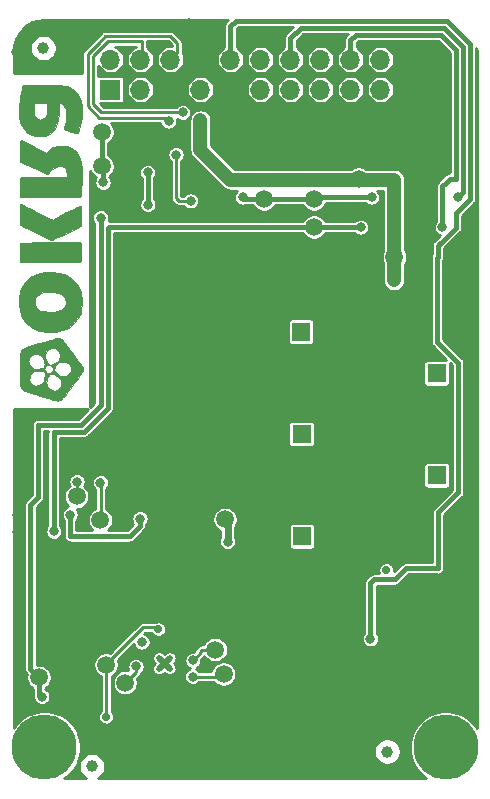
<source format=gbl>
G04 #@! TF.GenerationSoftware,KiCad,Pcbnew,(5.1.10)-1*
G04 #@! TF.CreationDate,2021-10-05T13:08:05+05:30*
G04 #@! TF.ProjectId,P-1000072_Cicada Wi-Fi,502d3130-3030-4303-9732-5f4369636164,0.1*
G04 #@! TF.SameCoordinates,PX7cee6c0PY3dfd240*
G04 #@! TF.FileFunction,Copper,L2,Bot*
G04 #@! TF.FilePolarity,Positive*
%FSLAX46Y46*%
G04 Gerber Fmt 4.6, Leading zero omitted, Abs format (unit mm)*
G04 Created by KiCad (PCBNEW (5.1.10)-1) date 2021-10-05 13:08:05*
%MOMM*%
%LPD*%
G01*
G04 APERTURE LIST*
G04 #@! TA.AperFunction,EtchedComponent*
%ADD10C,0.010000*%
G04 #@! TD*
G04 #@! TA.AperFunction,ComponentPad*
%ADD11O,1.700000X1.700000*%
G04 #@! TD*
G04 #@! TA.AperFunction,ComponentPad*
%ADD12R,1.700000X1.700000*%
G04 #@! TD*
G04 #@! TA.AperFunction,ComponentPad*
%ADD13C,0.450000*%
G04 #@! TD*
G04 #@! TA.AperFunction,SMDPad,CuDef*
%ADD14C,1.500000*%
G04 #@! TD*
G04 #@! TA.AperFunction,ComponentPad*
%ADD15C,1.600000*%
G04 #@! TD*
G04 #@! TA.AperFunction,ComponentPad*
%ADD16R,1.600000X1.600000*%
G04 #@! TD*
G04 #@! TA.AperFunction,ComponentPad*
%ADD17C,5.500000*%
G04 #@! TD*
G04 #@! TA.AperFunction,SMDPad,CuDef*
%ADD18C,1.000000*%
G04 #@! TD*
G04 #@! TA.AperFunction,ViaPad*
%ADD19C,0.800000*%
G04 #@! TD*
G04 #@! TA.AperFunction,ViaPad*
%ADD20C,0.700000*%
G04 #@! TD*
G04 #@! TA.AperFunction,Conductor*
%ADD21C,0.500000*%
G04 #@! TD*
G04 #@! TA.AperFunction,Conductor*
%ADD22C,1.200000*%
G04 #@! TD*
G04 #@! TA.AperFunction,Conductor*
%ADD23C,0.250000*%
G04 #@! TD*
G04 #@! TA.AperFunction,Conductor*
%ADD24C,0.400000*%
G04 #@! TD*
G04 #@! TA.AperFunction,Conductor*
%ADD25C,0.600000*%
G04 #@! TD*
G04 #@! TA.AperFunction,Conductor*
%ADD26C,0.254000*%
G04 #@! TD*
G04 #@! TA.AperFunction,Conductor*
%ADD27C,0.100000*%
G04 #@! TD*
G04 APERTURE END LIST*
D10*
G36*
X-13836580Y-18980604D02*
G01*
X-13854745Y-18736574D01*
X-13885044Y-18551393D01*
X-14016120Y-18151408D01*
X-14209616Y-17791295D01*
X-14459791Y-17478509D01*
X-14760901Y-17220506D01*
X-15034793Y-17058465D01*
X-15264521Y-16952103D01*
X-15469954Y-16873911D01*
X-15671080Y-16819869D01*
X-15887888Y-16785959D01*
X-16140368Y-16768164D01*
X-16448509Y-16762465D01*
X-16507531Y-16762410D01*
X-16786767Y-16765157D01*
X-17003481Y-16773735D01*
X-17174399Y-16789501D01*
X-17316249Y-16813809D01*
X-17400500Y-16834752D01*
X-17812732Y-16985345D01*
X-18176850Y-17192518D01*
X-18487436Y-17452025D01*
X-18739074Y-17759617D01*
X-18870515Y-17987481D01*
X-18953395Y-18175195D01*
X-19028271Y-18378844D01*
X-19081049Y-18559429D01*
X-19087244Y-18587094D01*
X-19119778Y-18811814D01*
X-19137390Y-19084561D01*
X-19140122Y-19376874D01*
X-19128020Y-19660288D01*
X-19101124Y-19906343D01*
X-19085115Y-19993142D01*
X-18959070Y-20395745D01*
X-18766784Y-20757927D01*
X-18513026Y-21074741D01*
X-18202562Y-21341237D01*
X-17840160Y-21552466D01*
X-17439905Y-21700888D01*
X-17176264Y-21756902D01*
X-16865483Y-21794941D01*
X-16538127Y-21813234D01*
X-16514178Y-21812988D01*
X-16514178Y-20147694D01*
X-16714648Y-20137939D01*
X-17058851Y-20087404D01*
X-17333287Y-20003035D01*
X-17541111Y-19882343D01*
X-17685478Y-19722842D01*
X-17769546Y-19522043D01*
X-17796463Y-19285112D01*
X-17788014Y-19110585D01*
X-17755667Y-18977548D01*
X-17701127Y-18866396D01*
X-17559635Y-18701107D01*
X-17352820Y-18569844D01*
X-17088407Y-18475569D01*
X-16774117Y-18421245D01*
X-16507531Y-18408500D01*
X-16159101Y-18430788D01*
X-15852948Y-18495586D01*
X-15597482Y-18599797D01*
X-15401112Y-18740324D01*
X-15308916Y-18850017D01*
X-15247503Y-18956983D01*
X-15214702Y-19062604D01*
X-15202379Y-19199530D01*
X-15201345Y-19281625D01*
X-15207111Y-19444442D01*
X-15229715Y-19560740D01*
X-15277118Y-19662878D01*
X-15306711Y-19709901D01*
X-15448884Y-19858626D01*
X-15653941Y-19980788D01*
X-15908658Y-20072367D01*
X-16199811Y-20129342D01*
X-16514178Y-20147694D01*
X-16514178Y-21812988D01*
X-16224759Y-21810007D01*
X-15971750Y-21786001D01*
X-15504612Y-21684845D01*
X-15097383Y-21532970D01*
X-14747007Y-21327987D01*
X-14450426Y-21067503D01*
X-14204582Y-20749130D01*
X-14006419Y-20370474D01*
X-13937552Y-20195330D01*
X-13894060Y-20024330D01*
X-13861534Y-19795990D01*
X-13840657Y-19531678D01*
X-13832111Y-19252761D01*
X-13836580Y-18980604D01*
G37*
X-13836580Y-18980604D02*
X-13854745Y-18736574D01*
X-13885044Y-18551393D01*
X-14016120Y-18151408D01*
X-14209616Y-17791295D01*
X-14459791Y-17478509D01*
X-14760901Y-17220506D01*
X-15034793Y-17058465D01*
X-15264521Y-16952103D01*
X-15469954Y-16873911D01*
X-15671080Y-16819869D01*
X-15887888Y-16785959D01*
X-16140368Y-16768164D01*
X-16448509Y-16762465D01*
X-16507531Y-16762410D01*
X-16786767Y-16765157D01*
X-17003481Y-16773735D01*
X-17174399Y-16789501D01*
X-17316249Y-16813809D01*
X-17400500Y-16834752D01*
X-17812732Y-16985345D01*
X-18176850Y-17192518D01*
X-18487436Y-17452025D01*
X-18739074Y-17759617D01*
X-18870515Y-17987481D01*
X-18953395Y-18175195D01*
X-19028271Y-18378844D01*
X-19081049Y-18559429D01*
X-19087244Y-18587094D01*
X-19119778Y-18811814D01*
X-19137390Y-19084561D01*
X-19140122Y-19376874D01*
X-19128020Y-19660288D01*
X-19101124Y-19906343D01*
X-19085115Y-19993142D01*
X-18959070Y-20395745D01*
X-18766784Y-20757927D01*
X-18513026Y-21074741D01*
X-18202562Y-21341237D01*
X-17840160Y-21552466D01*
X-17439905Y-21700888D01*
X-17176264Y-21756902D01*
X-16865483Y-21794941D01*
X-16538127Y-21813234D01*
X-16514178Y-21812988D01*
X-16514178Y-20147694D01*
X-16714648Y-20137939D01*
X-17058851Y-20087404D01*
X-17333287Y-20003035D01*
X-17541111Y-19882343D01*
X-17685478Y-19722842D01*
X-17769546Y-19522043D01*
X-17796463Y-19285112D01*
X-17788014Y-19110585D01*
X-17755667Y-18977548D01*
X-17701127Y-18866396D01*
X-17559635Y-18701107D01*
X-17352820Y-18569844D01*
X-17088407Y-18475569D01*
X-16774117Y-18421245D01*
X-16507531Y-18408500D01*
X-16159101Y-18430788D01*
X-15852948Y-18495586D01*
X-15597482Y-18599797D01*
X-15401112Y-18740324D01*
X-15308916Y-18850017D01*
X-15247503Y-18956983D01*
X-15214702Y-19062604D01*
X-15202379Y-19199530D01*
X-15201345Y-19281625D01*
X-15207111Y-19444442D01*
X-15229715Y-19560740D01*
X-15277118Y-19662878D01*
X-15306711Y-19709901D01*
X-15448884Y-19858626D01*
X-15653941Y-19980788D01*
X-15908658Y-20072367D01*
X-16199811Y-20129342D01*
X-16514178Y-20147694D01*
X-16514178Y-21812988D01*
X-16224759Y-21810007D01*
X-15971750Y-21786001D01*
X-15504612Y-21684845D01*
X-15097383Y-21532970D01*
X-14747007Y-21327987D01*
X-14450426Y-21067503D01*
X-14204582Y-20749130D01*
X-14006419Y-20370474D01*
X-13937552Y-20195330D01*
X-13894060Y-20024330D01*
X-13861534Y-19795990D01*
X-13840657Y-19531678D01*
X-13832111Y-19252761D01*
X-13836580Y-18980604D01*
G36*
X-13853166Y-2681053D02*
G01*
X-13928055Y-2272155D01*
X-14055183Y-1920100D01*
X-14236446Y-1621872D01*
X-14473735Y-1374458D01*
X-14768946Y-1174844D01*
X-15123972Y-1020014D01*
X-15178000Y-1001920D01*
X-15239281Y-984448D01*
X-15310857Y-969862D01*
X-15400569Y-957811D01*
X-15516261Y-947946D01*
X-15665774Y-939916D01*
X-15856952Y-933371D01*
X-16097636Y-927961D01*
X-16395670Y-923335D01*
X-16758894Y-919144D01*
X-17105606Y-915832D01*
X-18814931Y-900458D01*
X-18864284Y-1065184D01*
X-18892454Y-1170842D01*
X-18931029Y-1331145D01*
X-18974588Y-1522955D01*
X-19011422Y-1693189D01*
X-19056327Y-1954138D01*
X-19092043Y-2257203D01*
X-19117548Y-2581418D01*
X-19131819Y-2905818D01*
X-19133836Y-3209436D01*
X-19122577Y-3471308D01*
X-19105498Y-3623362D01*
X-19022857Y-4016041D01*
X-18907396Y-4343902D01*
X-18754958Y-4616144D01*
X-18561387Y-4841967D01*
X-18550247Y-4852492D01*
X-18301395Y-5046437D01*
X-18031060Y-5177747D01*
X-17726795Y-5250451D01*
X-17376151Y-5268580D01*
X-17331542Y-5266926D01*
X-17331542Y-3841162D01*
X-17502591Y-3821159D01*
X-17660533Y-3739637D01*
X-17791613Y-3598069D01*
X-17878507Y-3410056D01*
X-17897817Y-3303601D01*
X-17909369Y-3152235D01*
X-17913441Y-2977470D01*
X-17910312Y-2800815D01*
X-17900262Y-2643781D01*
X-17883569Y-2527877D01*
X-17866441Y-2480298D01*
X-17836742Y-2452091D01*
X-17787447Y-2433487D01*
X-17704836Y-2423097D01*
X-17575190Y-2419533D01*
X-17384790Y-2421410D01*
X-17300894Y-2423103D01*
X-16785343Y-2434282D01*
X-16786380Y-2890688D01*
X-16788807Y-3098329D01*
X-16796882Y-3246314D01*
X-16813458Y-3354314D01*
X-16841389Y-3442001D01*
X-16877278Y-3517323D01*
X-17005133Y-3690717D01*
X-17161139Y-3798172D01*
X-17331542Y-3841162D01*
X-17331542Y-5266926D01*
X-17276360Y-5264878D01*
X-16939254Y-5217491D01*
X-16650988Y-5111465D01*
X-16403377Y-4943372D01*
X-16320100Y-4864426D01*
X-16139024Y-4647006D01*
X-15996101Y-4402065D01*
X-15888078Y-4119404D01*
X-15811700Y-3788824D01*
X-15763716Y-3400128D01*
X-15744227Y-3059360D01*
X-15722999Y-2454125D01*
X-15624424Y-2454125D01*
X-15519300Y-2488010D01*
X-15403268Y-2577091D01*
X-15293986Y-2702507D01*
X-15209113Y-2845397D01*
X-15177212Y-2931814D01*
X-15152196Y-3093240D01*
X-15144129Y-3329021D01*
X-15150682Y-3585219D01*
X-15168079Y-3857913D01*
X-15196108Y-4083685D01*
X-15240237Y-4294823D01*
X-15305933Y-4523611D01*
X-15313791Y-4548367D01*
X-15321645Y-4599324D01*
X-15298017Y-4641569D01*
X-15229231Y-4687861D01*
X-15101610Y-4750957D01*
X-15091607Y-4755638D01*
X-14910370Y-4825805D01*
X-14703249Y-4885082D01*
X-14562843Y-4912876D01*
X-14371739Y-4940180D01*
X-14243535Y-4951116D01*
X-14162194Y-4937636D01*
X-14111679Y-4891693D01*
X-14075952Y-4805237D01*
X-14038976Y-4670222D01*
X-14032753Y-4646860D01*
X-13906269Y-4074489D01*
X-13840577Y-3519483D01*
X-13828624Y-3149807D01*
X-13853166Y-2681053D01*
G37*
X-13853166Y-2681053D02*
X-13928055Y-2272155D01*
X-14055183Y-1920100D01*
X-14236446Y-1621872D01*
X-14473735Y-1374458D01*
X-14768946Y-1174844D01*
X-15123972Y-1020014D01*
X-15178000Y-1001920D01*
X-15239281Y-984448D01*
X-15310857Y-969862D01*
X-15400569Y-957811D01*
X-15516261Y-947946D01*
X-15665774Y-939916D01*
X-15856952Y-933371D01*
X-16097636Y-927961D01*
X-16395670Y-923335D01*
X-16758894Y-919144D01*
X-17105606Y-915832D01*
X-18814931Y-900458D01*
X-18864284Y-1065184D01*
X-18892454Y-1170842D01*
X-18931029Y-1331145D01*
X-18974588Y-1522955D01*
X-19011422Y-1693189D01*
X-19056327Y-1954138D01*
X-19092043Y-2257203D01*
X-19117548Y-2581418D01*
X-19131819Y-2905818D01*
X-19133836Y-3209436D01*
X-19122577Y-3471308D01*
X-19105498Y-3623362D01*
X-19022857Y-4016041D01*
X-18907396Y-4343902D01*
X-18754958Y-4616144D01*
X-18561387Y-4841967D01*
X-18550247Y-4852492D01*
X-18301395Y-5046437D01*
X-18031060Y-5177747D01*
X-17726795Y-5250451D01*
X-17376151Y-5268580D01*
X-17331542Y-5266926D01*
X-17331542Y-3841162D01*
X-17502591Y-3821159D01*
X-17660533Y-3739637D01*
X-17791613Y-3598069D01*
X-17878507Y-3410056D01*
X-17897817Y-3303601D01*
X-17909369Y-3152235D01*
X-17913441Y-2977470D01*
X-17910312Y-2800815D01*
X-17900262Y-2643781D01*
X-17883569Y-2527877D01*
X-17866441Y-2480298D01*
X-17836742Y-2452091D01*
X-17787447Y-2433487D01*
X-17704836Y-2423097D01*
X-17575190Y-2419533D01*
X-17384790Y-2421410D01*
X-17300894Y-2423103D01*
X-16785343Y-2434282D01*
X-16786380Y-2890688D01*
X-16788807Y-3098329D01*
X-16796882Y-3246314D01*
X-16813458Y-3354314D01*
X-16841389Y-3442001D01*
X-16877278Y-3517323D01*
X-17005133Y-3690717D01*
X-17161139Y-3798172D01*
X-17331542Y-3841162D01*
X-17331542Y-5266926D01*
X-17276360Y-5264878D01*
X-16939254Y-5217491D01*
X-16650988Y-5111465D01*
X-16403377Y-4943372D01*
X-16320100Y-4864426D01*
X-16139024Y-4647006D01*
X-15996101Y-4402065D01*
X-15888078Y-4119404D01*
X-15811700Y-3788824D01*
X-15763716Y-3400128D01*
X-15744227Y-3059360D01*
X-15722999Y-2454125D01*
X-15624424Y-2454125D01*
X-15519300Y-2488010D01*
X-15403268Y-2577091D01*
X-15293986Y-2702507D01*
X-15209113Y-2845397D01*
X-15177212Y-2931814D01*
X-15152196Y-3093240D01*
X-15144129Y-3329021D01*
X-15150682Y-3585219D01*
X-15168079Y-3857913D01*
X-15196108Y-4083685D01*
X-15240237Y-4294823D01*
X-15305933Y-4523611D01*
X-15313791Y-4548367D01*
X-15321645Y-4599324D01*
X-15298017Y-4641569D01*
X-15229231Y-4687861D01*
X-15101610Y-4750957D01*
X-15091607Y-4755638D01*
X-14910370Y-4825805D01*
X-14703249Y-4885082D01*
X-14562843Y-4912876D01*
X-14371739Y-4940180D01*
X-14243535Y-4951116D01*
X-14162194Y-4937636D01*
X-14111679Y-4891693D01*
X-14075952Y-4805237D01*
X-14038976Y-4670222D01*
X-14032753Y-4646860D01*
X-13906269Y-4074489D01*
X-13840577Y-3519483D01*
X-13828624Y-3149807D01*
X-13853166Y-2681053D01*
G36*
X-13889956Y-14861263D02*
G01*
X-13894277Y-14658353D01*
X-13902053Y-14490657D01*
X-13913300Y-14376595D01*
X-13918678Y-14350454D01*
X-13949199Y-14241313D01*
X-16486101Y-14241313D01*
X-17029362Y-14241680D01*
X-17497528Y-14242833D01*
X-17894876Y-14244851D01*
X-18225685Y-14247813D01*
X-18494230Y-14251797D01*
X-18704789Y-14256882D01*
X-18861640Y-14263147D01*
X-18969060Y-14270670D01*
X-19031325Y-14279530D01*
X-19052181Y-14288525D01*
X-19062712Y-14342918D01*
X-19072443Y-14460037D01*
X-19080988Y-14623235D01*
X-19087965Y-14815865D01*
X-19092990Y-15021280D01*
X-19095678Y-15222831D01*
X-19095646Y-15403872D01*
X-19092510Y-15547755D01*
X-19085885Y-15637833D01*
X-19083585Y-15650219D01*
X-19058808Y-15757073D01*
X-19045229Y-15818891D01*
X-19026175Y-15908188D01*
X-13951284Y-15908188D01*
X-13919720Y-15759360D01*
X-13906964Y-15656666D01*
X-13897595Y-15497090D01*
X-13891629Y-15299051D01*
X-13889078Y-15080969D01*
X-13889956Y-14861263D01*
G37*
X-13889956Y-14861263D02*
X-13894277Y-14658353D01*
X-13902053Y-14490657D01*
X-13913300Y-14376595D01*
X-13918678Y-14350454D01*
X-13949199Y-14241313D01*
X-16486101Y-14241313D01*
X-17029362Y-14241680D01*
X-17497528Y-14242833D01*
X-17894876Y-14244851D01*
X-18225685Y-14247813D01*
X-18494230Y-14251797D01*
X-18704789Y-14256882D01*
X-18861640Y-14263147D01*
X-18969060Y-14270670D01*
X-19031325Y-14279530D01*
X-19052181Y-14288525D01*
X-19062712Y-14342918D01*
X-19072443Y-14460037D01*
X-19080988Y-14623235D01*
X-19087965Y-14815865D01*
X-19092990Y-15021280D01*
X-19095678Y-15222831D01*
X-19095646Y-15403872D01*
X-19092510Y-15547755D01*
X-19085885Y-15637833D01*
X-19083585Y-15650219D01*
X-19058808Y-15757073D01*
X-19045229Y-15818891D01*
X-19026175Y-15908188D01*
X-13951284Y-15908188D01*
X-13919720Y-15759360D01*
X-13906964Y-15656666D01*
X-13897595Y-15497090D01*
X-13891629Y-15299051D01*
X-13889078Y-15080969D01*
X-13889956Y-14861263D01*
G36*
X-13887743Y-11796595D02*
G01*
X-13892119Y-11581360D01*
X-13899978Y-11393670D01*
X-13911321Y-11248413D01*
X-13926148Y-11160476D01*
X-13934436Y-11143064D01*
X-13964844Y-11138553D01*
X-14030337Y-11156199D01*
X-14136508Y-11198580D01*
X-14288951Y-11268272D01*
X-14493259Y-11367851D01*
X-14755025Y-11499896D01*
X-15079844Y-11666982D01*
X-15144905Y-11700700D01*
X-16309093Y-12304617D01*
X-17666636Y-11626886D01*
X-18049688Y-11436828D01*
X-18365846Y-11282612D01*
X-18618291Y-11162795D01*
X-18810201Y-11075933D01*
X-18944756Y-11020583D01*
X-19025135Y-10995302D01*
X-19053903Y-10997249D01*
X-19065654Y-11054749D01*
X-19075581Y-11176159D01*
X-19083515Y-11346031D01*
X-19089286Y-11548916D01*
X-19092724Y-11769367D01*
X-19093660Y-11991935D01*
X-19091923Y-12201173D01*
X-19087344Y-12381632D01*
X-19079752Y-12517865D01*
X-19071360Y-12584798D01*
X-19047390Y-12684449D01*
X-19027303Y-12744022D01*
X-19023941Y-12749070D01*
X-18980541Y-12774395D01*
X-18876065Y-12829249D01*
X-18720278Y-12908818D01*
X-18522944Y-13008289D01*
X-18293827Y-13122847D01*
X-18042691Y-13247680D01*
X-17779301Y-13377974D01*
X-17513421Y-13508913D01*
X-17254815Y-13635686D01*
X-17013247Y-13753478D01*
X-16798482Y-13857475D01*
X-16620284Y-13942864D01*
X-16488416Y-14004830D01*
X-16412644Y-14038561D01*
X-16398631Y-14043344D01*
X-16341390Y-14026391D01*
X-16224649Y-13978455D01*
X-16058714Y-13904600D01*
X-15853894Y-13809888D01*
X-15620494Y-13699385D01*
X-15368821Y-13578152D01*
X-15109182Y-13451254D01*
X-14851885Y-13323755D01*
X-14607235Y-13200717D01*
X-14385540Y-13087204D01*
X-14197106Y-12988281D01*
X-14052240Y-12909010D01*
X-13961250Y-12854455D01*
X-13934554Y-12832790D01*
X-13918059Y-12764909D01*
X-13905039Y-12635252D01*
X-13895496Y-12458704D01*
X-13889432Y-12250154D01*
X-13886847Y-12024489D01*
X-13887743Y-11796595D01*
G37*
X-13887743Y-11796595D02*
X-13892119Y-11581360D01*
X-13899978Y-11393670D01*
X-13911321Y-11248413D01*
X-13926148Y-11160476D01*
X-13934436Y-11143064D01*
X-13964844Y-11138553D01*
X-14030337Y-11156199D01*
X-14136508Y-11198580D01*
X-14288951Y-11268272D01*
X-14493259Y-11367851D01*
X-14755025Y-11499896D01*
X-15079844Y-11666982D01*
X-15144905Y-11700700D01*
X-16309093Y-12304617D01*
X-17666636Y-11626886D01*
X-18049688Y-11436828D01*
X-18365846Y-11282612D01*
X-18618291Y-11162795D01*
X-18810201Y-11075933D01*
X-18944756Y-11020583D01*
X-19025135Y-10995302D01*
X-19053903Y-10997249D01*
X-19065654Y-11054749D01*
X-19075581Y-11176159D01*
X-19083515Y-11346031D01*
X-19089286Y-11548916D01*
X-19092724Y-11769367D01*
X-19093660Y-11991935D01*
X-19091923Y-12201173D01*
X-19087344Y-12381632D01*
X-19079752Y-12517865D01*
X-19071360Y-12584798D01*
X-19047390Y-12684449D01*
X-19027303Y-12744022D01*
X-19023941Y-12749070D01*
X-18980541Y-12774395D01*
X-18876065Y-12829249D01*
X-18720278Y-12908818D01*
X-18522944Y-13008289D01*
X-18293827Y-13122847D01*
X-18042691Y-13247680D01*
X-17779301Y-13377974D01*
X-17513421Y-13508913D01*
X-17254815Y-13635686D01*
X-17013247Y-13753478D01*
X-16798482Y-13857475D01*
X-16620284Y-13942864D01*
X-16488416Y-14004830D01*
X-16412644Y-14038561D01*
X-16398631Y-14043344D01*
X-16341390Y-14026391D01*
X-16224649Y-13978455D01*
X-16058714Y-13904600D01*
X-15853894Y-13809888D01*
X-15620494Y-13699385D01*
X-15368821Y-13578152D01*
X-15109182Y-13451254D01*
X-14851885Y-13323755D01*
X-14607235Y-13200717D01*
X-14385540Y-13087204D01*
X-14197106Y-12988281D01*
X-14052240Y-12909010D01*
X-13961250Y-12854455D01*
X-13934554Y-12832790D01*
X-13918059Y-12764909D01*
X-13905039Y-12635252D01*
X-13895496Y-12458704D01*
X-13889432Y-12250154D01*
X-13886847Y-12024489D01*
X-13887743Y-11796595D01*
G36*
X-13835017Y-8142424D02*
G01*
X-13851518Y-7848721D01*
X-13878001Y-7611865D01*
X-13890271Y-7542374D01*
X-13998512Y-7156814D01*
X-14156055Y-6819681D01*
X-14358598Y-6537273D01*
X-14601842Y-6315887D01*
X-14813013Y-6191505D01*
X-14915388Y-6146540D01*
X-15008143Y-6116411D01*
X-15111224Y-6098190D01*
X-15244575Y-6088952D01*
X-15428142Y-6085769D01*
X-15535187Y-6085532D01*
X-15748543Y-6086902D01*
X-15902506Y-6092971D01*
X-16017039Y-6106675D01*
X-16112104Y-6130950D01*
X-16207664Y-6168734D01*
X-16258216Y-6191896D01*
X-16415758Y-6280934D01*
X-16582088Y-6398050D01*
X-16680822Y-6481287D01*
X-16876492Y-6664314D01*
X-17942167Y-6108164D01*
X-19007843Y-5552015D01*
X-19040909Y-5660023D01*
X-19054055Y-5743832D01*
X-19064626Y-5889954D01*
X-19072468Y-6081366D01*
X-19077425Y-6301045D01*
X-19079344Y-6531964D01*
X-19078070Y-6757102D01*
X-19073447Y-6959433D01*
X-19065322Y-7121934D01*
X-19055073Y-7218944D01*
X-19025104Y-7399856D01*
X-17889142Y-7933319D01*
X-17610087Y-8064311D01*
X-17354120Y-8184360D01*
X-17130077Y-8289329D01*
X-16946797Y-8375081D01*
X-16813117Y-8437480D01*
X-16737877Y-8472388D01*
X-16724809Y-8478292D01*
X-16689965Y-8454074D01*
X-16629140Y-8379518D01*
X-16573847Y-8298762D01*
X-16400260Y-8067175D01*
X-16217884Y-7907448D01*
X-16014527Y-7812138D01*
X-15777996Y-7773804D01*
X-15711257Y-7772250D01*
X-15486147Y-7798099D01*
X-15317342Y-7877587D01*
X-15202130Y-8013626D01*
X-15137798Y-8209128D01*
X-15121186Y-8405726D01*
X-15118468Y-8665219D01*
X-17068546Y-8675512D01*
X-19018624Y-8685806D01*
X-19044589Y-8774731D01*
X-19055398Y-8847102D01*
X-19066110Y-8978925D01*
X-19076062Y-9151547D01*
X-19084588Y-9346314D01*
X-19091024Y-9544574D01*
X-19094705Y-9727672D01*
X-19094967Y-9876956D01*
X-19091146Y-9973772D01*
X-19088050Y-9994750D01*
X-19071637Y-10072212D01*
X-19051417Y-10184724D01*
X-19048375Y-10203110D01*
X-19024090Y-10351938D01*
X-13954664Y-10351938D01*
X-13931689Y-10203110D01*
X-13893527Y-9904069D01*
X-13863852Y-9565949D01*
X-13842915Y-9204736D01*
X-13830965Y-8836419D01*
X-13828249Y-8476986D01*
X-13835017Y-8142424D01*
G37*
X-13835017Y-8142424D02*
X-13851518Y-7848721D01*
X-13878001Y-7611865D01*
X-13890271Y-7542374D01*
X-13998512Y-7156814D01*
X-14156055Y-6819681D01*
X-14358598Y-6537273D01*
X-14601842Y-6315887D01*
X-14813013Y-6191505D01*
X-14915388Y-6146540D01*
X-15008143Y-6116411D01*
X-15111224Y-6098190D01*
X-15244575Y-6088952D01*
X-15428142Y-6085769D01*
X-15535187Y-6085532D01*
X-15748543Y-6086902D01*
X-15902506Y-6092971D01*
X-16017039Y-6106675D01*
X-16112104Y-6130950D01*
X-16207664Y-6168734D01*
X-16258216Y-6191896D01*
X-16415758Y-6280934D01*
X-16582088Y-6398050D01*
X-16680822Y-6481287D01*
X-16876492Y-6664314D01*
X-17942167Y-6108164D01*
X-19007843Y-5552015D01*
X-19040909Y-5660023D01*
X-19054055Y-5743832D01*
X-19064626Y-5889954D01*
X-19072468Y-6081366D01*
X-19077425Y-6301045D01*
X-19079344Y-6531964D01*
X-19078070Y-6757102D01*
X-19073447Y-6959433D01*
X-19065322Y-7121934D01*
X-19055073Y-7218944D01*
X-19025104Y-7399856D01*
X-17889142Y-7933319D01*
X-17610087Y-8064311D01*
X-17354120Y-8184360D01*
X-17130077Y-8289329D01*
X-16946797Y-8375081D01*
X-16813117Y-8437480D01*
X-16737877Y-8472388D01*
X-16724809Y-8478292D01*
X-16689965Y-8454074D01*
X-16629140Y-8379518D01*
X-16573847Y-8298762D01*
X-16400260Y-8067175D01*
X-16217884Y-7907448D01*
X-16014527Y-7812138D01*
X-15777996Y-7773804D01*
X-15711257Y-7772250D01*
X-15486147Y-7798099D01*
X-15317342Y-7877587D01*
X-15202130Y-8013626D01*
X-15137798Y-8209128D01*
X-15121186Y-8405726D01*
X-15118468Y-8665219D01*
X-17068546Y-8675512D01*
X-19018624Y-8685806D01*
X-19044589Y-8774731D01*
X-19055398Y-8847102D01*
X-19066110Y-8978925D01*
X-19076062Y-9151547D01*
X-19084588Y-9346314D01*
X-19091024Y-9544574D01*
X-19094705Y-9727672D01*
X-19094967Y-9876956D01*
X-19091146Y-9973772D01*
X-19088050Y-9994750D01*
X-19071637Y-10072212D01*
X-19051417Y-10184724D01*
X-19048375Y-10203110D01*
X-19024090Y-10351938D01*
X-13954664Y-10351938D01*
X-13931689Y-10203110D01*
X-13893527Y-9904069D01*
X-13863852Y-9565949D01*
X-13842915Y-9204736D01*
X-13830965Y-8836419D01*
X-13828249Y-8476986D01*
X-13835017Y-8142424D01*
G36*
X-13760667Y-24809740D02*
G01*
X-13797443Y-24740853D01*
X-13876009Y-24619009D01*
X-13989257Y-24453774D01*
X-14130077Y-24254716D01*
X-14291361Y-24031400D01*
X-14465999Y-23793394D01*
X-14646884Y-23550265D01*
X-14826906Y-23311580D01*
X-14998958Y-23086905D01*
X-15155929Y-22885808D01*
X-15290711Y-22717855D01*
X-15396197Y-22592613D01*
X-15455523Y-22528811D01*
X-15537772Y-22451571D01*
X-15613489Y-22392836D01*
X-15692082Y-22353234D01*
X-15782960Y-22333394D01*
X-15895531Y-22333944D01*
X-16039204Y-22355513D01*
X-16223388Y-22398730D01*
X-16457489Y-22464223D01*
X-16750919Y-22552621D01*
X-17010289Y-22632688D01*
X-17431782Y-22763197D01*
X-17784196Y-22872602D01*
X-18074146Y-22963689D01*
X-18308248Y-23039244D01*
X-18493116Y-23102051D01*
X-18635367Y-23154897D01*
X-18741617Y-23200567D01*
X-18818479Y-23241847D01*
X-18872570Y-23281521D01*
X-18910505Y-23322377D01*
X-18938901Y-23367200D01*
X-18964371Y-23418774D01*
X-18986051Y-23464631D01*
X-19008022Y-23513667D01*
X-19025642Y-23566292D01*
X-19039390Y-23631409D01*
X-19049742Y-23717919D01*
X-19057178Y-23834723D01*
X-19062173Y-23990724D01*
X-19065207Y-24194821D01*
X-19066757Y-24455918D01*
X-19067300Y-24782916D01*
X-19067343Y-24979390D01*
X-19067132Y-25343294D01*
X-19066194Y-25636721D01*
X-19064039Y-25868566D01*
X-19060181Y-26047728D01*
X-19054131Y-26183103D01*
X-19045402Y-26283588D01*
X-19033506Y-26358080D01*
X-19017955Y-26415476D01*
X-18998261Y-26464672D01*
X-18984301Y-26493858D01*
X-18901503Y-26622922D01*
X-18787225Y-26725075D01*
X-18625732Y-26810954D01*
X-18401292Y-26891198D01*
X-18392687Y-26893855D01*
X-18287154Y-26926406D01*
X-18118374Y-26978568D01*
X-17898913Y-27046451D01*
X-17744997Y-27094087D01*
X-17744997Y-26369618D01*
X-17943944Y-26324027D01*
X-18116549Y-26205756D01*
X-18131044Y-26191085D01*
X-18247473Y-26020557D01*
X-18288067Y-25830075D01*
X-18252983Y-25617822D01*
X-18192480Y-25472875D01*
X-18055285Y-25275324D01*
X-17877724Y-25145501D01*
X-17665053Y-25084980D01*
X-17665053Y-24955439D01*
X-17818503Y-24948608D01*
X-17850306Y-24942297D01*
X-18002932Y-24868180D01*
X-18145468Y-24736861D01*
X-18261583Y-24570268D01*
X-18334951Y-24390328D01*
X-18352128Y-24268405D01*
X-18335246Y-24154344D01*
X-18293001Y-24029173D01*
X-18288575Y-24019576D01*
X-18171788Y-23857835D01*
X-18009649Y-23750957D01*
X-17816279Y-23701235D01*
X-17605798Y-23710962D01*
X-17392324Y-23782431D01*
X-17270916Y-23854326D01*
X-17141419Y-23986145D01*
X-17051305Y-24175796D01*
X-17004711Y-24374793D01*
X-16983751Y-24563181D01*
X-16996823Y-24694306D01*
X-17049175Y-24784877D01*
X-17146056Y-24851602D01*
X-17155997Y-24856463D01*
X-17299672Y-24905148D01*
X-17480733Y-24939546D01*
X-17665053Y-24955439D01*
X-17665053Y-25084980D01*
X-17661915Y-25084086D01*
X-17409974Y-25091760D01*
X-17182218Y-25148635D01*
X-16983781Y-25214907D01*
X-16985809Y-25552250D01*
X-16997653Y-25786597D01*
X-17034874Y-25960327D01*
X-17104881Y-26090138D01*
X-17215083Y-26192728D01*
X-17291580Y-26241347D01*
X-17525583Y-26342175D01*
X-17744997Y-26369618D01*
X-17744997Y-27094087D01*
X-17641341Y-27126168D01*
X-17358226Y-27213829D01*
X-17062136Y-27305546D01*
X-17030747Y-27315271D01*
X-16709768Y-27414338D01*
X-16455123Y-27491626D01*
X-16257482Y-27549347D01*
X-16111106Y-27588741D01*
X-16111106Y-26779034D01*
X-16312220Y-26753333D01*
X-16472354Y-26682799D01*
X-16660351Y-26531315D01*
X-16782492Y-26342149D01*
X-16835078Y-26126982D01*
X-16814409Y-25897496D01*
X-16765278Y-25757727D01*
X-16668884Y-25563226D01*
X-16641757Y-25524897D01*
X-16641757Y-25314125D01*
X-16759303Y-25301387D01*
X-16843941Y-25249860D01*
X-16901089Y-25185141D01*
X-16978521Y-25067875D01*
X-16996124Y-24969569D01*
X-16954800Y-24860700D01*
X-16913032Y-24794135D01*
X-16836437Y-24702043D01*
X-16747722Y-24659451D01*
X-16655274Y-24647088D01*
X-16533749Y-24648734D01*
X-16474947Y-24674280D01*
X-16474947Y-24591763D01*
X-16542497Y-24587107D01*
X-16602460Y-24540213D01*
X-16657452Y-24477814D01*
X-16757093Y-24341033D01*
X-16848716Y-24179959D01*
X-16920086Y-24019932D01*
X-16958965Y-23886294D01*
X-16962678Y-23845688D01*
X-16945693Y-23746907D01*
X-16903976Y-23622871D01*
X-16888695Y-23587719D01*
X-16762375Y-23386323D01*
X-16604336Y-23243129D01*
X-16426796Y-23160269D01*
X-16241972Y-23139877D01*
X-16062082Y-23184086D01*
X-15899345Y-23295030D01*
X-15811474Y-23399643D01*
X-15743443Y-23551208D01*
X-15710268Y-23737861D01*
X-15712476Y-23930922D01*
X-15750593Y-24101712D01*
X-15796957Y-24190043D01*
X-15940965Y-24336306D01*
X-16132193Y-24465424D01*
X-16338586Y-24556293D01*
X-16365452Y-24564363D01*
X-16474947Y-24591763D01*
X-16474947Y-24674280D01*
X-16449341Y-24685405D01*
X-16388679Y-24742180D01*
X-16304875Y-24880541D01*
X-16289647Y-25023747D01*
X-16335341Y-25154508D01*
X-16434307Y-25255532D01*
X-16578894Y-25309528D01*
X-16641757Y-25314125D01*
X-16641757Y-25524897D01*
X-16579982Y-25437609D01*
X-16483959Y-25373525D01*
X-16366203Y-25363623D01*
X-16212103Y-25400550D01*
X-16120023Y-25433092D01*
X-15887745Y-25554374D01*
X-15717220Y-25716472D01*
X-15612448Y-25910642D01*
X-15577429Y-26128141D01*
X-15616164Y-26360224D01*
X-15652814Y-26454321D01*
X-15768943Y-26626055D01*
X-15925860Y-26735450D01*
X-16111106Y-26779034D01*
X-16111106Y-27588741D01*
X-16107516Y-27589708D01*
X-15995894Y-27614921D01*
X-15913288Y-27627193D01*
X-15850367Y-27628734D01*
X-15797802Y-27621755D01*
X-15767480Y-27614430D01*
X-15635422Y-27558199D01*
X-15503664Y-27471280D01*
X-15473268Y-27444940D01*
X-15470115Y-27441570D01*
X-15470115Y-25579419D01*
X-15559157Y-25561356D01*
X-15636726Y-25533630D01*
X-15737909Y-25477738D01*
X-15858984Y-25386217D01*
X-15983322Y-25275117D01*
X-16094297Y-25160490D01*
X-16175278Y-25058387D01*
X-16209637Y-24984859D01*
X-16209875Y-24980388D01*
X-16189217Y-24922103D01*
X-16135917Y-24823646D01*
X-16083939Y-24740731D01*
X-15909971Y-24526289D01*
X-15722087Y-24388718D01*
X-15517696Y-24326327D01*
X-15442544Y-24321938D01*
X-15205665Y-24354323D01*
X-14998899Y-24445458D01*
X-14836076Y-24586314D01*
X-14731024Y-24767862D01*
X-14723031Y-24791717D01*
X-14708857Y-24962660D01*
X-14761700Y-25136524D01*
X-14871193Y-25298551D01*
X-15026970Y-25433982D01*
X-15218668Y-25528061D01*
X-15246265Y-25536653D01*
X-15377777Y-25571092D01*
X-15470115Y-25579419D01*
X-15470115Y-27441570D01*
X-15397048Y-27363474D01*
X-15285998Y-27231348D01*
X-15147056Y-27057939D01*
X-14987157Y-26852624D01*
X-14813238Y-26624778D01*
X-14632233Y-26383781D01*
X-14451080Y-26139007D01*
X-14276715Y-25899834D01*
X-14116073Y-25675639D01*
X-13976090Y-25475799D01*
X-13863703Y-25309690D01*
X-13785848Y-25186690D01*
X-13749461Y-25116175D01*
X-13748637Y-25113414D01*
X-13728806Y-24958868D01*
X-13760667Y-24809740D01*
G37*
X-13760667Y-24809740D02*
X-13797443Y-24740853D01*
X-13876009Y-24619009D01*
X-13989257Y-24453774D01*
X-14130077Y-24254716D01*
X-14291361Y-24031400D01*
X-14465999Y-23793394D01*
X-14646884Y-23550265D01*
X-14826906Y-23311580D01*
X-14998958Y-23086905D01*
X-15155929Y-22885808D01*
X-15290711Y-22717855D01*
X-15396197Y-22592613D01*
X-15455523Y-22528811D01*
X-15537772Y-22451571D01*
X-15613489Y-22392836D01*
X-15692082Y-22353234D01*
X-15782960Y-22333394D01*
X-15895531Y-22333944D01*
X-16039204Y-22355513D01*
X-16223388Y-22398730D01*
X-16457489Y-22464223D01*
X-16750919Y-22552621D01*
X-17010289Y-22632688D01*
X-17431782Y-22763197D01*
X-17784196Y-22872602D01*
X-18074146Y-22963689D01*
X-18308248Y-23039244D01*
X-18493116Y-23102051D01*
X-18635367Y-23154897D01*
X-18741617Y-23200567D01*
X-18818479Y-23241847D01*
X-18872570Y-23281521D01*
X-18910505Y-23322377D01*
X-18938901Y-23367200D01*
X-18964371Y-23418774D01*
X-18986051Y-23464631D01*
X-19008022Y-23513667D01*
X-19025642Y-23566292D01*
X-19039390Y-23631409D01*
X-19049742Y-23717919D01*
X-19057178Y-23834723D01*
X-19062173Y-23990724D01*
X-19065207Y-24194821D01*
X-19066757Y-24455918D01*
X-19067300Y-24782916D01*
X-19067343Y-24979390D01*
X-19067132Y-25343294D01*
X-19066194Y-25636721D01*
X-19064039Y-25868566D01*
X-19060181Y-26047728D01*
X-19054131Y-26183103D01*
X-19045402Y-26283588D01*
X-19033506Y-26358080D01*
X-19017955Y-26415476D01*
X-18998261Y-26464672D01*
X-18984301Y-26493858D01*
X-18901503Y-26622922D01*
X-18787225Y-26725075D01*
X-18625732Y-26810954D01*
X-18401292Y-26891198D01*
X-18392687Y-26893855D01*
X-18287154Y-26926406D01*
X-18118374Y-26978568D01*
X-17898913Y-27046451D01*
X-17744997Y-27094087D01*
X-17744997Y-26369618D01*
X-17943944Y-26324027D01*
X-18116549Y-26205756D01*
X-18131044Y-26191085D01*
X-18247473Y-26020557D01*
X-18288067Y-25830075D01*
X-18252983Y-25617822D01*
X-18192480Y-25472875D01*
X-18055285Y-25275324D01*
X-17877724Y-25145501D01*
X-17665053Y-25084980D01*
X-17665053Y-24955439D01*
X-17818503Y-24948608D01*
X-17850306Y-24942297D01*
X-18002932Y-24868180D01*
X-18145468Y-24736861D01*
X-18261583Y-24570268D01*
X-18334951Y-24390328D01*
X-18352128Y-24268405D01*
X-18335246Y-24154344D01*
X-18293001Y-24029173D01*
X-18288575Y-24019576D01*
X-18171788Y-23857835D01*
X-18009649Y-23750957D01*
X-17816279Y-23701235D01*
X-17605798Y-23710962D01*
X-17392324Y-23782431D01*
X-17270916Y-23854326D01*
X-17141419Y-23986145D01*
X-17051305Y-24175796D01*
X-17004711Y-24374793D01*
X-16983751Y-24563181D01*
X-16996823Y-24694306D01*
X-17049175Y-24784877D01*
X-17146056Y-24851602D01*
X-17155997Y-24856463D01*
X-17299672Y-24905148D01*
X-17480733Y-24939546D01*
X-17665053Y-24955439D01*
X-17665053Y-25084980D01*
X-17661915Y-25084086D01*
X-17409974Y-25091760D01*
X-17182218Y-25148635D01*
X-16983781Y-25214907D01*
X-16985809Y-25552250D01*
X-16997653Y-25786597D01*
X-17034874Y-25960327D01*
X-17104881Y-26090138D01*
X-17215083Y-26192728D01*
X-17291580Y-26241347D01*
X-17525583Y-26342175D01*
X-17744997Y-26369618D01*
X-17744997Y-27094087D01*
X-17641341Y-27126168D01*
X-17358226Y-27213829D01*
X-17062136Y-27305546D01*
X-17030747Y-27315271D01*
X-16709768Y-27414338D01*
X-16455123Y-27491626D01*
X-16257482Y-27549347D01*
X-16111106Y-27588741D01*
X-16111106Y-26779034D01*
X-16312220Y-26753333D01*
X-16472354Y-26682799D01*
X-16660351Y-26531315D01*
X-16782492Y-26342149D01*
X-16835078Y-26126982D01*
X-16814409Y-25897496D01*
X-16765278Y-25757727D01*
X-16668884Y-25563226D01*
X-16641757Y-25524897D01*
X-16641757Y-25314125D01*
X-16759303Y-25301387D01*
X-16843941Y-25249860D01*
X-16901089Y-25185141D01*
X-16978521Y-25067875D01*
X-16996124Y-24969569D01*
X-16954800Y-24860700D01*
X-16913032Y-24794135D01*
X-16836437Y-24702043D01*
X-16747722Y-24659451D01*
X-16655274Y-24647088D01*
X-16533749Y-24648734D01*
X-16474947Y-24674280D01*
X-16474947Y-24591763D01*
X-16542497Y-24587107D01*
X-16602460Y-24540213D01*
X-16657452Y-24477814D01*
X-16757093Y-24341033D01*
X-16848716Y-24179959D01*
X-16920086Y-24019932D01*
X-16958965Y-23886294D01*
X-16962678Y-23845688D01*
X-16945693Y-23746907D01*
X-16903976Y-23622871D01*
X-16888695Y-23587719D01*
X-16762375Y-23386323D01*
X-16604336Y-23243129D01*
X-16426796Y-23160269D01*
X-16241972Y-23139877D01*
X-16062082Y-23184086D01*
X-15899345Y-23295030D01*
X-15811474Y-23399643D01*
X-15743443Y-23551208D01*
X-15710268Y-23737861D01*
X-15712476Y-23930922D01*
X-15750593Y-24101712D01*
X-15796957Y-24190043D01*
X-15940965Y-24336306D01*
X-16132193Y-24465424D01*
X-16338586Y-24556293D01*
X-16365452Y-24564363D01*
X-16474947Y-24591763D01*
X-16474947Y-24674280D01*
X-16449341Y-24685405D01*
X-16388679Y-24742180D01*
X-16304875Y-24880541D01*
X-16289647Y-25023747D01*
X-16335341Y-25154508D01*
X-16434307Y-25255532D01*
X-16578894Y-25309528D01*
X-16641757Y-25314125D01*
X-16641757Y-25524897D01*
X-16579982Y-25437609D01*
X-16483959Y-25373525D01*
X-16366203Y-25363623D01*
X-16212103Y-25400550D01*
X-16120023Y-25433092D01*
X-15887745Y-25554374D01*
X-15717220Y-25716472D01*
X-15612448Y-25910642D01*
X-15577429Y-26128141D01*
X-15616164Y-26360224D01*
X-15652814Y-26454321D01*
X-15768943Y-26626055D01*
X-15925860Y-26735450D01*
X-16111106Y-26779034D01*
X-16111106Y-27588741D01*
X-16107516Y-27589708D01*
X-15995894Y-27614921D01*
X-15913288Y-27627193D01*
X-15850367Y-27628734D01*
X-15797802Y-27621755D01*
X-15767480Y-27614430D01*
X-15635422Y-27558199D01*
X-15503664Y-27471280D01*
X-15473268Y-27444940D01*
X-15470115Y-27441570D01*
X-15470115Y-25579419D01*
X-15559157Y-25561356D01*
X-15636726Y-25533630D01*
X-15737909Y-25477738D01*
X-15858984Y-25386217D01*
X-15983322Y-25275117D01*
X-16094297Y-25160490D01*
X-16175278Y-25058387D01*
X-16209637Y-24984859D01*
X-16209875Y-24980388D01*
X-16189217Y-24922103D01*
X-16135917Y-24823646D01*
X-16083939Y-24740731D01*
X-15909971Y-24526289D01*
X-15722087Y-24388718D01*
X-15517696Y-24326327D01*
X-15442544Y-24321938D01*
X-15205665Y-24354323D01*
X-14998899Y-24445458D01*
X-14836076Y-24586314D01*
X-14731024Y-24767862D01*
X-14723031Y-24791717D01*
X-14708857Y-24962660D01*
X-14761700Y-25136524D01*
X-14871193Y-25298551D01*
X-15026970Y-25433982D01*
X-15218668Y-25528061D01*
X-15246265Y-25536653D01*
X-15377777Y-25571092D01*
X-15470115Y-25579419D01*
X-15470115Y-27441570D01*
X-15397048Y-27363474D01*
X-15285998Y-27231348D01*
X-15147056Y-27057939D01*
X-14987157Y-26852624D01*
X-14813238Y-26624778D01*
X-14632233Y-26383781D01*
X-14451080Y-26139007D01*
X-14276715Y-25899834D01*
X-14116073Y-25675639D01*
X-13976090Y-25475799D01*
X-13863703Y-25309690D01*
X-13785848Y-25186690D01*
X-13749461Y-25116175D01*
X-13748637Y-25113414D01*
X-13728806Y-24958868D01*
X-13760667Y-24809740D01*
D11*
X11455400Y1244600D03*
X11455400Y-1295400D03*
X8915400Y1244600D03*
X8915400Y-1295400D03*
X6375400Y1244600D03*
X6375400Y-1295400D03*
X3835400Y1244600D03*
X3835400Y-1295400D03*
X1295400Y1244600D03*
X1295400Y-1295400D03*
X-1244600Y1244600D03*
X-1244600Y-1295400D03*
X-3784600Y1244600D03*
X-3784600Y-1295400D03*
X-6324600Y1244600D03*
X-6324600Y-1295400D03*
X-8864600Y1244600D03*
X-8864600Y-1295400D03*
X-11404600Y1244600D03*
D12*
X-11404600Y-1295400D03*
D13*
X-6387680Y-49430520D03*
X-7287680Y-49430520D03*
X-7287680Y-50330520D03*
X-6387680Y-50330520D03*
X-6837680Y-49880520D03*
D14*
X-2519680Y-48707040D03*
D15*
X8280400Y-30457140D03*
D16*
X4780400Y-30457140D03*
D14*
X-1686560Y-37688520D03*
D15*
X8239760Y-21798280D03*
D16*
X4739760Y-21798280D03*
D14*
X-1828800Y-50774600D03*
X-11770360Y-49997360D03*
X-11379200Y-56098440D03*
X-12255500Y-37754560D03*
X-17454880Y-51069240D03*
X741680Y-17139920D03*
X-10149840Y-51511200D03*
D15*
X12702540Y-25318720D03*
D16*
X16202540Y-25318720D03*
D15*
X12722860Y-33962340D03*
D16*
X16222860Y-33962340D03*
D14*
X-14269720Y-35745420D03*
X5820000Y-10570000D03*
X1590000Y-10570000D03*
X-12130000Y-4900000D03*
X-12110000Y-7790000D03*
X5830000Y-12940000D03*
X12630000Y-15460000D03*
X9600000Y-8870000D03*
D15*
X8315840Y-39116000D03*
D16*
X4815840Y-39116000D03*
D17*
X-17000000Y-57000000D03*
D18*
X12031980Y-57343040D03*
X-12964160Y-58587640D03*
X-17096740Y2212340D03*
D17*
X17000000Y-57000000D03*
D19*
X-1244600Y-3854600D03*
X15313660Y-14988540D03*
X15320000Y-11300000D03*
X11340000Y-14130000D03*
X5050000Y-6760000D03*
X14150340Y-48166020D03*
X16810000Y-6290000D03*
X10150000Y-4440000D03*
X13600000Y-2840000D03*
X12380000Y-4690000D03*
X15470000Y-1900000D03*
X14390000Y1330000D03*
X16790000Y490000D03*
X16430000Y-4500000D03*
X13240000Y-590000D03*
X4540000Y-3660000D03*
X1350000Y-3540000D03*
X3420000Y-5250000D03*
X2820000Y-3900000D03*
D20*
X-9199880Y-49176940D03*
X-4691380Y-48077120D03*
D19*
X7777480Y-5072380D03*
X7962900Y-3787140D03*
X15412720Y-78740D03*
X13078460Y2255520D03*
X-19296380Y-37315140D03*
X-15273020Y-34483040D03*
X-17089120Y-37226240D03*
X-19334480Y-38780720D03*
X-19212560Y-41991280D03*
X-19222720Y-45018960D03*
X-19197320Y-47127160D03*
X-19212560Y-49575720D03*
X-19136360Y-51709320D03*
X-19039840Y-53939440D03*
X-13299440Y-55859680D03*
X-10789920Y-59227720D03*
X-8392160Y-59136280D03*
X-5308600Y-59273440D03*
X-3286760Y-59303920D03*
X-1391920Y-59222640D03*
X574040Y-59156600D03*
X2661920Y-59166760D03*
X5247640Y-59176920D03*
X7945120Y-59197240D03*
X9728200Y-59182000D03*
X12522200Y-59207400D03*
X13619480Y-55316120D03*
X15605760Y-53746400D03*
X17551400Y-53461920D03*
X19070320Y-53944520D03*
X1356360Y-55194200D03*
X4907280Y-56057800D03*
X6995160Y-54665880D03*
X10210800Y-55118000D03*
X7447280Y-56829960D03*
X1051560Y-57150000D03*
X-1071880Y-55661560D03*
X3291840Y-57297320D03*
X3911600Y-54853840D03*
X16570960Y-44323000D03*
X18684240Y-44048680D03*
X8255000Y-24597360D03*
X9987280Y-26598880D03*
X11557000Y-28986480D03*
X10281920Y-31800800D03*
X8117840Y-33233360D03*
X8417560Y-36322000D03*
X10932160Y-35057080D03*
X12034520Y-38338760D03*
X13075920Y-30927040D03*
X14345920Y-36581080D03*
X8950960Y-41879520D03*
X7960360Y-27802840D03*
X11325860Y-23035260D03*
X13507720Y-21092160D03*
X8204200Y-18171160D03*
X8026400Y-11938000D03*
X3002280Y-11988800D03*
X-3103880Y-11704320D03*
X-1188720Y-11866880D03*
X-10271760Y-7086600D03*
X-10601960Y-5090160D03*
X-9403080Y-4490720D03*
X-290580Y-6249420D03*
X1601680Y-6760000D03*
X599440Y-5069840D03*
X11213040Y-6760000D03*
X8942280Y-6760000D03*
X14027360Y-6760000D03*
X15320000Y-9206240D03*
X10048240Y-17602200D03*
X8696960Y-15890240D03*
X13487400Y-23484840D03*
X13700760Y-27249120D03*
X13776960Y-29225240D03*
X17795240Y-14874240D03*
X19273520Y-12771120D03*
X18633440Y-16154400D03*
X17505680Y-16819880D03*
X18780760Y-18552160D03*
X18338800Y-20447000D03*
X18166080Y-22707600D03*
X19166840Y-23845520D03*
X18917920Y-25709880D03*
X19182080Y-27792680D03*
X18872200Y-29570680D03*
X18872200Y-34163000D03*
X18303240Y-37571680D03*
X19253200Y-39557960D03*
X17830800Y-39182040D03*
X-14975840Y2788920D03*
X-17124680Y4104640D03*
X-19364960Y1889760D03*
X-15483840Y711200D03*
X11506200Y-21132800D03*
X-7757160Y-36824920D03*
X-4973320Y-34508440D03*
X-16195040Y-40777160D03*
X-16057880Y-42672000D03*
X-15996920Y-45206920D03*
X-15722600Y-47604680D03*
X-15925800Y-49565560D03*
X-15854680Y-51663600D03*
X-1488440Y-41249600D03*
X-1402080Y-43322240D03*
X-1407160Y-44907200D03*
X-2834640Y-45740320D03*
X-3337560Y-44389040D03*
X-3352800Y-42346880D03*
X-8930640Y-41610280D03*
X-8168640Y-44383960D03*
X-3972560Y-41208960D03*
X-7802880Y-41061640D03*
X-9740900Y-53502560D03*
X-10088880Y-55864760D03*
X-3743960Y-54970680D03*
X-2600960Y-55590440D03*
X-9011920Y-52593240D03*
X-5171440Y-52334160D03*
X-4612640Y-53426360D03*
X-14513560Y4226560D03*
X-12161520Y4211320D03*
X-10210800Y4226560D03*
X-7386320Y4262120D03*
X-4770120Y4297680D03*
X-2346960Y4124960D03*
X7020560Y3048000D03*
X-4521200Y-7945120D03*
X-6934200Y-7772400D03*
X-9743440Y-8270240D03*
X19080480Y-21635720D03*
X19161760Y-31638240D03*
X19395440Y-36291520D03*
X1473200Y-30353000D03*
X1661160Y-27142440D03*
X1442720Y-24871680D03*
X1722120Y-22382480D03*
X1600200Y-20721320D03*
X1691640Y-17708880D03*
X1503680Y-15981680D03*
X584200Y-13954760D03*
X-2204720Y-14025880D03*
X-817880Y-15300960D03*
X-563880Y-17012920D03*
X-45720Y-18877280D03*
X30480Y-21569680D03*
X111760Y-23713440D03*
X35560Y-26436320D03*
X187960Y-28326080D03*
X299720Y-30256480D03*
X-706120Y-31623000D03*
X-518160Y-33604200D03*
X355600Y-35524440D03*
X604520Y-32913320D03*
X1600200Y-31912560D03*
X1630680Y-34081720D03*
X18060000Y-10380000D03*
X10720000Y-10410000D03*
X-220000Y-10410000D03*
X-12030000Y-9160000D03*
X-5278120Y-3230880D03*
X-6477000Y-3967480D03*
X-16197580Y-38701980D03*
X16710000Y-12960000D03*
X9794999Y-12944999D03*
X-12258040Y-34584640D03*
X10609580Y-47807880D03*
X-12237720Y-12137720D03*
X-17205960Y-52697380D03*
X-4427220Y-49626520D03*
X-4442460Y-50998120D03*
X-8244840Y-8305800D03*
X-8232140Y-11054080D03*
X-3784600Y-3914600D03*
X12590000Y-17460000D03*
X-3784600Y-5430520D03*
X8824440Y-8920000D03*
X12590000Y-8920000D03*
D20*
X-7350760Y-46990000D03*
X-11765280Y-54399180D03*
D19*
X-8897900Y-37617120D03*
X-14813280Y-37284660D03*
X-4612640Y-10723880D03*
X-1490980Y-39565580D03*
X-5847080Y-6797040D03*
X-8735060Y-48072040D03*
D20*
X11955780Y-41960800D03*
D19*
X-14235680Y-34487100D03*
X-9242300Y-50133760D03*
D21*
X-7287680Y-49430520D02*
X-6387680Y-50330520D01*
X-7287680Y-50330520D02*
X-6387680Y-49430520D01*
D22*
X-1244600Y-3854600D02*
X-1244600Y-5295400D01*
X-1244600Y-5295400D02*
X-290580Y-6249420D01*
X220000Y-6760000D02*
X1601680Y-6760000D01*
X14080000Y-6760000D02*
X14190000Y-6760000D01*
X14190000Y-6760000D02*
X15140000Y-7710000D01*
X15140000Y-7710000D02*
X15320000Y-7890000D01*
X15320000Y-7890000D02*
X15320000Y-9206240D01*
X5050000Y-6760000D02*
X8942280Y-6760000D01*
D23*
X-9740900Y-53502560D02*
X-9740900Y-53502560D01*
X-10764520Y-55483760D02*
X-11379200Y-56098440D01*
X-10764520Y-54526180D02*
X-10764520Y-55483760D01*
D22*
X15320000Y-14982200D02*
X15313660Y-14988540D01*
X15320000Y-11300000D02*
X15320000Y-14982200D01*
X-290580Y-6249420D02*
X220000Y-6760000D01*
X1601680Y-6760000D02*
X5050000Y-6760000D01*
X11213040Y-6760000D02*
X14027360Y-6760000D01*
X8942280Y-6760000D02*
X11213040Y-6760000D01*
X14027360Y-6760000D02*
X14080000Y-6760000D01*
X15320000Y-9206240D02*
X15320000Y-11300000D01*
D23*
X-9740900Y-53502560D02*
X-10764520Y-54526180D01*
D24*
X18449990Y-9990010D02*
X18060000Y-10380000D01*
X18449990Y2291468D02*
X18449990Y-9990010D01*
X16816478Y3924980D02*
X18449990Y2291468D01*
X4700000Y3924980D02*
X16816478Y3924980D01*
X3835400Y3060380D02*
X4700000Y3924980D01*
X3835400Y1244600D02*
X3835400Y3060380D01*
X1530000Y-10510000D02*
X1590000Y-10570000D01*
X5980000Y-10410000D02*
X5820000Y-10570000D01*
X10720000Y-10410000D02*
X5980000Y-10410000D01*
X5820000Y-10570000D02*
X1590000Y-10570000D01*
X-60000Y-10570000D02*
X-220000Y-10410000D01*
X1590000Y-10570000D02*
X-60000Y-10570000D01*
X-11970000Y-7650000D02*
X-12110000Y-7790000D01*
X-12160000Y-4770000D02*
X-12160000Y-7580000D01*
X-12030000Y-7870000D02*
X-12110000Y-7790000D01*
X-12030000Y-9160000D02*
X-12030000Y-7870000D01*
D23*
X-5278120Y-3230880D02*
X-12161520Y-3230880D01*
X-12161520Y-3230880D02*
X-12893040Y-2499360D01*
X-12893040Y777240D02*
X-12893040Y1544320D01*
X-12893040Y-2499360D02*
X-12893040Y777240D01*
X-12893040Y777240D02*
X-12893040Y980440D01*
X-12893040Y1544320D02*
X-11638280Y2799080D01*
X-11638280Y2799080D02*
X-8757920Y2799080D01*
X-8757920Y1351280D02*
X-8864600Y1244600D01*
X-8757920Y2799080D02*
X-8757920Y1351280D01*
X-6601030Y-3680890D02*
X-12347921Y-3680889D01*
X-6461760Y-3820160D02*
X-6601030Y-3680890D01*
X-6461760Y-3860800D02*
X-6461760Y-3820160D01*
X-13343050Y-2685760D02*
X-13343049Y1730721D01*
X-12347921Y-3680889D02*
X-13343050Y-2685760D01*
X-13343049Y1730721D02*
X-12403525Y2670245D01*
X-12403525Y2670245D02*
X-12328771Y2744999D01*
X-5750560Y2667000D02*
X-5750560Y1818640D01*
X-5750560Y1818640D02*
X-6324600Y1244600D01*
X-6329680Y3246120D02*
X-5750560Y2667000D01*
X-6604000Y3246120D02*
X-6329680Y3246120D01*
X-6606970Y3249090D02*
X-6604000Y3246120D01*
X-11824680Y3249090D02*
X-6606970Y3249090D01*
X-12403525Y2670245D02*
X-11824680Y3249090D01*
D24*
X9820000Y-12970000D02*
X9794999Y-12944999D01*
X8915400Y1244600D02*
X8915400Y2890370D01*
X8915400Y2890370D02*
X9350000Y3324970D01*
X9350000Y3324970D02*
X16567946Y3324970D01*
X16567946Y3324970D02*
X17849980Y2042936D01*
X17849980Y2042936D02*
X17849980Y-8830000D01*
X17849980Y-8830000D02*
X17350000Y-8830000D01*
X17350000Y-8830000D02*
X16970000Y-9210000D01*
X16970000Y-9210000D02*
X16700000Y-9480000D01*
X16700000Y-9480000D02*
X16700000Y-12840000D01*
X-13681468Y-30310010D02*
X-16149990Y-30310010D01*
X-11637711Y-28266253D02*
X-13681468Y-30310010D01*
X-16149990Y-30310010D02*
X-16210000Y-30370020D01*
X-11637710Y-13047710D02*
X-11637711Y-28266253D01*
X-11530000Y-12940000D02*
X-11637710Y-13047710D01*
X5830000Y-12940000D02*
X-11530000Y-12940000D01*
X5834999Y-12944999D02*
X5830000Y-12940000D01*
X-16210000Y-38610820D02*
X-16101060Y-38719760D01*
X9794999Y-12944999D02*
X5834999Y-12944999D01*
X-16210000Y-36604220D02*
X-16210000Y-36662080D01*
X-16210000Y-30370020D02*
X-16210000Y-36604220D01*
X-16210000Y-36604220D02*
X-16210000Y-38610820D01*
D23*
X-12235680Y-35415720D02*
X-12235680Y-35415720D01*
X-12235680Y-34257480D02*
X-12235180Y-34256980D01*
X-12235680Y-37213040D02*
X-12235680Y-34257480D01*
X-12202160Y-37246560D02*
X-12235680Y-37213040D01*
D24*
X17066300Y4523700D02*
X19050000Y2540000D01*
X16995700Y4524990D02*
X17066300Y4523700D01*
X-795010Y4524990D02*
X16995700Y4524990D01*
X-1244600Y4075400D02*
X-795010Y4524990D01*
X-1244600Y1244600D02*
X-1244600Y4075400D01*
X13619480Y-41818560D02*
X12661900Y-42776140D01*
X12661900Y-42776140D02*
X10909300Y-42776140D01*
X10909300Y-42776140D02*
X10609580Y-43075860D01*
X10609580Y-43075860D02*
X10609580Y-47807880D01*
X10609580Y-47807880D02*
X10609580Y-47807880D01*
X19050000Y2540000D02*
X19050000Y-10541000D01*
X18860001Y-10764001D02*
X17873962Y-11750040D01*
X18860001Y-10730999D02*
X18860001Y-10764001D01*
X19050000Y-10541000D02*
X18860001Y-10730999D01*
X17873962Y-12980040D02*
X16565880Y-14288122D01*
X17873962Y-11750040D02*
X17873962Y-12980040D01*
X16532238Y-14288122D02*
X16320010Y-14500350D01*
X16320010Y-14500350D02*
X16320010Y-15445230D01*
X16565880Y-14288122D02*
X16532238Y-14288122D01*
X16320010Y-15445230D02*
X16235680Y-15529560D01*
X16235680Y-15529560D02*
X16235680Y-22636480D01*
X16235680Y-22636480D02*
X18034000Y-24434800D01*
X18034000Y-24434800D02*
X18034000Y-35392360D01*
X18034000Y-35392360D02*
X16327120Y-37099240D01*
X16327120Y-37099240D02*
X16327120Y-41838880D01*
X16306800Y-41818560D02*
X15930880Y-41818560D01*
X16327120Y-41838880D02*
X16306800Y-41818560D01*
X15930880Y-41818560D02*
X13619480Y-41818560D01*
X-18190000Y-50334120D02*
X-17454880Y-51069240D01*
X-18190000Y-36460000D02*
X-18190000Y-50334120D01*
X-17550000Y-35820000D02*
X-18190000Y-36460000D01*
X-13930000Y-29710000D02*
X-17550000Y-29710000D01*
X-12237720Y-28017720D02*
X-13930000Y-29710000D01*
X-17550000Y-29710000D02*
X-17550000Y-35820000D01*
X-12237720Y-12137720D02*
X-12237720Y-28017720D01*
X-17454880Y-52448460D02*
X-17205960Y-52697380D01*
X-17454880Y-51069240D02*
X-17454880Y-52448460D01*
D23*
X-4427220Y-49626520D02*
X-3848100Y-49047400D01*
X-3848100Y-49047400D02*
X-3848100Y-48917860D01*
X-3637280Y-48707040D02*
X-2519680Y-48707040D01*
X-3848100Y-48917860D02*
X-3637280Y-48707040D01*
X-2052320Y-50998120D02*
X-1828800Y-50774600D01*
X-4442460Y-50998120D02*
X-2052320Y-50998120D01*
D24*
X-8244840Y-11041380D02*
X-8232140Y-11054080D01*
X-8244840Y-8305800D02*
X-8244840Y-11041380D01*
D22*
X-3784600Y-3914600D02*
X-3784600Y-5430520D01*
X-3784600Y-6405400D02*
X-1270000Y-8920000D01*
X-1270000Y-8920000D02*
X8824440Y-8920000D01*
X12590000Y-8920000D02*
X12590000Y-15100000D01*
X12590000Y-17460000D02*
X12590000Y-17460000D01*
X12590000Y-15100000D02*
X12590000Y-17460000D01*
X-3784600Y-5430520D02*
X-3784600Y-6405400D01*
X8824440Y-8920000D02*
X12590000Y-8920000D01*
X12590000Y-8920000D02*
X12590000Y-8920000D01*
D23*
X-11765280Y-54399180D02*
X-11765280Y-49928780D01*
X-11765280Y-49928780D02*
X-9121140Y-47284640D01*
X-9121140Y-47284640D02*
X-9121140Y-47282100D01*
X-8666480Y-46827440D02*
X-7477760Y-46827440D01*
X-9121140Y-47282100D02*
X-8666480Y-46827440D01*
D24*
X-14813280Y-37284660D02*
X-14813280Y-37284660D01*
X-8897900Y-38234900D02*
X-8897900Y-37617120D01*
X-9786620Y-39123620D02*
X-8897900Y-38234900D01*
X-14798040Y-39123620D02*
X-9786620Y-39123620D01*
X-14813280Y-39108380D02*
X-14798040Y-39123620D01*
X-14813280Y-37284660D02*
X-14813280Y-39108380D01*
D25*
X-1490980Y-39565580D02*
X-1490980Y-39565580D01*
X-1490980Y-39565580D02*
X-1490980Y-37917120D01*
X-1490980Y-39565580D02*
X-1503680Y-39552880D01*
D23*
X-4612640Y-10723880D02*
X-5603240Y-10723880D01*
X-5847080Y-10480040D02*
X-5847080Y-6797040D01*
X-5603240Y-10723880D02*
X-5847080Y-10480040D01*
D24*
X11955780Y-41960800D02*
X11955780Y-41808400D01*
D23*
X-14235680Y-35711380D02*
X-14269720Y-35745420D01*
X-14235680Y-34487100D02*
X-14235680Y-35711380D01*
X-9242300Y-50603660D02*
X-10149840Y-51511200D01*
X-9242300Y-50133760D02*
X-9242300Y-50603660D01*
D26*
X-1598939Y4466351D02*
X-1619047Y4449848D01*
X-1672302Y4384956D01*
X-1684904Y4369601D01*
X-1733839Y4278049D01*
X-1763974Y4178709D01*
X-1774149Y4075400D01*
X-1771599Y4049509D01*
X-1771600Y2300286D01*
X-1802119Y2287644D01*
X-1994894Y2158836D01*
X-2158836Y1994894D01*
X-2287644Y1802119D01*
X-2376369Y1587918D01*
X-2421600Y1360524D01*
X-2421600Y1128676D01*
X-2376369Y901282D01*
X-2287644Y687081D01*
X-2158836Y494306D01*
X-1994894Y330364D01*
X-1802119Y201556D01*
X-1587918Y112831D01*
X-1360524Y67600D01*
X-1128676Y67600D01*
X-901282Y112831D01*
X-687081Y201556D01*
X-494306Y330364D01*
X-330364Y494306D01*
X-201556Y687081D01*
X-112831Y901282D01*
X-67600Y1128676D01*
X-67600Y1360524D01*
X118400Y1360524D01*
X118400Y1128676D01*
X163631Y901282D01*
X252356Y687081D01*
X381164Y494306D01*
X545106Y330364D01*
X737881Y201556D01*
X952082Y112831D01*
X1179476Y67600D01*
X1411324Y67600D01*
X1638718Y112831D01*
X1852919Y201556D01*
X2045694Y330364D01*
X2209636Y494306D01*
X2338444Y687081D01*
X2427169Y901282D01*
X2472400Y1128676D01*
X2472400Y1360524D01*
X2427169Y1587918D01*
X2338444Y1802119D01*
X2209636Y1994894D01*
X2045694Y2158836D01*
X1852919Y2287644D01*
X1638718Y2376369D01*
X1411324Y2421600D01*
X1179476Y2421600D01*
X952082Y2376369D01*
X737881Y2287644D01*
X545106Y2158836D01*
X381164Y1994894D01*
X252356Y1802119D01*
X163631Y1587918D01*
X118400Y1360524D01*
X-67600Y1360524D01*
X-112831Y1587918D01*
X-201556Y1802119D01*
X-330364Y1994894D01*
X-494306Y2158836D01*
X-687081Y2287644D01*
X-717600Y2300285D01*
X-717600Y3857111D01*
X-576720Y3997990D01*
X4027720Y3997990D01*
X3481062Y3451331D01*
X3460953Y3434828D01*
X3415636Y3379609D01*
X3395096Y3354581D01*
X3346161Y3263029D01*
X3316026Y3163689D01*
X3305851Y3060380D01*
X3308401Y3034490D01*
X3308401Y2300286D01*
X3277881Y2287644D01*
X3085106Y2158836D01*
X2921164Y1994894D01*
X2792356Y1802119D01*
X2703631Y1587918D01*
X2658400Y1360524D01*
X2658400Y1128676D01*
X2703631Y901282D01*
X2792356Y687081D01*
X2921164Y494306D01*
X3085106Y330364D01*
X3277881Y201556D01*
X3492082Y112831D01*
X3719476Y67600D01*
X3951324Y67600D01*
X4178718Y112831D01*
X4392919Y201556D01*
X4585694Y330364D01*
X4749636Y494306D01*
X4878444Y687081D01*
X4967169Y901282D01*
X5012400Y1128676D01*
X5012400Y1360524D01*
X5198400Y1360524D01*
X5198400Y1128676D01*
X5243631Y901282D01*
X5332356Y687081D01*
X5461164Y494306D01*
X5625106Y330364D01*
X5817881Y201556D01*
X6032082Y112831D01*
X6259476Y67600D01*
X6491324Y67600D01*
X6718718Y112831D01*
X6932919Y201556D01*
X7125694Y330364D01*
X7289636Y494306D01*
X7418444Y687081D01*
X7507169Y901282D01*
X7552400Y1128676D01*
X7552400Y1360524D01*
X7507169Y1587918D01*
X7418444Y1802119D01*
X7289636Y1994894D01*
X7125694Y2158836D01*
X6932919Y2287644D01*
X6718718Y2376369D01*
X6491324Y2421600D01*
X6259476Y2421600D01*
X6032082Y2376369D01*
X5817881Y2287644D01*
X5625106Y2158836D01*
X5461164Y1994894D01*
X5332356Y1802119D01*
X5243631Y1587918D01*
X5198400Y1360524D01*
X5012400Y1360524D01*
X4967169Y1587918D01*
X4878444Y1802119D01*
X4749636Y1994894D01*
X4585694Y2158836D01*
X4392919Y2287644D01*
X4362400Y2300285D01*
X4362400Y2842091D01*
X4918290Y3397980D01*
X8677721Y3397980D01*
X8561061Y3281321D01*
X8540953Y3264818D01*
X8487090Y3199186D01*
X8475096Y3184571D01*
X8426161Y3093019D01*
X8396026Y2993679D01*
X8385851Y2890370D01*
X8388401Y2864480D01*
X8388401Y2300286D01*
X8357881Y2287644D01*
X8165106Y2158836D01*
X8001164Y1994894D01*
X7872356Y1802119D01*
X7783631Y1587918D01*
X7738400Y1360524D01*
X7738400Y1128676D01*
X7783631Y901282D01*
X7872356Y687081D01*
X8001164Y494306D01*
X8165106Y330364D01*
X8357881Y201556D01*
X8572082Y112831D01*
X8799476Y67600D01*
X9031324Y67600D01*
X9258718Y112831D01*
X9472919Y201556D01*
X9665694Y330364D01*
X9829636Y494306D01*
X9958444Y687081D01*
X10047169Y901282D01*
X10092400Y1128676D01*
X10092400Y1360524D01*
X10278400Y1360524D01*
X10278400Y1128676D01*
X10323631Y901282D01*
X10412356Y687081D01*
X10541164Y494306D01*
X10705106Y330364D01*
X10897881Y201556D01*
X11112082Y112831D01*
X11339476Y67600D01*
X11571324Y67600D01*
X11798718Y112831D01*
X12012919Y201556D01*
X12205694Y330364D01*
X12369636Y494306D01*
X12498444Y687081D01*
X12587169Y901282D01*
X12632400Y1128676D01*
X12632400Y1360524D01*
X12587169Y1587918D01*
X12498444Y1802119D01*
X12369636Y1994894D01*
X12205694Y2158836D01*
X12012919Y2287644D01*
X11798718Y2376369D01*
X11571324Y2421600D01*
X11339476Y2421600D01*
X11112082Y2376369D01*
X10897881Y2287644D01*
X10705106Y2158836D01*
X10541164Y1994894D01*
X10412356Y1802119D01*
X10323631Y1587918D01*
X10278400Y1360524D01*
X10092400Y1360524D01*
X10047169Y1587918D01*
X9958444Y1802119D01*
X9829636Y1994894D01*
X9665694Y2158836D01*
X9472919Y2287644D01*
X9442400Y2300285D01*
X9442400Y2672081D01*
X9568290Y2797970D01*
X16349657Y2797970D01*
X17322980Y1824646D01*
X17322981Y-8303112D01*
X17294918Y-8305876D01*
X17246690Y-8310626D01*
X17147350Y-8340761D01*
X17055798Y-8389696D01*
X16975552Y-8455552D01*
X16959049Y-8475661D01*
X16615661Y-8819050D01*
X16615656Y-8819054D01*
X16345666Y-9089045D01*
X16325552Y-9105552D01*
X16259696Y-9185798D01*
X16214528Y-9270304D01*
X16210761Y-9277351D01*
X16180626Y-9376691D01*
X16170451Y-9480000D01*
X16173000Y-9505881D01*
X16173001Y-12468865D01*
X16145302Y-12496564D01*
X16065741Y-12615636D01*
X16010938Y-12747942D01*
X15983000Y-12888397D01*
X15983000Y-13031603D01*
X16010938Y-13172058D01*
X16065741Y-13304364D01*
X16145302Y-13423436D01*
X16246564Y-13524698D01*
X16365636Y-13604259D01*
X16463795Y-13644918D01*
X16287143Y-13821570D01*
X16238036Y-13847818D01*
X16157790Y-13913674D01*
X16141286Y-13933784D01*
X15965676Y-14109395D01*
X15945562Y-14125902D01*
X15879706Y-14206148D01*
X15849543Y-14262580D01*
X15830771Y-14297701D01*
X15800636Y-14397041D01*
X15790461Y-14500350D01*
X15793010Y-14526231D01*
X15793011Y-15239783D01*
X15753647Y-15313429D01*
X15746441Y-15326911D01*
X15716306Y-15426251D01*
X15706131Y-15529560D01*
X15708680Y-15555441D01*
X15708681Y-22610589D01*
X15706131Y-22636480D01*
X15716306Y-22739789D01*
X15746441Y-22839129D01*
X15795376Y-22930681D01*
X15795377Y-22930682D01*
X15861233Y-23010928D01*
X15881342Y-23027431D01*
X17048583Y-24194673D01*
X17002540Y-24190138D01*
X15402540Y-24190138D01*
X15338437Y-24196452D01*
X15276797Y-24215150D01*
X15219990Y-24245514D01*
X15170197Y-24286377D01*
X15129334Y-24336170D01*
X15098970Y-24392977D01*
X15080272Y-24454617D01*
X15073958Y-24518720D01*
X15073958Y-26118720D01*
X15080272Y-26182823D01*
X15098970Y-26244463D01*
X15129334Y-26301270D01*
X15170197Y-26351063D01*
X15219990Y-26391926D01*
X15276797Y-26422290D01*
X15338437Y-26440988D01*
X15402540Y-26447302D01*
X17002540Y-26447302D01*
X17066643Y-26440988D01*
X17128283Y-26422290D01*
X17185090Y-26391926D01*
X17234883Y-26351063D01*
X17275746Y-26301270D01*
X17306110Y-26244463D01*
X17324808Y-26182823D01*
X17331122Y-26118720D01*
X17331122Y-24518720D01*
X17326587Y-24472678D01*
X17507000Y-24653091D01*
X17507001Y-35174068D01*
X15972786Y-36708285D01*
X15952672Y-36724792D01*
X15886816Y-36805038D01*
X15871097Y-36834447D01*
X15837881Y-36896591D01*
X15807746Y-36995931D01*
X15797571Y-37099240D01*
X15800120Y-37125121D01*
X15800121Y-41291560D01*
X13645361Y-41291560D01*
X13619480Y-41289011D01*
X13593599Y-41291560D01*
X13516170Y-41299186D01*
X13416830Y-41329321D01*
X13325278Y-41378256D01*
X13245032Y-41444112D01*
X13228533Y-41464216D01*
X12624713Y-42068038D01*
X12632780Y-42027479D01*
X12632780Y-41894121D01*
X12606764Y-41763326D01*
X12555730Y-41640120D01*
X12481640Y-41529237D01*
X12387343Y-41434940D01*
X12276460Y-41360850D01*
X12153254Y-41309816D01*
X12078815Y-41295010D01*
X12059090Y-41289026D01*
X12038574Y-41287005D01*
X12022459Y-41283800D01*
X12006029Y-41283800D01*
X11955780Y-41278851D01*
X11905532Y-41283800D01*
X11889101Y-41283800D01*
X11872985Y-41287006D01*
X11852471Y-41289026D01*
X11832748Y-41295009D01*
X11758306Y-41309816D01*
X11635100Y-41360850D01*
X11524217Y-41434940D01*
X11429920Y-41529237D01*
X11355830Y-41640120D01*
X11304796Y-41763326D01*
X11278780Y-41894121D01*
X11278780Y-42027479D01*
X11304796Y-42158274D01*
X11342434Y-42249140D01*
X10935180Y-42249140D01*
X10909299Y-42246591D01*
X10823900Y-42255002D01*
X10805990Y-42256766D01*
X10706650Y-42286901D01*
X10615098Y-42335836D01*
X10534852Y-42401692D01*
X10518345Y-42421806D01*
X10255246Y-42684905D01*
X10235132Y-42701412D01*
X10169276Y-42781658D01*
X10120342Y-42873210D01*
X10120341Y-42873211D01*
X10090206Y-42972551D01*
X10080031Y-43075860D01*
X10082580Y-43101741D01*
X10082581Y-47306745D01*
X10044882Y-47344444D01*
X9965321Y-47463516D01*
X9910518Y-47595822D01*
X9882580Y-47736277D01*
X9882580Y-47879483D01*
X9910518Y-48019938D01*
X9965321Y-48152244D01*
X10044882Y-48271316D01*
X10146144Y-48372578D01*
X10265216Y-48452139D01*
X10397522Y-48506942D01*
X10537977Y-48534880D01*
X10681183Y-48534880D01*
X10821638Y-48506942D01*
X10953944Y-48452139D01*
X11073016Y-48372578D01*
X11174278Y-48271316D01*
X11253839Y-48152244D01*
X11308642Y-48019938D01*
X11336580Y-47879483D01*
X11336580Y-47736277D01*
X11308642Y-47595822D01*
X11253839Y-47463516D01*
X11174278Y-47344444D01*
X11136580Y-47306746D01*
X11136580Y-43303140D01*
X12636019Y-43303140D01*
X12661900Y-43305689D01*
X12687781Y-43303140D01*
X12765210Y-43295514D01*
X12864550Y-43265379D01*
X12956102Y-43216444D01*
X13036348Y-43150588D01*
X13052855Y-43130474D01*
X13837771Y-42345560D01*
X16181965Y-42345560D01*
X16223811Y-42358254D01*
X16327120Y-42368429D01*
X16430430Y-42358254D01*
X16529770Y-42328119D01*
X16621322Y-42279184D01*
X16701568Y-42213328D01*
X16767424Y-42133082D01*
X16816359Y-42041530D01*
X16846494Y-41942190D01*
X16854120Y-41864761D01*
X16856669Y-41838880D01*
X16854120Y-41812999D01*
X16854120Y-37317529D01*
X18388344Y-35783307D01*
X18408448Y-35766808D01*
X18474304Y-35686562D01*
X18523239Y-35595010D01*
X18553374Y-35495670D01*
X18561000Y-35418241D01*
X18563549Y-35392360D01*
X18561000Y-35366479D01*
X18561000Y-24460681D01*
X18563549Y-24434800D01*
X18553374Y-24331490D01*
X18548429Y-24315188D01*
X18523239Y-24232150D01*
X18474304Y-24140598D01*
X18408448Y-24060352D01*
X18388344Y-24043853D01*
X16762680Y-22418191D01*
X16762680Y-15735005D01*
X16809249Y-15647880D01*
X16839384Y-15548540D01*
X16847010Y-15471111D01*
X16849559Y-15445230D01*
X16847010Y-15419349D01*
X16847010Y-14735413D01*
X16860082Y-14728426D01*
X16940328Y-14662570D01*
X16956835Y-14642456D01*
X18228301Y-13370991D01*
X18248410Y-13354488D01*
X18314266Y-13274242D01*
X18363201Y-13182690D01*
X18393336Y-13083350D01*
X18400962Y-13005921D01*
X18400962Y-13005919D01*
X18403511Y-12980041D01*
X18400962Y-12954163D01*
X18400962Y-11968329D01*
X19214345Y-11154948D01*
X19234449Y-11138449D01*
X19300305Y-11058203D01*
X19325817Y-11010472D01*
X19404334Y-10931955D01*
X19424448Y-10915448D01*
X19490304Y-10835202D01*
X19539239Y-10743650D01*
X19569374Y-10644310D01*
X19577000Y-10566881D01*
X19579549Y-10541001D01*
X19577000Y-10515120D01*
X19577000Y2198982D01*
X19598000Y1999180D01*
X19598000Y1999173D01*
X19598001Y-55349730D01*
X19390062Y-55038527D01*
X18961473Y-54609938D01*
X18457506Y-54273198D01*
X17897528Y-54041248D01*
X17303058Y-53923000D01*
X16696942Y-53923000D01*
X16102472Y-54041248D01*
X15542494Y-54273198D01*
X15038527Y-54609938D01*
X14609938Y-55038527D01*
X14273198Y-55542494D01*
X14041248Y-56102472D01*
X13923000Y-56696942D01*
X13923000Y-57303058D01*
X14041248Y-57897528D01*
X14273198Y-58457506D01*
X14609938Y-58961473D01*
X15038527Y-59390062D01*
X15349728Y-59598000D01*
X-12458393Y-59598000D01*
X-12430325Y-59586374D01*
X-12245739Y-59463038D01*
X-12088762Y-59306061D01*
X-11965426Y-59121475D01*
X-11880470Y-58916374D01*
X-11837160Y-58698640D01*
X-11837160Y-58476640D01*
X-11880470Y-58258906D01*
X-11965426Y-58053805D01*
X-12088762Y-57869219D01*
X-12245739Y-57712242D01*
X-12430325Y-57588906D01*
X-12635426Y-57503950D01*
X-12853160Y-57460640D01*
X-13075160Y-57460640D01*
X-13292894Y-57503950D01*
X-13497995Y-57588906D01*
X-13682581Y-57712242D01*
X-13839558Y-57869219D01*
X-13962894Y-58053805D01*
X-14047850Y-58258906D01*
X-14091160Y-58476640D01*
X-14091160Y-58698640D01*
X-14047850Y-58916374D01*
X-13962894Y-59121475D01*
X-13839558Y-59306061D01*
X-13682581Y-59463038D01*
X-13497995Y-59586374D01*
X-13469927Y-59598000D01*
X-15349728Y-59598000D01*
X-15038527Y-59390062D01*
X-14609938Y-58961473D01*
X-14273198Y-58457506D01*
X-14041248Y-57897528D01*
X-13923000Y-57303058D01*
X-13923000Y-57232040D01*
X10904980Y-57232040D01*
X10904980Y-57454040D01*
X10948290Y-57671774D01*
X11033246Y-57876875D01*
X11156582Y-58061461D01*
X11313559Y-58218438D01*
X11498145Y-58341774D01*
X11703246Y-58426730D01*
X11920980Y-58470040D01*
X12142980Y-58470040D01*
X12360714Y-58426730D01*
X12565815Y-58341774D01*
X12750401Y-58218438D01*
X12907378Y-58061461D01*
X13030714Y-57876875D01*
X13115670Y-57671774D01*
X13158980Y-57454040D01*
X13158980Y-57232040D01*
X13115670Y-57014306D01*
X13030714Y-56809205D01*
X12907378Y-56624619D01*
X12750401Y-56467642D01*
X12565815Y-56344306D01*
X12360714Y-56259350D01*
X12142980Y-56216040D01*
X11920980Y-56216040D01*
X11703246Y-56259350D01*
X11498145Y-56344306D01*
X11313559Y-56467642D01*
X11156582Y-56624619D01*
X11033246Y-56809205D01*
X10948290Y-57014306D01*
X10904980Y-57232040D01*
X-13923000Y-57232040D01*
X-13923000Y-56696942D01*
X-14041248Y-56102472D01*
X-14273198Y-55542494D01*
X-14609938Y-55038527D01*
X-15038527Y-54609938D01*
X-15542494Y-54273198D01*
X-16102472Y-54041248D01*
X-16696942Y-53923000D01*
X-17303058Y-53923000D01*
X-17897528Y-54041248D01*
X-18457506Y-54273198D01*
X-18961473Y-54609938D01*
X-19390062Y-55038527D01*
X-19598000Y-55349728D01*
X-19598000Y-28367000D01*
X-13332290Y-28367000D01*
X-14148289Y-29183000D01*
X-17524119Y-29183000D01*
X-17550000Y-29180451D01*
X-17575881Y-29183000D01*
X-17653310Y-29190626D01*
X-17752650Y-29220761D01*
X-17844202Y-29269696D01*
X-17924448Y-29335552D01*
X-17990304Y-29415798D01*
X-18039239Y-29507350D01*
X-18069374Y-29606690D01*
X-18079549Y-29710000D01*
X-18077000Y-29735881D01*
X-18076999Y-35601709D01*
X-18544334Y-36069045D01*
X-18564448Y-36085552D01*
X-18630304Y-36165798D01*
X-18634872Y-36174345D01*
X-18679239Y-36257351D01*
X-18709374Y-36356691D01*
X-18719549Y-36460000D01*
X-18717000Y-36485881D01*
X-18716999Y-50308229D01*
X-18719549Y-50334120D01*
X-18709374Y-50437429D01*
X-18679239Y-50536769D01*
X-18630304Y-50628321D01*
X-18630303Y-50628322D01*
X-18564447Y-50708568D01*
X-18544339Y-50725070D01*
X-18494444Y-50774965D01*
X-18531880Y-50963165D01*
X-18531880Y-51175315D01*
X-18490491Y-51383389D01*
X-18409305Y-51579391D01*
X-18291440Y-51755787D01*
X-18141427Y-51905800D01*
X-17981879Y-52012407D01*
X-17981879Y-52422570D01*
X-17984429Y-52448460D01*
X-17974254Y-52551769D01*
X-17944119Y-52651109D01*
X-17944118Y-52651110D01*
X-17932960Y-52671985D01*
X-17932960Y-52768983D01*
X-17905022Y-52909438D01*
X-17850219Y-53041744D01*
X-17770658Y-53160816D01*
X-17669396Y-53262078D01*
X-17550324Y-53341639D01*
X-17418018Y-53396442D01*
X-17277563Y-53424380D01*
X-17134357Y-53424380D01*
X-16993902Y-53396442D01*
X-16861596Y-53341639D01*
X-16742524Y-53262078D01*
X-16641262Y-53160816D01*
X-16561701Y-53041744D01*
X-16506898Y-52909438D01*
X-16478960Y-52768983D01*
X-16478960Y-52625777D01*
X-16506898Y-52485322D01*
X-16561701Y-52353016D01*
X-16641262Y-52233944D01*
X-16742524Y-52132682D01*
X-16861596Y-52053121D01*
X-16927880Y-52025665D01*
X-16927880Y-52012407D01*
X-16768333Y-51905800D01*
X-16618320Y-51755787D01*
X-16500455Y-51579391D01*
X-16419269Y-51383389D01*
X-16377880Y-51175315D01*
X-16377880Y-50963165D01*
X-16419269Y-50755091D01*
X-16500455Y-50559089D01*
X-16618320Y-50382693D01*
X-16768333Y-50232680D01*
X-16944729Y-50114815D01*
X-17140731Y-50033629D01*
X-17348805Y-49992240D01*
X-17560955Y-49992240D01*
X-17663000Y-50012538D01*
X-17663000Y-49891285D01*
X-12847360Y-49891285D01*
X-12847360Y-50103435D01*
X-12805971Y-50311509D01*
X-12724785Y-50507511D01*
X-12606920Y-50683907D01*
X-12456907Y-50833920D01*
X-12280511Y-50951785D01*
X-12217279Y-50977976D01*
X-12217280Y-53893757D01*
X-12291140Y-53967617D01*
X-12365230Y-54078500D01*
X-12416264Y-54201706D01*
X-12442280Y-54332501D01*
X-12442280Y-54465859D01*
X-12416264Y-54596654D01*
X-12365230Y-54719860D01*
X-12291140Y-54830743D01*
X-12196843Y-54925040D01*
X-12085960Y-54999130D01*
X-11962754Y-55050164D01*
X-11831959Y-55076180D01*
X-11698601Y-55076180D01*
X-11567806Y-55050164D01*
X-11444600Y-54999130D01*
X-11333717Y-54925040D01*
X-11239420Y-54830743D01*
X-11165330Y-54719860D01*
X-11114296Y-54596654D01*
X-11088280Y-54465859D01*
X-11088280Y-54332501D01*
X-11114296Y-54201706D01*
X-11165330Y-54078500D01*
X-11239420Y-53967617D01*
X-11313280Y-53893757D01*
X-11313280Y-51405125D01*
X-11226840Y-51405125D01*
X-11226840Y-51617275D01*
X-11185451Y-51825349D01*
X-11104265Y-52021351D01*
X-10986400Y-52197747D01*
X-10836387Y-52347760D01*
X-10659991Y-52465625D01*
X-10463989Y-52546811D01*
X-10255915Y-52588200D01*
X-10043765Y-52588200D01*
X-9835691Y-52546811D01*
X-9639689Y-52465625D01*
X-9463293Y-52347760D01*
X-9313280Y-52197747D01*
X-9195415Y-52021351D01*
X-9114229Y-51825349D01*
X-9072840Y-51617275D01*
X-9072840Y-51405125D01*
X-9114229Y-51197051D01*
X-9138316Y-51138900D01*
X-8938390Y-50938975D01*
X-8923211Y-50926517D01*
X-5169460Y-50926517D01*
X-5169460Y-51069723D01*
X-5141522Y-51210178D01*
X-5086719Y-51342484D01*
X-5007158Y-51461556D01*
X-4905896Y-51562818D01*
X-4786824Y-51642379D01*
X-4654518Y-51697182D01*
X-4514063Y-51725120D01*
X-4370857Y-51725120D01*
X-4230402Y-51697182D01*
X-4098096Y-51642379D01*
X-3979024Y-51562818D01*
X-3877762Y-51461556D01*
X-3870121Y-51450120D01*
X-2672728Y-51450120D01*
X-2665360Y-51461147D01*
X-2515347Y-51611160D01*
X-2338951Y-51729025D01*
X-2142949Y-51810211D01*
X-1934875Y-51851600D01*
X-1722725Y-51851600D01*
X-1514651Y-51810211D01*
X-1318649Y-51729025D01*
X-1142253Y-51611160D01*
X-992240Y-51461147D01*
X-874375Y-51284751D01*
X-793189Y-51088749D01*
X-751800Y-50880675D01*
X-751800Y-50668525D01*
X-793189Y-50460451D01*
X-874375Y-50264449D01*
X-992240Y-50088053D01*
X-1142253Y-49938040D01*
X-1318649Y-49820175D01*
X-1514651Y-49738989D01*
X-1722725Y-49697600D01*
X-1934875Y-49697600D01*
X-2142949Y-49738989D01*
X-2338951Y-49820175D01*
X-2515347Y-49938040D01*
X-2665360Y-50088053D01*
X-2783225Y-50264449D01*
X-2864411Y-50460451D01*
X-2881452Y-50546120D01*
X-3870121Y-50546120D01*
X-3877762Y-50534684D01*
X-3979024Y-50433422D01*
X-4098096Y-50353861D01*
X-4190765Y-50315476D01*
X-4082856Y-50270779D01*
X-3963784Y-50191218D01*
X-3862522Y-50089956D01*
X-3782961Y-49970884D01*
X-3728158Y-49838578D01*
X-3700220Y-49698123D01*
X-3700220Y-49554917D01*
X-3702903Y-49541428D01*
X-3544189Y-49382714D01*
X-3526941Y-49368559D01*
X-3470457Y-49299733D01*
X-3447567Y-49256908D01*
X-3356240Y-49393587D01*
X-3206227Y-49543600D01*
X-3029831Y-49661465D01*
X-2833829Y-49742651D01*
X-2625755Y-49784040D01*
X-2413605Y-49784040D01*
X-2205531Y-49742651D01*
X-2009529Y-49661465D01*
X-1833133Y-49543600D01*
X-1683120Y-49393587D01*
X-1565255Y-49217191D01*
X-1484069Y-49021189D01*
X-1442680Y-48813115D01*
X-1442680Y-48600965D01*
X-1484069Y-48392891D01*
X-1565255Y-48196889D01*
X-1683120Y-48020493D01*
X-1833133Y-47870480D01*
X-2009529Y-47752615D01*
X-2205531Y-47671429D01*
X-2413605Y-47630040D01*
X-2625755Y-47630040D01*
X-2833829Y-47671429D01*
X-3029831Y-47752615D01*
X-3206227Y-47870480D01*
X-3356240Y-48020493D01*
X-3474105Y-48196889D01*
X-3498192Y-48255040D01*
X-3615075Y-48255040D01*
X-3637280Y-48252853D01*
X-3725888Y-48261580D01*
X-3800119Y-48284098D01*
X-3811090Y-48287426D01*
X-3889613Y-48329397D01*
X-3958439Y-48385881D01*
X-3972603Y-48403140D01*
X-4152001Y-48582538D01*
X-4169259Y-48596701D01*
X-4225743Y-48665527D01*
X-4267714Y-48744050D01*
X-4267714Y-48744051D01*
X-4293560Y-48829253D01*
X-4296224Y-48856299D01*
X-4342128Y-48902203D01*
X-4355617Y-48899520D01*
X-4498823Y-48899520D01*
X-4639278Y-48927458D01*
X-4771584Y-48982261D01*
X-4890656Y-49061822D01*
X-4991918Y-49163084D01*
X-5071479Y-49282156D01*
X-5126282Y-49414462D01*
X-5154220Y-49554917D01*
X-5154220Y-49698123D01*
X-5126282Y-49838578D01*
X-5071479Y-49970884D01*
X-4991918Y-50089956D01*
X-4890656Y-50191218D01*
X-4771584Y-50270779D01*
X-4678915Y-50309164D01*
X-4786824Y-50353861D01*
X-4905896Y-50433422D01*
X-5007158Y-50534684D01*
X-5086719Y-50653756D01*
X-5141522Y-50786062D01*
X-5169460Y-50926517D01*
X-8923211Y-50926517D01*
X-8921141Y-50924819D01*
X-8864657Y-50855993D01*
X-8822686Y-50777470D01*
X-8803765Y-50715096D01*
X-8778864Y-50698458D01*
X-8677602Y-50597196D01*
X-8598041Y-50478124D01*
X-8543238Y-50345818D01*
X-8515300Y-50205363D01*
X-8515300Y-50062157D01*
X-8543238Y-49921702D01*
X-8598041Y-49789396D01*
X-8677602Y-49670324D01*
X-8778864Y-49569062D01*
X-8897936Y-49489501D01*
X-9030242Y-49434698D01*
X-9051246Y-49430520D01*
X-7867470Y-49430520D01*
X-7856331Y-49543631D01*
X-7823336Y-49652396D01*
X-7769758Y-49752634D01*
X-7715717Y-49818484D01*
X-7653681Y-49880520D01*
X-7715717Y-49942556D01*
X-7769758Y-50008406D01*
X-7823336Y-50108644D01*
X-7856331Y-50217409D01*
X-7867470Y-50330520D01*
X-7856331Y-50443631D01*
X-7823336Y-50552396D01*
X-7769758Y-50652634D01*
X-7697654Y-50740494D01*
X-7609794Y-50812598D01*
X-7509556Y-50866176D01*
X-7400791Y-50899171D01*
X-7287680Y-50910310D01*
X-7174569Y-50899171D01*
X-7065804Y-50866176D01*
X-6965566Y-50812598D01*
X-6899716Y-50758557D01*
X-6837680Y-50696522D01*
X-6775645Y-50758557D01*
X-6709795Y-50812598D01*
X-6609557Y-50866176D01*
X-6500792Y-50899170D01*
X-6387681Y-50910310D01*
X-6274569Y-50899170D01*
X-6165804Y-50866176D01*
X-6065567Y-50812598D01*
X-5977706Y-50740494D01*
X-5905602Y-50652633D01*
X-5852024Y-50552396D01*
X-5819030Y-50443631D01*
X-5807890Y-50330519D01*
X-5819030Y-50217408D01*
X-5852024Y-50108643D01*
X-5905602Y-50008405D01*
X-5959643Y-49942555D01*
X-6021678Y-49880520D01*
X-5959643Y-49818485D01*
X-5905602Y-49752635D01*
X-5852024Y-49652397D01*
X-5819030Y-49543632D01*
X-5807890Y-49430521D01*
X-5819030Y-49317409D01*
X-5852024Y-49208644D01*
X-5905602Y-49108407D01*
X-5977706Y-49020546D01*
X-6065567Y-48948442D01*
X-6165804Y-48894864D01*
X-6274569Y-48861870D01*
X-6387681Y-48850730D01*
X-6500792Y-48861870D01*
X-6609557Y-48894864D01*
X-6709795Y-48948442D01*
X-6775645Y-49002483D01*
X-6837680Y-49064518D01*
X-6899716Y-49002483D01*
X-6965566Y-48948442D01*
X-7065804Y-48894864D01*
X-7174569Y-48861869D01*
X-7287680Y-48850730D01*
X-7400791Y-48861869D01*
X-7509556Y-48894864D01*
X-7609794Y-48948442D01*
X-7697654Y-49020546D01*
X-7769758Y-49108406D01*
X-7823336Y-49208644D01*
X-7856331Y-49317409D01*
X-7867470Y-49430520D01*
X-9051246Y-49430520D01*
X-9170697Y-49406760D01*
X-9313903Y-49406760D01*
X-9454358Y-49434698D01*
X-9586664Y-49489501D01*
X-9705736Y-49569062D01*
X-9806998Y-49670324D01*
X-9886559Y-49789396D01*
X-9941362Y-49921702D01*
X-9969300Y-50062157D01*
X-9969300Y-50205363D01*
X-9941362Y-50345818D01*
X-9892271Y-50464334D01*
X-10043765Y-50434200D01*
X-10255915Y-50434200D01*
X-10463989Y-50475589D01*
X-10659991Y-50556775D01*
X-10836387Y-50674640D01*
X-10986400Y-50824653D01*
X-11104265Y-51001049D01*
X-11185451Y-51197051D01*
X-11226840Y-51405125D01*
X-11313280Y-51405125D01*
X-11313280Y-50973768D01*
X-11260209Y-50951785D01*
X-11083813Y-50833920D01*
X-10933800Y-50683907D01*
X-10815935Y-50507511D01*
X-10734749Y-50311509D01*
X-10693360Y-50103435D01*
X-10693360Y-49891285D01*
X-10734749Y-49683211D01*
X-10777435Y-49580158D01*
X-9441962Y-48244685D01*
X-9434122Y-48284098D01*
X-9379319Y-48416404D01*
X-9299758Y-48535476D01*
X-9198496Y-48636738D01*
X-9079424Y-48716299D01*
X-8947118Y-48771102D01*
X-8806663Y-48799040D01*
X-8663457Y-48799040D01*
X-8523002Y-48771102D01*
X-8390696Y-48716299D01*
X-8271624Y-48636738D01*
X-8170362Y-48535476D01*
X-8090801Y-48416404D01*
X-8035998Y-48284098D01*
X-8008060Y-48143643D01*
X-8008060Y-48000437D01*
X-8035998Y-47859982D01*
X-8090801Y-47727676D01*
X-8170362Y-47608604D01*
X-8271624Y-47507342D01*
X-8390696Y-47427781D01*
X-8523002Y-47372978D01*
X-8564533Y-47364717D01*
X-8479256Y-47279440D01*
X-7963650Y-47279440D01*
X-7950710Y-47310680D01*
X-7876620Y-47421563D01*
X-7782323Y-47515860D01*
X-7671440Y-47589950D01*
X-7548234Y-47640984D01*
X-7417439Y-47667000D01*
X-7284081Y-47667000D01*
X-7153286Y-47640984D01*
X-7030080Y-47589950D01*
X-6919197Y-47515860D01*
X-6824900Y-47421563D01*
X-6750810Y-47310680D01*
X-6699776Y-47187474D01*
X-6673760Y-47056679D01*
X-6673760Y-46923321D01*
X-6699776Y-46792526D01*
X-6750810Y-46669320D01*
X-6824900Y-46558437D01*
X-6919197Y-46464140D01*
X-7030080Y-46390050D01*
X-7153286Y-46339016D01*
X-7284081Y-46313000D01*
X-7417439Y-46313000D01*
X-7548234Y-46339016D01*
X-7636169Y-46375440D01*
X-8644276Y-46375440D01*
X-8666481Y-46373253D01*
X-8755088Y-46381980D01*
X-8774918Y-46387996D01*
X-8840290Y-46407826D01*
X-8918813Y-46449797D01*
X-8987639Y-46506281D01*
X-9001795Y-46523530D01*
X-9425041Y-46946778D01*
X-9442299Y-46960941D01*
X-9468083Y-46992359D01*
X-11442961Y-48967237D01*
X-11456211Y-48961749D01*
X-11664285Y-48920360D01*
X-11876435Y-48920360D01*
X-12084509Y-48961749D01*
X-12280511Y-49042935D01*
X-12456907Y-49160800D01*
X-12606920Y-49310813D01*
X-12724785Y-49487209D01*
X-12805971Y-49683211D01*
X-12847360Y-49891285D01*
X-17663000Y-49891285D01*
X-17663000Y-36678290D01*
X-17195656Y-36210947D01*
X-17175552Y-36194448D01*
X-17109696Y-36114202D01*
X-17060761Y-36022650D01*
X-17030626Y-35923310D01*
X-17023000Y-35845881D01*
X-17020451Y-35820000D01*
X-17023000Y-35794119D01*
X-17023000Y-30237000D01*
X-16720361Y-30237000D01*
X-16729374Y-30266711D01*
X-16739549Y-30370020D01*
X-16737000Y-30395901D01*
X-16736999Y-36578330D01*
X-16737000Y-36578340D01*
X-16736999Y-38213265D01*
X-16762278Y-38238544D01*
X-16841839Y-38357616D01*
X-16896642Y-38489922D01*
X-16924580Y-38630377D01*
X-16924580Y-38773583D01*
X-16896642Y-38914038D01*
X-16841839Y-39046344D01*
X-16762278Y-39165416D01*
X-16661016Y-39266678D01*
X-16541944Y-39346239D01*
X-16409638Y-39401042D01*
X-16269183Y-39428980D01*
X-16125977Y-39428980D01*
X-15985522Y-39401042D01*
X-15853216Y-39346239D01*
X-15734144Y-39266678D01*
X-15632882Y-39165416D01*
X-15553321Y-39046344D01*
X-15498518Y-38914038D01*
X-15470580Y-38773583D01*
X-15470580Y-38630377D01*
X-15498518Y-38489922D01*
X-15553321Y-38357616D01*
X-15632882Y-38238544D01*
X-15683000Y-38188426D01*
X-15683000Y-37213057D01*
X-15540280Y-37213057D01*
X-15540280Y-37356263D01*
X-15512342Y-37496718D01*
X-15457539Y-37629024D01*
X-15377978Y-37748096D01*
X-15340280Y-37785794D01*
X-15340279Y-39082490D01*
X-15342829Y-39108380D01*
X-15332654Y-39211689D01*
X-15302519Y-39311029D01*
X-15253584Y-39402581D01*
X-15253583Y-39402582D01*
X-15187727Y-39482828D01*
X-15179360Y-39489695D01*
X-15172488Y-39498068D01*
X-15092242Y-39563924D01*
X-15000690Y-39612859D01*
X-14901350Y-39642994D01*
X-14823921Y-39650620D01*
X-14798040Y-39653169D01*
X-14772159Y-39650620D01*
X-9812501Y-39650620D01*
X-9786620Y-39653169D01*
X-9760739Y-39650620D01*
X-9683310Y-39642994D01*
X-9583970Y-39612859D01*
X-9492418Y-39563924D01*
X-9412172Y-39498068D01*
X-9395665Y-39477954D01*
X-8543561Y-38625851D01*
X-8523452Y-38609348D01*
X-8457596Y-38529102D01*
X-8408661Y-38437550D01*
X-8378526Y-38338210D01*
X-8370900Y-38260781D01*
X-8370900Y-38260780D01*
X-8368351Y-38234900D01*
X-8370900Y-38209019D01*
X-8370900Y-38118254D01*
X-8333202Y-38080556D01*
X-8253641Y-37961484D01*
X-8198838Y-37829178D01*
X-8170900Y-37688723D01*
X-8170900Y-37582445D01*
X-2763560Y-37582445D01*
X-2763560Y-37794595D01*
X-2722171Y-38002669D01*
X-2640985Y-38198671D01*
X-2523120Y-38375067D01*
X-2373107Y-38525080D01*
X-2196711Y-38642945D01*
X-2117979Y-38675556D01*
X-2117980Y-39195386D01*
X-2135239Y-39221216D01*
X-2190042Y-39353522D01*
X-2217980Y-39493977D01*
X-2217980Y-39637183D01*
X-2190042Y-39777638D01*
X-2135239Y-39909944D01*
X-2055678Y-40029016D01*
X-1954416Y-40130278D01*
X-1835344Y-40209839D01*
X-1703038Y-40264642D01*
X-1562583Y-40292580D01*
X-1419377Y-40292580D01*
X-1278922Y-40264642D01*
X-1146616Y-40209839D01*
X-1027544Y-40130278D01*
X-926282Y-40029016D01*
X-846721Y-39909944D01*
X-791918Y-39777638D01*
X-763980Y-39637183D01*
X-763980Y-39493977D01*
X-791918Y-39353522D01*
X-846721Y-39221216D01*
X-863980Y-39195386D01*
X-863980Y-38389047D01*
X-850000Y-38375067D01*
X-810533Y-38316000D01*
X3687258Y-38316000D01*
X3687258Y-39916000D01*
X3693572Y-39980103D01*
X3712270Y-40041743D01*
X3742634Y-40098550D01*
X3783497Y-40148343D01*
X3833290Y-40189206D01*
X3890097Y-40219570D01*
X3951737Y-40238268D01*
X4015840Y-40244582D01*
X5615840Y-40244582D01*
X5679943Y-40238268D01*
X5741583Y-40219570D01*
X5798390Y-40189206D01*
X5848183Y-40148343D01*
X5889046Y-40098550D01*
X5919410Y-40041743D01*
X5938108Y-39980103D01*
X5944422Y-39916000D01*
X5944422Y-38316000D01*
X5938108Y-38251897D01*
X5919410Y-38190257D01*
X5889046Y-38133450D01*
X5848183Y-38083657D01*
X5798390Y-38042794D01*
X5741583Y-38012430D01*
X5679943Y-37993732D01*
X5615840Y-37987418D01*
X4015840Y-37987418D01*
X3951737Y-37993732D01*
X3890097Y-38012430D01*
X3833290Y-38042794D01*
X3783497Y-38083657D01*
X3742634Y-38133450D01*
X3712270Y-38190257D01*
X3693572Y-38251897D01*
X3687258Y-38316000D01*
X-810533Y-38316000D01*
X-732135Y-38198671D01*
X-650949Y-38002669D01*
X-609560Y-37794595D01*
X-609560Y-37582445D01*
X-650949Y-37374371D01*
X-732135Y-37178369D01*
X-850000Y-37001973D01*
X-1000013Y-36851960D01*
X-1176409Y-36734095D01*
X-1372411Y-36652909D01*
X-1580485Y-36611520D01*
X-1792635Y-36611520D01*
X-2000709Y-36652909D01*
X-2196711Y-36734095D01*
X-2373107Y-36851960D01*
X-2523120Y-37001973D01*
X-2640985Y-37178369D01*
X-2722171Y-37374371D01*
X-2763560Y-37582445D01*
X-8170900Y-37582445D01*
X-8170900Y-37545517D01*
X-8198838Y-37405062D01*
X-8253641Y-37272756D01*
X-8333202Y-37153684D01*
X-8434464Y-37052422D01*
X-8553536Y-36972861D01*
X-8685842Y-36918058D01*
X-8826297Y-36890120D01*
X-8969503Y-36890120D01*
X-9109958Y-36918058D01*
X-9242264Y-36972861D01*
X-9361336Y-37052422D01*
X-9462598Y-37153684D01*
X-9542159Y-37272756D01*
X-9596962Y-37405062D01*
X-9624900Y-37545517D01*
X-9624900Y-37688723D01*
X-9596962Y-37829178D01*
X-9542159Y-37961484D01*
X-9473111Y-38064822D01*
X-10004909Y-38596620D01*
X-11577184Y-38596620D01*
X-11568953Y-38591120D01*
X-11418940Y-38441107D01*
X-11301075Y-38264711D01*
X-11219889Y-38068709D01*
X-11178500Y-37860635D01*
X-11178500Y-37648485D01*
X-11219889Y-37440411D01*
X-11301075Y-37244409D01*
X-11418940Y-37068013D01*
X-11568953Y-36918000D01*
X-11745349Y-36800135D01*
X-11783680Y-36784258D01*
X-11783680Y-35437925D01*
X-11781493Y-35415720D01*
X-11783680Y-35393515D01*
X-11783680Y-35138414D01*
X-11693342Y-35048076D01*
X-11613781Y-34929004D01*
X-11558978Y-34796698D01*
X-11531040Y-34656243D01*
X-11531040Y-34513037D01*
X-11558978Y-34372582D01*
X-11613781Y-34240276D01*
X-11693342Y-34121204D01*
X-11794604Y-34019942D01*
X-11906158Y-33945405D01*
X-11914022Y-33935822D01*
X-11982847Y-33879338D01*
X-12061371Y-33837366D01*
X-12146573Y-33811520D01*
X-12235181Y-33802793D01*
X-12323787Y-33811520D01*
X-12408989Y-33837366D01*
X-12487513Y-33879338D01*
X-12520612Y-33906502D01*
X-12602404Y-33940381D01*
X-12721476Y-34019942D01*
X-12822738Y-34121204D01*
X-12902299Y-34240276D01*
X-12957102Y-34372582D01*
X-12985040Y-34513037D01*
X-12985040Y-34656243D01*
X-12957102Y-34796698D01*
X-12902299Y-34929004D01*
X-12822738Y-35048076D01*
X-12721476Y-35149338D01*
X-12687679Y-35171920D01*
X-12687679Y-35393509D01*
X-12689867Y-35415720D01*
X-12687679Y-35437931D01*
X-12687680Y-36767839D01*
X-12765651Y-36800135D01*
X-12942047Y-36918000D01*
X-13092060Y-37068013D01*
X-13209925Y-37244409D01*
X-13291111Y-37440411D01*
X-13332500Y-37648485D01*
X-13332500Y-37860635D01*
X-13291111Y-38068709D01*
X-13209925Y-38264711D01*
X-13092060Y-38441107D01*
X-12942047Y-38591120D01*
X-12933816Y-38596620D01*
X-14286280Y-38596620D01*
X-14286280Y-37785794D01*
X-14248582Y-37748096D01*
X-14169021Y-37629024D01*
X-14114218Y-37496718D01*
X-14086280Y-37356263D01*
X-14086280Y-37213057D01*
X-14114218Y-37072602D01*
X-14169021Y-36940296D01*
X-14247783Y-36822420D01*
X-14163645Y-36822420D01*
X-13955571Y-36781031D01*
X-13759569Y-36699845D01*
X-13583173Y-36581980D01*
X-13433160Y-36431967D01*
X-13315295Y-36255571D01*
X-13234109Y-36059569D01*
X-13192720Y-35851495D01*
X-13192720Y-35639345D01*
X-13234109Y-35431271D01*
X-13315295Y-35235269D01*
X-13433160Y-35058873D01*
X-13583173Y-34908860D01*
X-13624627Y-34881161D01*
X-13591421Y-34831464D01*
X-13536618Y-34699158D01*
X-13508680Y-34558703D01*
X-13508680Y-34415497D01*
X-13536618Y-34275042D01*
X-13591421Y-34142736D01*
X-13670982Y-34023664D01*
X-13772244Y-33922402D01*
X-13891316Y-33842841D01*
X-14023622Y-33788038D01*
X-14164077Y-33760100D01*
X-14307283Y-33760100D01*
X-14447738Y-33788038D01*
X-14580044Y-33842841D01*
X-14699116Y-33922402D01*
X-14800378Y-34023664D01*
X-14879939Y-34142736D01*
X-14934742Y-34275042D01*
X-14962680Y-34415497D01*
X-14962680Y-34558703D01*
X-14934742Y-34699158D01*
X-14879939Y-34831464D01*
X-14867746Y-34849712D01*
X-14956267Y-34908860D01*
X-15106280Y-35058873D01*
X-15224145Y-35235269D01*
X-15305331Y-35431271D01*
X-15346720Y-35639345D01*
X-15346720Y-35851495D01*
X-15305331Y-36059569D01*
X-15224145Y-36255571D01*
X-15106280Y-36431967D01*
X-14964709Y-36573538D01*
X-15025338Y-36585598D01*
X-15157644Y-36640401D01*
X-15276716Y-36719962D01*
X-15377978Y-36821224D01*
X-15457539Y-36940296D01*
X-15512342Y-37072602D01*
X-15540280Y-37213057D01*
X-15683000Y-37213057D01*
X-15683000Y-33162340D01*
X15094278Y-33162340D01*
X15094278Y-34762340D01*
X15100592Y-34826443D01*
X15119290Y-34888083D01*
X15149654Y-34944890D01*
X15190517Y-34994683D01*
X15240310Y-35035546D01*
X15297117Y-35065910D01*
X15358757Y-35084608D01*
X15422860Y-35090922D01*
X17022860Y-35090922D01*
X17086963Y-35084608D01*
X17148603Y-35065910D01*
X17205410Y-35035546D01*
X17255203Y-34994683D01*
X17296066Y-34944890D01*
X17326430Y-34888083D01*
X17345128Y-34826443D01*
X17351442Y-34762340D01*
X17351442Y-33162340D01*
X17345128Y-33098237D01*
X17326430Y-33036597D01*
X17296066Y-32979790D01*
X17255203Y-32929997D01*
X17205410Y-32889134D01*
X17148603Y-32858770D01*
X17086963Y-32840072D01*
X17022860Y-32833758D01*
X15422860Y-32833758D01*
X15358757Y-32840072D01*
X15297117Y-32858770D01*
X15240310Y-32889134D01*
X15190517Y-32929997D01*
X15149654Y-32979790D01*
X15119290Y-33036597D01*
X15100592Y-33098237D01*
X15094278Y-33162340D01*
X-15683000Y-33162340D01*
X-15683000Y-30837010D01*
X-13707349Y-30837010D01*
X-13681468Y-30839559D01*
X-13655587Y-30837010D01*
X-13578158Y-30829384D01*
X-13478818Y-30799249D01*
X-13387266Y-30750314D01*
X-13307020Y-30684458D01*
X-13290513Y-30664344D01*
X-12283309Y-29657140D01*
X3651818Y-29657140D01*
X3651818Y-31257140D01*
X3658132Y-31321243D01*
X3676830Y-31382883D01*
X3707194Y-31439690D01*
X3748057Y-31489483D01*
X3797850Y-31530346D01*
X3854657Y-31560710D01*
X3916297Y-31579408D01*
X3980400Y-31585722D01*
X5580400Y-31585722D01*
X5644503Y-31579408D01*
X5706143Y-31560710D01*
X5762950Y-31530346D01*
X5812743Y-31489483D01*
X5853606Y-31439690D01*
X5883970Y-31382883D01*
X5902668Y-31321243D01*
X5908982Y-31257140D01*
X5908982Y-29657140D01*
X5902668Y-29593037D01*
X5883970Y-29531397D01*
X5853606Y-29474590D01*
X5812743Y-29424797D01*
X5762950Y-29383934D01*
X5706143Y-29353570D01*
X5644503Y-29334872D01*
X5580400Y-29328558D01*
X3980400Y-29328558D01*
X3916297Y-29334872D01*
X3854657Y-29353570D01*
X3797850Y-29383934D01*
X3748057Y-29424797D01*
X3707194Y-29474590D01*
X3676830Y-29531397D01*
X3658132Y-29593037D01*
X3651818Y-29657140D01*
X-12283309Y-29657140D01*
X-11283367Y-28657199D01*
X-11263264Y-28640701D01*
X-11244057Y-28617297D01*
X-11197407Y-28560455D01*
X-11148472Y-28468902D01*
X-11118337Y-28369563D01*
X-11108162Y-28266253D01*
X-11110712Y-28240362D01*
X-11110712Y-20998280D01*
X3611178Y-20998280D01*
X3611178Y-22598280D01*
X3617492Y-22662383D01*
X3636190Y-22724023D01*
X3666554Y-22780830D01*
X3707417Y-22830623D01*
X3757210Y-22871486D01*
X3814017Y-22901850D01*
X3875657Y-22920548D01*
X3939760Y-22926862D01*
X5539760Y-22926862D01*
X5603863Y-22920548D01*
X5665503Y-22901850D01*
X5722310Y-22871486D01*
X5772103Y-22830623D01*
X5812966Y-22780830D01*
X5843330Y-22724023D01*
X5862028Y-22662383D01*
X5868342Y-22598280D01*
X5868342Y-20998280D01*
X5862028Y-20934177D01*
X5843330Y-20872537D01*
X5812966Y-20815730D01*
X5772103Y-20765937D01*
X5722310Y-20725074D01*
X5665503Y-20694710D01*
X5603863Y-20676012D01*
X5539760Y-20669698D01*
X3939760Y-20669698D01*
X3875657Y-20676012D01*
X3814017Y-20694710D01*
X3757210Y-20725074D01*
X3707417Y-20765937D01*
X3666554Y-20815730D01*
X3636190Y-20872537D01*
X3617492Y-20934177D01*
X3611178Y-20998280D01*
X-11110712Y-20998280D01*
X-11110710Y-13467000D01*
X4886833Y-13467000D01*
X4993440Y-13626547D01*
X5143453Y-13776560D01*
X5319849Y-13894425D01*
X5515851Y-13975611D01*
X5723925Y-14017000D01*
X5936075Y-14017000D01*
X6144149Y-13975611D01*
X6340151Y-13894425D01*
X6516547Y-13776560D01*
X6666560Y-13626547D01*
X6769827Y-13471999D01*
X9293865Y-13471999D01*
X9331563Y-13509697D01*
X9450635Y-13589258D01*
X9582941Y-13644061D01*
X9723396Y-13671999D01*
X9866602Y-13671999D01*
X10007057Y-13644061D01*
X10139363Y-13589258D01*
X10258435Y-13509697D01*
X10359697Y-13408435D01*
X10439258Y-13289363D01*
X10494061Y-13157057D01*
X10521999Y-13016602D01*
X10521999Y-12873396D01*
X10494061Y-12732941D01*
X10439258Y-12600635D01*
X10359697Y-12481563D01*
X10258435Y-12380301D01*
X10139363Y-12300740D01*
X10007057Y-12245937D01*
X9866602Y-12217999D01*
X9723396Y-12217999D01*
X9582941Y-12245937D01*
X9450635Y-12300740D01*
X9331563Y-12380301D01*
X9293865Y-12417999D01*
X6776507Y-12417999D01*
X6666560Y-12253453D01*
X6516547Y-12103440D01*
X6340151Y-11985575D01*
X6144149Y-11904389D01*
X5936075Y-11863000D01*
X5723925Y-11863000D01*
X5515851Y-11904389D01*
X5319849Y-11985575D01*
X5143453Y-12103440D01*
X4993440Y-12253453D01*
X4886833Y-12413000D01*
X-11504119Y-12413000D01*
X-11530000Y-12410451D01*
X-11555881Y-12413000D01*
X-11565227Y-12413920D01*
X-11538658Y-12349778D01*
X-11510720Y-12209323D01*
X-11510720Y-12066117D01*
X-11538658Y-11925662D01*
X-11593461Y-11793356D01*
X-11673022Y-11674284D01*
X-11774284Y-11573022D01*
X-11893356Y-11493461D01*
X-12025662Y-11438658D01*
X-12166117Y-11410720D01*
X-12309323Y-11410720D01*
X-12449778Y-11438658D01*
X-12582084Y-11493461D01*
X-12701156Y-11573022D01*
X-12802418Y-11674284D01*
X-12881979Y-11793356D01*
X-12936782Y-11925662D01*
X-12964720Y-12066117D01*
X-12964720Y-12209323D01*
X-12936782Y-12349778D01*
X-12881979Y-12482084D01*
X-12802418Y-12601156D01*
X-12764720Y-12638854D01*
X-12764719Y-27799429D01*
X-13123000Y-28157710D01*
X-13123000Y-8158737D01*
X-13064425Y-8300151D01*
X-12946560Y-8476547D01*
X-12796547Y-8626560D01*
X-12624663Y-8741410D01*
X-12674259Y-8815636D01*
X-12729062Y-8947942D01*
X-12757000Y-9088397D01*
X-12757000Y-9231603D01*
X-12729062Y-9372058D01*
X-12674259Y-9504364D01*
X-12594698Y-9623436D01*
X-12493436Y-9724698D01*
X-12374364Y-9804259D01*
X-12242058Y-9859062D01*
X-12101603Y-9887000D01*
X-11958397Y-9887000D01*
X-11817942Y-9859062D01*
X-11685636Y-9804259D01*
X-11566564Y-9724698D01*
X-11465302Y-9623436D01*
X-11385741Y-9504364D01*
X-11330938Y-9372058D01*
X-11303000Y-9231603D01*
X-11303000Y-9088397D01*
X-11330938Y-8947942D01*
X-11385741Y-8815636D01*
X-11465302Y-8696564D01*
X-11490504Y-8671362D01*
X-11423453Y-8626560D01*
X-11273440Y-8476547D01*
X-11155575Y-8300151D01*
X-11128257Y-8234197D01*
X-8971840Y-8234197D01*
X-8971840Y-8377403D01*
X-8943902Y-8517858D01*
X-8889099Y-8650164D01*
X-8809538Y-8769236D01*
X-8771840Y-8806934D01*
X-8771839Y-10565645D01*
X-8796838Y-10590644D01*
X-8876399Y-10709716D01*
X-8931202Y-10842022D01*
X-8959140Y-10982477D01*
X-8959140Y-11125683D01*
X-8931202Y-11266138D01*
X-8876399Y-11398444D01*
X-8796838Y-11517516D01*
X-8695576Y-11618778D01*
X-8576504Y-11698339D01*
X-8444198Y-11753142D01*
X-8303743Y-11781080D01*
X-8160537Y-11781080D01*
X-8020082Y-11753142D01*
X-7887776Y-11698339D01*
X-7768704Y-11618778D01*
X-7667442Y-11517516D01*
X-7587881Y-11398444D01*
X-7533078Y-11266138D01*
X-7505140Y-11125683D01*
X-7505140Y-10982477D01*
X-7533078Y-10842022D01*
X-7587881Y-10709716D01*
X-7667442Y-10590644D01*
X-7717840Y-10540246D01*
X-7717840Y-8806934D01*
X-7680142Y-8769236D01*
X-7600581Y-8650164D01*
X-7545778Y-8517858D01*
X-7517840Y-8377403D01*
X-7517840Y-8234197D01*
X-7545778Y-8093742D01*
X-7600581Y-7961436D01*
X-7680142Y-7842364D01*
X-7781404Y-7741102D01*
X-7900476Y-7661541D01*
X-8032782Y-7606738D01*
X-8173237Y-7578800D01*
X-8316443Y-7578800D01*
X-8456898Y-7606738D01*
X-8589204Y-7661541D01*
X-8708276Y-7741102D01*
X-8809538Y-7842364D01*
X-8889099Y-7961436D01*
X-8943902Y-8093742D01*
X-8971840Y-8234197D01*
X-11128257Y-8234197D01*
X-11074389Y-8104149D01*
X-11033000Y-7896075D01*
X-11033000Y-7683925D01*
X-11074389Y-7475851D01*
X-11155575Y-7279849D01*
X-11273440Y-7103453D01*
X-11423453Y-6953440D01*
X-11599849Y-6835575D01*
X-11633000Y-6821844D01*
X-11633000Y-6725437D01*
X-6574080Y-6725437D01*
X-6574080Y-6868643D01*
X-6546142Y-7009098D01*
X-6491339Y-7141404D01*
X-6411778Y-7260476D01*
X-6310516Y-7361738D01*
X-6299079Y-7369380D01*
X-6299080Y-10457835D01*
X-6301267Y-10480040D01*
X-6292540Y-10568647D01*
X-6276338Y-10622058D01*
X-6266694Y-10653849D01*
X-6224723Y-10732372D01*
X-6168239Y-10801199D01*
X-6150980Y-10815363D01*
X-5938563Y-11027780D01*
X-5924399Y-11045039D01*
X-5855573Y-11101523D01*
X-5782661Y-11140495D01*
X-5777050Y-11143494D01*
X-5691848Y-11169340D01*
X-5603240Y-11178067D01*
X-5581035Y-11175880D01*
X-5184979Y-11175880D01*
X-5177338Y-11187316D01*
X-5076076Y-11288578D01*
X-4957004Y-11368139D01*
X-4824698Y-11422942D01*
X-4684243Y-11450880D01*
X-4541037Y-11450880D01*
X-4400582Y-11422942D01*
X-4268276Y-11368139D01*
X-4149204Y-11288578D01*
X-4047942Y-11187316D01*
X-3968381Y-11068244D01*
X-3913578Y-10935938D01*
X-3885640Y-10795483D01*
X-3885640Y-10652277D01*
X-3913578Y-10511822D01*
X-3968381Y-10379516D01*
X-4047942Y-10260444D01*
X-4149204Y-10159182D01*
X-4268276Y-10079621D01*
X-4400582Y-10024818D01*
X-4541037Y-9996880D01*
X-4684243Y-9996880D01*
X-4824698Y-10024818D01*
X-4957004Y-10079621D01*
X-5076076Y-10159182D01*
X-5177338Y-10260444D01*
X-5184979Y-10271880D01*
X-5395080Y-10271880D01*
X-5395080Y-7369379D01*
X-5383644Y-7361738D01*
X-5282382Y-7260476D01*
X-5202821Y-7141404D01*
X-5148018Y-7009098D01*
X-5120080Y-6868643D01*
X-5120080Y-6725437D01*
X-5148018Y-6584982D01*
X-5202821Y-6452676D01*
X-5282382Y-6333604D01*
X-5383644Y-6232342D01*
X-5502716Y-6152781D01*
X-5635022Y-6097978D01*
X-5775477Y-6070040D01*
X-5918683Y-6070040D01*
X-6059138Y-6097978D01*
X-6191444Y-6152781D01*
X-6310516Y-6232342D01*
X-6411778Y-6333604D01*
X-6491339Y-6452676D01*
X-6546142Y-6584982D01*
X-6574080Y-6725437D01*
X-11633000Y-6725437D01*
X-11633000Y-5859872D01*
X-11619849Y-5854425D01*
X-11443453Y-5736560D01*
X-11293440Y-5586547D01*
X-11175575Y-5410151D01*
X-11094389Y-5214149D01*
X-11053000Y-5006075D01*
X-11053000Y-4793925D01*
X-11094389Y-4585851D01*
X-11175575Y-4389849D01*
X-11293440Y-4213453D01*
X-11374005Y-4132888D01*
X-7185341Y-4132890D01*
X-7176062Y-4179538D01*
X-7121259Y-4311844D01*
X-7041698Y-4430916D01*
X-6940436Y-4532178D01*
X-6821364Y-4611739D01*
X-6689058Y-4666542D01*
X-6548603Y-4694480D01*
X-6405397Y-4694480D01*
X-6264942Y-4666542D01*
X-6132636Y-4611739D01*
X-6013564Y-4532178D01*
X-5912302Y-4430916D01*
X-5832741Y-4311844D01*
X-5777938Y-4179538D01*
X-5750000Y-4039083D01*
X-5750000Y-3895877D01*
X-5777001Y-3760133D01*
X-5741556Y-3795578D01*
X-5622484Y-3875139D01*
X-5490178Y-3929942D01*
X-5349723Y-3957880D01*
X-5206517Y-3957880D01*
X-5066062Y-3929942D01*
X-4933756Y-3875139D01*
X-4814684Y-3795578D01*
X-4713422Y-3694316D01*
X-4664096Y-3620494D01*
X-4698187Y-3732877D01*
X-4711600Y-3869063D01*
X-4711599Y-5384973D01*
X-4711600Y-5384983D01*
X-4711599Y-6359864D01*
X-4716084Y-6405400D01*
X-4711599Y-6450937D01*
X-4711599Y-6450938D01*
X-4698186Y-6587124D01*
X-4685413Y-6629232D01*
X-4645180Y-6761863D01*
X-4559101Y-6922905D01*
X-4472288Y-7028687D01*
X-4472283Y-7028692D01*
X-4443258Y-7064059D01*
X-4407892Y-7093083D01*
X-1957684Y-9543292D01*
X-1928659Y-9578659D01*
X-1893292Y-9607684D01*
X-1893289Y-9607687D01*
X-1787506Y-9694501D01*
X-1722263Y-9729374D01*
X-1626464Y-9780580D01*
X-1451724Y-9833587D01*
X-1315538Y-9847000D01*
X-1315526Y-9847000D01*
X-1270001Y-9851484D01*
X-1224476Y-9847000D01*
X-685134Y-9847000D01*
X-784698Y-9946564D01*
X-864259Y-10065636D01*
X-919062Y-10197942D01*
X-947000Y-10338397D01*
X-947000Y-10481603D01*
X-919062Y-10622058D01*
X-864259Y-10754364D01*
X-784698Y-10873436D01*
X-683436Y-10974698D01*
X-564364Y-11054259D01*
X-432058Y-11109062D01*
X-291603Y-11137000D01*
X-148397Y-11137000D01*
X-7942Y-11109062D01*
X21178Y-11097000D01*
X646833Y-11097000D01*
X753440Y-11256547D01*
X903453Y-11406560D01*
X1079849Y-11524425D01*
X1275851Y-11605611D01*
X1483925Y-11647000D01*
X1696075Y-11647000D01*
X1904149Y-11605611D01*
X2100151Y-11524425D01*
X2276547Y-11406560D01*
X2426560Y-11256547D01*
X2533167Y-11097000D01*
X4876833Y-11097000D01*
X4983440Y-11256547D01*
X5133453Y-11406560D01*
X5309849Y-11524425D01*
X5505851Y-11605611D01*
X5713925Y-11647000D01*
X5926075Y-11647000D01*
X6134149Y-11605611D01*
X6330151Y-11524425D01*
X6506547Y-11406560D01*
X6656560Y-11256547D01*
X6774425Y-11080151D01*
X6833720Y-10937000D01*
X10218866Y-10937000D01*
X10256564Y-10974698D01*
X10375636Y-11054259D01*
X10507942Y-11109062D01*
X10648397Y-11137000D01*
X10791603Y-11137000D01*
X10932058Y-11109062D01*
X11064364Y-11054259D01*
X11183436Y-10974698D01*
X11284698Y-10873436D01*
X11364259Y-10754364D01*
X11419062Y-10622058D01*
X11447000Y-10481603D01*
X11447000Y-10338397D01*
X11419062Y-10197942D01*
X11364259Y-10065636D01*
X11284698Y-9946564D01*
X11185134Y-9847000D01*
X11663000Y-9847000D01*
X11663001Y-14980206D01*
X11594389Y-15145851D01*
X11553000Y-15353925D01*
X11553000Y-15566075D01*
X11594389Y-15774149D01*
X11663000Y-15939793D01*
X11663001Y-17414453D01*
X11658515Y-17460000D01*
X11676413Y-17641724D01*
X11729420Y-17816464D01*
X11815499Y-17977505D01*
X11931341Y-18118659D01*
X12072495Y-18234501D01*
X12233536Y-18320580D01*
X12408276Y-18373587D01*
X12544462Y-18387000D01*
X12544463Y-18387000D01*
X12590000Y-18391485D01*
X12641813Y-18386382D01*
X12771724Y-18373587D01*
X12946464Y-18320580D01*
X13107505Y-18234501D01*
X13248659Y-18118659D01*
X13364501Y-17977505D01*
X13450580Y-17816464D01*
X13503587Y-17641724D01*
X13512419Y-17552054D01*
X13517000Y-17505538D01*
X13521485Y-17460000D01*
X13517000Y-17414462D01*
X13517000Y-16071059D01*
X13584425Y-15970151D01*
X13665611Y-15774149D01*
X13707000Y-15566075D01*
X13707000Y-15353925D01*
X13665611Y-15145851D01*
X13584425Y-14949849D01*
X13517000Y-14848941D01*
X13517000Y-8965538D01*
X13521485Y-8920000D01*
X13503587Y-8738276D01*
X13450580Y-8563536D01*
X13364501Y-8402495D01*
X13248659Y-8261341D01*
X13107505Y-8145499D01*
X12946464Y-8059420D01*
X12771724Y-8006413D01*
X12635538Y-7993000D01*
X12635537Y-7993000D01*
X12590000Y-7988515D01*
X12544462Y-7993000D01*
X10226025Y-7993000D01*
X10110151Y-7915575D01*
X9914149Y-7834389D01*
X9706075Y-7793000D01*
X9493925Y-7793000D01*
X9285851Y-7834389D01*
X9089849Y-7915575D01*
X8973975Y-7993000D01*
X-886024Y-7993000D01*
X-2857600Y-6021425D01*
X-2857600Y-3869062D01*
X-2871013Y-3732876D01*
X-2924020Y-3558136D01*
X-3010099Y-3397095D01*
X-3125941Y-3255941D01*
X-3267096Y-3140099D01*
X-3428137Y-3054020D01*
X-3602877Y-3001013D01*
X-3784600Y-2983115D01*
X-3966324Y-3001013D01*
X-4141064Y-3054020D01*
X-4302105Y-3140099D01*
X-4443259Y-3255941D01*
X-4559101Y-3397096D01*
X-4576363Y-3429391D01*
X-4551120Y-3302483D01*
X-4551120Y-3159277D01*
X-4579058Y-3018822D01*
X-4633861Y-2886516D01*
X-4713422Y-2767444D01*
X-4814684Y-2666182D01*
X-4933756Y-2586621D01*
X-5066062Y-2531818D01*
X-5206517Y-2503880D01*
X-5349723Y-2503880D01*
X-5490178Y-2531818D01*
X-5622484Y-2586621D01*
X-5741556Y-2666182D01*
X-5842818Y-2767444D01*
X-5850459Y-2778880D01*
X-11974296Y-2778880D01*
X-12281882Y-2471295D01*
X-12254600Y-2473982D01*
X-10554600Y-2473982D01*
X-10490497Y-2467668D01*
X-10428857Y-2448970D01*
X-10372050Y-2418606D01*
X-10322257Y-2377743D01*
X-10281394Y-2327950D01*
X-10251030Y-2271143D01*
X-10232332Y-2209503D01*
X-10226018Y-2145400D01*
X-10226018Y-1179476D01*
X-10041600Y-1179476D01*
X-10041600Y-1411324D01*
X-9996369Y-1638718D01*
X-9907644Y-1852919D01*
X-9778836Y-2045694D01*
X-9614894Y-2209636D01*
X-9422119Y-2338444D01*
X-9207918Y-2427169D01*
X-8980524Y-2472400D01*
X-8748676Y-2472400D01*
X-8521282Y-2427169D01*
X-8307081Y-2338444D01*
X-8114306Y-2209636D01*
X-7950364Y-2045694D01*
X-7821556Y-1852919D01*
X-7732831Y-1638718D01*
X-7687600Y-1411324D01*
X-7687600Y-1179476D01*
X-4961600Y-1179476D01*
X-4961600Y-1411324D01*
X-4916369Y-1638718D01*
X-4827644Y-1852919D01*
X-4698836Y-2045694D01*
X-4534894Y-2209636D01*
X-4342119Y-2338444D01*
X-4127918Y-2427169D01*
X-3900524Y-2472400D01*
X-3668676Y-2472400D01*
X-3441282Y-2427169D01*
X-3227081Y-2338444D01*
X-3034306Y-2209636D01*
X-2870364Y-2045694D01*
X-2741556Y-1852919D01*
X-2652831Y-1638718D01*
X-2607600Y-1411324D01*
X-2607600Y-1179476D01*
X118400Y-1179476D01*
X118400Y-1411324D01*
X163631Y-1638718D01*
X252356Y-1852919D01*
X381164Y-2045694D01*
X545106Y-2209636D01*
X737881Y-2338444D01*
X952082Y-2427169D01*
X1179476Y-2472400D01*
X1411324Y-2472400D01*
X1638718Y-2427169D01*
X1852919Y-2338444D01*
X2045694Y-2209636D01*
X2209636Y-2045694D01*
X2338444Y-1852919D01*
X2427169Y-1638718D01*
X2472400Y-1411324D01*
X2472400Y-1179476D01*
X2658400Y-1179476D01*
X2658400Y-1411324D01*
X2703631Y-1638718D01*
X2792356Y-1852919D01*
X2921164Y-2045694D01*
X3085106Y-2209636D01*
X3277881Y-2338444D01*
X3492082Y-2427169D01*
X3719476Y-2472400D01*
X3951324Y-2472400D01*
X4178718Y-2427169D01*
X4392919Y-2338444D01*
X4585694Y-2209636D01*
X4749636Y-2045694D01*
X4878444Y-1852919D01*
X4967169Y-1638718D01*
X5012400Y-1411324D01*
X5012400Y-1179476D01*
X5198400Y-1179476D01*
X5198400Y-1411324D01*
X5243631Y-1638718D01*
X5332356Y-1852919D01*
X5461164Y-2045694D01*
X5625106Y-2209636D01*
X5817881Y-2338444D01*
X6032082Y-2427169D01*
X6259476Y-2472400D01*
X6491324Y-2472400D01*
X6718718Y-2427169D01*
X6932919Y-2338444D01*
X7125694Y-2209636D01*
X7289636Y-2045694D01*
X7418444Y-1852919D01*
X7507169Y-1638718D01*
X7552400Y-1411324D01*
X7552400Y-1179476D01*
X7738400Y-1179476D01*
X7738400Y-1411324D01*
X7783631Y-1638718D01*
X7872356Y-1852919D01*
X8001164Y-2045694D01*
X8165106Y-2209636D01*
X8357881Y-2338444D01*
X8572082Y-2427169D01*
X8799476Y-2472400D01*
X9031324Y-2472400D01*
X9258718Y-2427169D01*
X9472919Y-2338444D01*
X9665694Y-2209636D01*
X9829636Y-2045694D01*
X9958444Y-1852919D01*
X10047169Y-1638718D01*
X10092400Y-1411324D01*
X10092400Y-1179476D01*
X10278400Y-1179476D01*
X10278400Y-1411324D01*
X10323631Y-1638718D01*
X10412356Y-1852919D01*
X10541164Y-2045694D01*
X10705106Y-2209636D01*
X10897881Y-2338444D01*
X11112082Y-2427169D01*
X11339476Y-2472400D01*
X11571324Y-2472400D01*
X11798718Y-2427169D01*
X12012919Y-2338444D01*
X12205694Y-2209636D01*
X12369636Y-2045694D01*
X12498444Y-1852919D01*
X12587169Y-1638718D01*
X12632400Y-1411324D01*
X12632400Y-1179476D01*
X12587169Y-952082D01*
X12498444Y-737881D01*
X12369636Y-545106D01*
X12205694Y-381164D01*
X12012919Y-252356D01*
X11798718Y-163631D01*
X11571324Y-118400D01*
X11339476Y-118400D01*
X11112082Y-163631D01*
X10897881Y-252356D01*
X10705106Y-381164D01*
X10541164Y-545106D01*
X10412356Y-737881D01*
X10323631Y-952082D01*
X10278400Y-1179476D01*
X10092400Y-1179476D01*
X10047169Y-952082D01*
X9958444Y-737881D01*
X9829636Y-545106D01*
X9665694Y-381164D01*
X9472919Y-252356D01*
X9258718Y-163631D01*
X9031324Y-118400D01*
X8799476Y-118400D01*
X8572082Y-163631D01*
X8357881Y-252356D01*
X8165106Y-381164D01*
X8001164Y-545106D01*
X7872356Y-737881D01*
X7783631Y-952082D01*
X7738400Y-1179476D01*
X7552400Y-1179476D01*
X7507169Y-952082D01*
X7418444Y-737881D01*
X7289636Y-545106D01*
X7125694Y-381164D01*
X6932919Y-252356D01*
X6718718Y-163631D01*
X6491324Y-118400D01*
X6259476Y-118400D01*
X6032082Y-163631D01*
X5817881Y-252356D01*
X5625106Y-381164D01*
X5461164Y-545106D01*
X5332356Y-737881D01*
X5243631Y-952082D01*
X5198400Y-1179476D01*
X5012400Y-1179476D01*
X4967169Y-952082D01*
X4878444Y-737881D01*
X4749636Y-545106D01*
X4585694Y-381164D01*
X4392919Y-252356D01*
X4178718Y-163631D01*
X3951324Y-118400D01*
X3719476Y-118400D01*
X3492082Y-163631D01*
X3277881Y-252356D01*
X3085106Y-381164D01*
X2921164Y-545106D01*
X2792356Y-737881D01*
X2703631Y-952082D01*
X2658400Y-1179476D01*
X2472400Y-1179476D01*
X2427169Y-952082D01*
X2338444Y-737881D01*
X2209636Y-545106D01*
X2045694Y-381164D01*
X1852919Y-252356D01*
X1638718Y-163631D01*
X1411324Y-118400D01*
X1179476Y-118400D01*
X952082Y-163631D01*
X737881Y-252356D01*
X545106Y-381164D01*
X381164Y-545106D01*
X252356Y-737881D01*
X163631Y-952082D01*
X118400Y-1179476D01*
X-2607600Y-1179476D01*
X-2652831Y-952082D01*
X-2741556Y-737881D01*
X-2870364Y-545106D01*
X-3034306Y-381164D01*
X-3227081Y-252356D01*
X-3441282Y-163631D01*
X-3668676Y-118400D01*
X-3900524Y-118400D01*
X-4127918Y-163631D01*
X-4342119Y-252356D01*
X-4534894Y-381164D01*
X-4698836Y-545106D01*
X-4827644Y-737881D01*
X-4916369Y-952082D01*
X-4961600Y-1179476D01*
X-7687600Y-1179476D01*
X-7732831Y-952082D01*
X-7821556Y-737881D01*
X-7950364Y-545106D01*
X-8114306Y-381164D01*
X-8307081Y-252356D01*
X-8521282Y-163631D01*
X-8748676Y-118400D01*
X-8980524Y-118400D01*
X-9207918Y-163631D01*
X-9422119Y-252356D01*
X-9614894Y-381164D01*
X-9778836Y-545106D01*
X-9907644Y-737881D01*
X-9996369Y-952082D01*
X-10041600Y-1179476D01*
X-10226018Y-1179476D01*
X-10226018Y-445400D01*
X-10232332Y-381297D01*
X-10251030Y-319657D01*
X-10281394Y-262850D01*
X-10322257Y-213057D01*
X-10372050Y-172194D01*
X-10428857Y-141830D01*
X-10490497Y-123132D01*
X-10554600Y-116818D01*
X-12254600Y-116818D01*
X-12318703Y-123132D01*
X-12380343Y-141830D01*
X-12437150Y-172194D01*
X-12441040Y-175386D01*
X-12441040Y677197D01*
X-12318836Y494306D01*
X-12154894Y330364D01*
X-11962119Y201556D01*
X-11747918Y112831D01*
X-11520524Y67600D01*
X-11288676Y67600D01*
X-11061282Y112831D01*
X-10847081Y201556D01*
X-10654306Y330364D01*
X-10490364Y494306D01*
X-10361556Y687081D01*
X-10272831Y901282D01*
X-10227600Y1128676D01*
X-10227600Y1360524D01*
X-10272831Y1587918D01*
X-10361556Y1802119D01*
X-10490364Y1994894D01*
X-10654306Y2158836D01*
X-10847081Y2287644D01*
X-10990572Y2347080D01*
X-9278628Y2347080D01*
X-9422119Y2287644D01*
X-9614894Y2158836D01*
X-9778836Y1994894D01*
X-9907644Y1802119D01*
X-9996369Y1587918D01*
X-10041600Y1360524D01*
X-10041600Y1128676D01*
X-9996369Y901282D01*
X-9907644Y687081D01*
X-9778836Y494306D01*
X-9614894Y330364D01*
X-9422119Y201556D01*
X-9207918Y112831D01*
X-8980524Y67600D01*
X-8748676Y67600D01*
X-8521282Y112831D01*
X-8307081Y201556D01*
X-8114306Y330364D01*
X-7950364Y494306D01*
X-7821556Y687081D01*
X-7732831Y901282D01*
X-7687600Y1128676D01*
X-7687600Y1360524D01*
X-7732831Y1587918D01*
X-7821556Y1802119D01*
X-7950364Y1994894D01*
X-8114306Y2158836D01*
X-8305920Y2286868D01*
X-8305920Y2776875D01*
X-8303929Y2797090D01*
X-6656360Y2797090D01*
X-6604001Y2791933D01*
X-6581796Y2794120D01*
X-6516903Y2794120D01*
X-6202560Y2479775D01*
X-6202560Y2420383D01*
X-6208676Y2421600D01*
X-6440524Y2421600D01*
X-6667918Y2376369D01*
X-6882119Y2287644D01*
X-7074894Y2158836D01*
X-7238836Y1994894D01*
X-7367644Y1802119D01*
X-7456369Y1587918D01*
X-7501600Y1360524D01*
X-7501600Y1128676D01*
X-7456369Y901282D01*
X-7367644Y687081D01*
X-7238836Y494306D01*
X-7074894Y330364D01*
X-6882119Y201556D01*
X-6667918Y112831D01*
X-6440524Y67600D01*
X-6208676Y67600D01*
X-5981282Y112831D01*
X-5767081Y201556D01*
X-5574306Y330364D01*
X-5410364Y494306D01*
X-5281556Y687081D01*
X-5192831Y901282D01*
X-5147600Y1128676D01*
X-5147600Y1360524D01*
X-5192831Y1587918D01*
X-5281556Y1802119D01*
X-5297026Y1825272D01*
X-5298560Y1840844D01*
X-5298560Y2644796D01*
X-5296373Y2667001D01*
X-5305100Y2755608D01*
X-5314610Y2786957D01*
X-5330946Y2840810D01*
X-5372917Y2919333D01*
X-5429401Y2988159D01*
X-5446649Y3002314D01*
X-5994357Y3550020D01*
X-6008521Y3567279D01*
X-6077347Y3623763D01*
X-6155870Y3665734D01*
X-6241073Y3691580D01*
X-6307475Y3698120D01*
X-6329680Y3700307D01*
X-6351885Y3698120D01*
X-6554610Y3698120D01*
X-6584765Y3701090D01*
X-6606970Y3703277D01*
X-6629175Y3701090D01*
X-11802478Y3701090D01*
X-11824681Y3703277D01*
X-11846884Y3701090D01*
X-11846885Y3701090D01*
X-11913287Y3694550D01*
X-11998490Y3668704D01*
X-12077013Y3626733D01*
X-12145839Y3570249D01*
X-12159995Y3553000D01*
X-12632678Y3080315D01*
X-12632682Y3080312D01*
X-12707432Y3005561D01*
X-12707436Y3005558D01*
X-13646953Y2066040D01*
X-13664207Y2051880D01*
X-13710240Y1995788D01*
X-13720691Y1983054D01*
X-13762663Y1904530D01*
X-13788509Y1819328D01*
X-13797236Y1730721D01*
X-13795048Y1708506D01*
X-13795049Y87000D01*
X-19598000Y87000D01*
X-19598000Y1980342D01*
X-19564369Y2323340D01*
X-18223740Y2323340D01*
X-18223740Y2101340D01*
X-18180430Y1883606D01*
X-18095474Y1678505D01*
X-17972138Y1493919D01*
X-17815161Y1336942D01*
X-17630575Y1213606D01*
X-17425474Y1128650D01*
X-17207740Y1085340D01*
X-16985740Y1085340D01*
X-16768006Y1128650D01*
X-16562905Y1213606D01*
X-16378319Y1336942D01*
X-16221342Y1493919D01*
X-16098006Y1678505D01*
X-16013050Y1883606D01*
X-15969740Y2101340D01*
X-15969740Y2323340D01*
X-16013050Y2541074D01*
X-16098006Y2746175D01*
X-16221342Y2930761D01*
X-16378319Y3087738D01*
X-16562905Y3211074D01*
X-16768006Y3296030D01*
X-16985740Y3339340D01*
X-17207740Y3339340D01*
X-17425474Y3296030D01*
X-17630575Y3211074D01*
X-17815161Y3087738D01*
X-17972138Y2930761D01*
X-18095474Y2746175D01*
X-18180430Y2541074D01*
X-18223740Y2323340D01*
X-19564369Y2323340D01*
X-19546631Y2504242D01*
X-19400188Y2989286D01*
X-19162326Y3436642D01*
X-18842096Y3829282D01*
X-18451706Y4152241D01*
X-18006020Y4393222D01*
X-17522013Y4543048D01*
X-16999180Y4598000D01*
X-1467289Y4598000D01*
X-1598939Y4466351D01*
G04 #@! TA.AperFunction,Conductor*
D27*
G36*
X-1598939Y4466351D02*
G01*
X-1619047Y4449848D01*
X-1672302Y4384956D01*
X-1684904Y4369601D01*
X-1733839Y4278049D01*
X-1763974Y4178709D01*
X-1774149Y4075400D01*
X-1771599Y4049509D01*
X-1771600Y2300286D01*
X-1802119Y2287644D01*
X-1994894Y2158836D01*
X-2158836Y1994894D01*
X-2287644Y1802119D01*
X-2376369Y1587918D01*
X-2421600Y1360524D01*
X-2421600Y1128676D01*
X-2376369Y901282D01*
X-2287644Y687081D01*
X-2158836Y494306D01*
X-1994894Y330364D01*
X-1802119Y201556D01*
X-1587918Y112831D01*
X-1360524Y67600D01*
X-1128676Y67600D01*
X-901282Y112831D01*
X-687081Y201556D01*
X-494306Y330364D01*
X-330364Y494306D01*
X-201556Y687081D01*
X-112831Y901282D01*
X-67600Y1128676D01*
X-67600Y1360524D01*
X118400Y1360524D01*
X118400Y1128676D01*
X163631Y901282D01*
X252356Y687081D01*
X381164Y494306D01*
X545106Y330364D01*
X737881Y201556D01*
X952082Y112831D01*
X1179476Y67600D01*
X1411324Y67600D01*
X1638718Y112831D01*
X1852919Y201556D01*
X2045694Y330364D01*
X2209636Y494306D01*
X2338444Y687081D01*
X2427169Y901282D01*
X2472400Y1128676D01*
X2472400Y1360524D01*
X2427169Y1587918D01*
X2338444Y1802119D01*
X2209636Y1994894D01*
X2045694Y2158836D01*
X1852919Y2287644D01*
X1638718Y2376369D01*
X1411324Y2421600D01*
X1179476Y2421600D01*
X952082Y2376369D01*
X737881Y2287644D01*
X545106Y2158836D01*
X381164Y1994894D01*
X252356Y1802119D01*
X163631Y1587918D01*
X118400Y1360524D01*
X-67600Y1360524D01*
X-112831Y1587918D01*
X-201556Y1802119D01*
X-330364Y1994894D01*
X-494306Y2158836D01*
X-687081Y2287644D01*
X-717600Y2300285D01*
X-717600Y3857111D01*
X-576720Y3997990D01*
X4027720Y3997990D01*
X3481062Y3451331D01*
X3460953Y3434828D01*
X3415636Y3379609D01*
X3395096Y3354581D01*
X3346161Y3263029D01*
X3316026Y3163689D01*
X3305851Y3060380D01*
X3308401Y3034490D01*
X3308401Y2300286D01*
X3277881Y2287644D01*
X3085106Y2158836D01*
X2921164Y1994894D01*
X2792356Y1802119D01*
X2703631Y1587918D01*
X2658400Y1360524D01*
X2658400Y1128676D01*
X2703631Y901282D01*
X2792356Y687081D01*
X2921164Y494306D01*
X3085106Y330364D01*
X3277881Y201556D01*
X3492082Y112831D01*
X3719476Y67600D01*
X3951324Y67600D01*
X4178718Y112831D01*
X4392919Y201556D01*
X4585694Y330364D01*
X4749636Y494306D01*
X4878444Y687081D01*
X4967169Y901282D01*
X5012400Y1128676D01*
X5012400Y1360524D01*
X5198400Y1360524D01*
X5198400Y1128676D01*
X5243631Y901282D01*
X5332356Y687081D01*
X5461164Y494306D01*
X5625106Y330364D01*
X5817881Y201556D01*
X6032082Y112831D01*
X6259476Y67600D01*
X6491324Y67600D01*
X6718718Y112831D01*
X6932919Y201556D01*
X7125694Y330364D01*
X7289636Y494306D01*
X7418444Y687081D01*
X7507169Y901282D01*
X7552400Y1128676D01*
X7552400Y1360524D01*
X7507169Y1587918D01*
X7418444Y1802119D01*
X7289636Y1994894D01*
X7125694Y2158836D01*
X6932919Y2287644D01*
X6718718Y2376369D01*
X6491324Y2421600D01*
X6259476Y2421600D01*
X6032082Y2376369D01*
X5817881Y2287644D01*
X5625106Y2158836D01*
X5461164Y1994894D01*
X5332356Y1802119D01*
X5243631Y1587918D01*
X5198400Y1360524D01*
X5012400Y1360524D01*
X4967169Y1587918D01*
X4878444Y1802119D01*
X4749636Y1994894D01*
X4585694Y2158836D01*
X4392919Y2287644D01*
X4362400Y2300285D01*
X4362400Y2842091D01*
X4918290Y3397980D01*
X8677721Y3397980D01*
X8561061Y3281321D01*
X8540953Y3264818D01*
X8487090Y3199186D01*
X8475096Y3184571D01*
X8426161Y3093019D01*
X8396026Y2993679D01*
X8385851Y2890370D01*
X8388401Y2864480D01*
X8388401Y2300286D01*
X8357881Y2287644D01*
X8165106Y2158836D01*
X8001164Y1994894D01*
X7872356Y1802119D01*
X7783631Y1587918D01*
X7738400Y1360524D01*
X7738400Y1128676D01*
X7783631Y901282D01*
X7872356Y687081D01*
X8001164Y494306D01*
X8165106Y330364D01*
X8357881Y201556D01*
X8572082Y112831D01*
X8799476Y67600D01*
X9031324Y67600D01*
X9258718Y112831D01*
X9472919Y201556D01*
X9665694Y330364D01*
X9829636Y494306D01*
X9958444Y687081D01*
X10047169Y901282D01*
X10092400Y1128676D01*
X10092400Y1360524D01*
X10278400Y1360524D01*
X10278400Y1128676D01*
X10323631Y901282D01*
X10412356Y687081D01*
X10541164Y494306D01*
X10705106Y330364D01*
X10897881Y201556D01*
X11112082Y112831D01*
X11339476Y67600D01*
X11571324Y67600D01*
X11798718Y112831D01*
X12012919Y201556D01*
X12205694Y330364D01*
X12369636Y494306D01*
X12498444Y687081D01*
X12587169Y901282D01*
X12632400Y1128676D01*
X12632400Y1360524D01*
X12587169Y1587918D01*
X12498444Y1802119D01*
X12369636Y1994894D01*
X12205694Y2158836D01*
X12012919Y2287644D01*
X11798718Y2376369D01*
X11571324Y2421600D01*
X11339476Y2421600D01*
X11112082Y2376369D01*
X10897881Y2287644D01*
X10705106Y2158836D01*
X10541164Y1994894D01*
X10412356Y1802119D01*
X10323631Y1587918D01*
X10278400Y1360524D01*
X10092400Y1360524D01*
X10047169Y1587918D01*
X9958444Y1802119D01*
X9829636Y1994894D01*
X9665694Y2158836D01*
X9472919Y2287644D01*
X9442400Y2300285D01*
X9442400Y2672081D01*
X9568290Y2797970D01*
X16349657Y2797970D01*
X17322980Y1824646D01*
X17322981Y-8303112D01*
X17294918Y-8305876D01*
X17246690Y-8310626D01*
X17147350Y-8340761D01*
X17055798Y-8389696D01*
X16975552Y-8455552D01*
X16959049Y-8475661D01*
X16615661Y-8819050D01*
X16615656Y-8819054D01*
X16345666Y-9089045D01*
X16325552Y-9105552D01*
X16259696Y-9185798D01*
X16214528Y-9270304D01*
X16210761Y-9277351D01*
X16180626Y-9376691D01*
X16170451Y-9480000D01*
X16173000Y-9505881D01*
X16173001Y-12468865D01*
X16145302Y-12496564D01*
X16065741Y-12615636D01*
X16010938Y-12747942D01*
X15983000Y-12888397D01*
X15983000Y-13031603D01*
X16010938Y-13172058D01*
X16065741Y-13304364D01*
X16145302Y-13423436D01*
X16246564Y-13524698D01*
X16365636Y-13604259D01*
X16463795Y-13644918D01*
X16287143Y-13821570D01*
X16238036Y-13847818D01*
X16157790Y-13913674D01*
X16141286Y-13933784D01*
X15965676Y-14109395D01*
X15945562Y-14125902D01*
X15879706Y-14206148D01*
X15849543Y-14262580D01*
X15830771Y-14297701D01*
X15800636Y-14397041D01*
X15790461Y-14500350D01*
X15793010Y-14526231D01*
X15793011Y-15239783D01*
X15753647Y-15313429D01*
X15746441Y-15326911D01*
X15716306Y-15426251D01*
X15706131Y-15529560D01*
X15708680Y-15555441D01*
X15708681Y-22610589D01*
X15706131Y-22636480D01*
X15716306Y-22739789D01*
X15746441Y-22839129D01*
X15795376Y-22930681D01*
X15795377Y-22930682D01*
X15861233Y-23010928D01*
X15881342Y-23027431D01*
X17048583Y-24194673D01*
X17002540Y-24190138D01*
X15402540Y-24190138D01*
X15338437Y-24196452D01*
X15276797Y-24215150D01*
X15219990Y-24245514D01*
X15170197Y-24286377D01*
X15129334Y-24336170D01*
X15098970Y-24392977D01*
X15080272Y-24454617D01*
X15073958Y-24518720D01*
X15073958Y-26118720D01*
X15080272Y-26182823D01*
X15098970Y-26244463D01*
X15129334Y-26301270D01*
X15170197Y-26351063D01*
X15219990Y-26391926D01*
X15276797Y-26422290D01*
X15338437Y-26440988D01*
X15402540Y-26447302D01*
X17002540Y-26447302D01*
X17066643Y-26440988D01*
X17128283Y-26422290D01*
X17185090Y-26391926D01*
X17234883Y-26351063D01*
X17275746Y-26301270D01*
X17306110Y-26244463D01*
X17324808Y-26182823D01*
X17331122Y-26118720D01*
X17331122Y-24518720D01*
X17326587Y-24472678D01*
X17507000Y-24653091D01*
X17507001Y-35174068D01*
X15972786Y-36708285D01*
X15952672Y-36724792D01*
X15886816Y-36805038D01*
X15871097Y-36834447D01*
X15837881Y-36896591D01*
X15807746Y-36995931D01*
X15797571Y-37099240D01*
X15800120Y-37125121D01*
X15800121Y-41291560D01*
X13645361Y-41291560D01*
X13619480Y-41289011D01*
X13593599Y-41291560D01*
X13516170Y-41299186D01*
X13416830Y-41329321D01*
X13325278Y-41378256D01*
X13245032Y-41444112D01*
X13228533Y-41464216D01*
X12624713Y-42068038D01*
X12632780Y-42027479D01*
X12632780Y-41894121D01*
X12606764Y-41763326D01*
X12555730Y-41640120D01*
X12481640Y-41529237D01*
X12387343Y-41434940D01*
X12276460Y-41360850D01*
X12153254Y-41309816D01*
X12078815Y-41295010D01*
X12059090Y-41289026D01*
X12038574Y-41287005D01*
X12022459Y-41283800D01*
X12006029Y-41283800D01*
X11955780Y-41278851D01*
X11905532Y-41283800D01*
X11889101Y-41283800D01*
X11872985Y-41287006D01*
X11852471Y-41289026D01*
X11832748Y-41295009D01*
X11758306Y-41309816D01*
X11635100Y-41360850D01*
X11524217Y-41434940D01*
X11429920Y-41529237D01*
X11355830Y-41640120D01*
X11304796Y-41763326D01*
X11278780Y-41894121D01*
X11278780Y-42027479D01*
X11304796Y-42158274D01*
X11342434Y-42249140D01*
X10935180Y-42249140D01*
X10909299Y-42246591D01*
X10823900Y-42255002D01*
X10805990Y-42256766D01*
X10706650Y-42286901D01*
X10615098Y-42335836D01*
X10534852Y-42401692D01*
X10518345Y-42421806D01*
X10255246Y-42684905D01*
X10235132Y-42701412D01*
X10169276Y-42781658D01*
X10120342Y-42873210D01*
X10120341Y-42873211D01*
X10090206Y-42972551D01*
X10080031Y-43075860D01*
X10082580Y-43101741D01*
X10082581Y-47306745D01*
X10044882Y-47344444D01*
X9965321Y-47463516D01*
X9910518Y-47595822D01*
X9882580Y-47736277D01*
X9882580Y-47879483D01*
X9910518Y-48019938D01*
X9965321Y-48152244D01*
X10044882Y-48271316D01*
X10146144Y-48372578D01*
X10265216Y-48452139D01*
X10397522Y-48506942D01*
X10537977Y-48534880D01*
X10681183Y-48534880D01*
X10821638Y-48506942D01*
X10953944Y-48452139D01*
X11073016Y-48372578D01*
X11174278Y-48271316D01*
X11253839Y-48152244D01*
X11308642Y-48019938D01*
X11336580Y-47879483D01*
X11336580Y-47736277D01*
X11308642Y-47595822D01*
X11253839Y-47463516D01*
X11174278Y-47344444D01*
X11136580Y-47306746D01*
X11136580Y-43303140D01*
X12636019Y-43303140D01*
X12661900Y-43305689D01*
X12687781Y-43303140D01*
X12765210Y-43295514D01*
X12864550Y-43265379D01*
X12956102Y-43216444D01*
X13036348Y-43150588D01*
X13052855Y-43130474D01*
X13837771Y-42345560D01*
X16181965Y-42345560D01*
X16223811Y-42358254D01*
X16327120Y-42368429D01*
X16430430Y-42358254D01*
X16529770Y-42328119D01*
X16621322Y-42279184D01*
X16701568Y-42213328D01*
X16767424Y-42133082D01*
X16816359Y-42041530D01*
X16846494Y-41942190D01*
X16854120Y-41864761D01*
X16856669Y-41838880D01*
X16854120Y-41812999D01*
X16854120Y-37317529D01*
X18388344Y-35783307D01*
X18408448Y-35766808D01*
X18474304Y-35686562D01*
X18523239Y-35595010D01*
X18553374Y-35495670D01*
X18561000Y-35418241D01*
X18563549Y-35392360D01*
X18561000Y-35366479D01*
X18561000Y-24460681D01*
X18563549Y-24434800D01*
X18553374Y-24331490D01*
X18548429Y-24315188D01*
X18523239Y-24232150D01*
X18474304Y-24140598D01*
X18408448Y-24060352D01*
X18388344Y-24043853D01*
X16762680Y-22418191D01*
X16762680Y-15735005D01*
X16809249Y-15647880D01*
X16839384Y-15548540D01*
X16847010Y-15471111D01*
X16849559Y-15445230D01*
X16847010Y-15419349D01*
X16847010Y-14735413D01*
X16860082Y-14728426D01*
X16940328Y-14662570D01*
X16956835Y-14642456D01*
X18228301Y-13370991D01*
X18248410Y-13354488D01*
X18314266Y-13274242D01*
X18363201Y-13182690D01*
X18393336Y-13083350D01*
X18400962Y-13005921D01*
X18400962Y-13005919D01*
X18403511Y-12980041D01*
X18400962Y-12954163D01*
X18400962Y-11968329D01*
X19214345Y-11154948D01*
X19234449Y-11138449D01*
X19300305Y-11058203D01*
X19325817Y-11010472D01*
X19404334Y-10931955D01*
X19424448Y-10915448D01*
X19490304Y-10835202D01*
X19539239Y-10743650D01*
X19569374Y-10644310D01*
X19577000Y-10566881D01*
X19579549Y-10541001D01*
X19577000Y-10515120D01*
X19577000Y2198982D01*
X19598000Y1999180D01*
X19598000Y1999173D01*
X19598001Y-55349730D01*
X19390062Y-55038527D01*
X18961473Y-54609938D01*
X18457506Y-54273198D01*
X17897528Y-54041248D01*
X17303058Y-53923000D01*
X16696942Y-53923000D01*
X16102472Y-54041248D01*
X15542494Y-54273198D01*
X15038527Y-54609938D01*
X14609938Y-55038527D01*
X14273198Y-55542494D01*
X14041248Y-56102472D01*
X13923000Y-56696942D01*
X13923000Y-57303058D01*
X14041248Y-57897528D01*
X14273198Y-58457506D01*
X14609938Y-58961473D01*
X15038527Y-59390062D01*
X15349728Y-59598000D01*
X-12458393Y-59598000D01*
X-12430325Y-59586374D01*
X-12245739Y-59463038D01*
X-12088762Y-59306061D01*
X-11965426Y-59121475D01*
X-11880470Y-58916374D01*
X-11837160Y-58698640D01*
X-11837160Y-58476640D01*
X-11880470Y-58258906D01*
X-11965426Y-58053805D01*
X-12088762Y-57869219D01*
X-12245739Y-57712242D01*
X-12430325Y-57588906D01*
X-12635426Y-57503950D01*
X-12853160Y-57460640D01*
X-13075160Y-57460640D01*
X-13292894Y-57503950D01*
X-13497995Y-57588906D01*
X-13682581Y-57712242D01*
X-13839558Y-57869219D01*
X-13962894Y-58053805D01*
X-14047850Y-58258906D01*
X-14091160Y-58476640D01*
X-14091160Y-58698640D01*
X-14047850Y-58916374D01*
X-13962894Y-59121475D01*
X-13839558Y-59306061D01*
X-13682581Y-59463038D01*
X-13497995Y-59586374D01*
X-13469927Y-59598000D01*
X-15349728Y-59598000D01*
X-15038527Y-59390062D01*
X-14609938Y-58961473D01*
X-14273198Y-58457506D01*
X-14041248Y-57897528D01*
X-13923000Y-57303058D01*
X-13923000Y-57232040D01*
X10904980Y-57232040D01*
X10904980Y-57454040D01*
X10948290Y-57671774D01*
X11033246Y-57876875D01*
X11156582Y-58061461D01*
X11313559Y-58218438D01*
X11498145Y-58341774D01*
X11703246Y-58426730D01*
X11920980Y-58470040D01*
X12142980Y-58470040D01*
X12360714Y-58426730D01*
X12565815Y-58341774D01*
X12750401Y-58218438D01*
X12907378Y-58061461D01*
X13030714Y-57876875D01*
X13115670Y-57671774D01*
X13158980Y-57454040D01*
X13158980Y-57232040D01*
X13115670Y-57014306D01*
X13030714Y-56809205D01*
X12907378Y-56624619D01*
X12750401Y-56467642D01*
X12565815Y-56344306D01*
X12360714Y-56259350D01*
X12142980Y-56216040D01*
X11920980Y-56216040D01*
X11703246Y-56259350D01*
X11498145Y-56344306D01*
X11313559Y-56467642D01*
X11156582Y-56624619D01*
X11033246Y-56809205D01*
X10948290Y-57014306D01*
X10904980Y-57232040D01*
X-13923000Y-57232040D01*
X-13923000Y-56696942D01*
X-14041248Y-56102472D01*
X-14273198Y-55542494D01*
X-14609938Y-55038527D01*
X-15038527Y-54609938D01*
X-15542494Y-54273198D01*
X-16102472Y-54041248D01*
X-16696942Y-53923000D01*
X-17303058Y-53923000D01*
X-17897528Y-54041248D01*
X-18457506Y-54273198D01*
X-18961473Y-54609938D01*
X-19390062Y-55038527D01*
X-19598000Y-55349728D01*
X-19598000Y-28367000D01*
X-13332290Y-28367000D01*
X-14148289Y-29183000D01*
X-17524119Y-29183000D01*
X-17550000Y-29180451D01*
X-17575881Y-29183000D01*
X-17653310Y-29190626D01*
X-17752650Y-29220761D01*
X-17844202Y-29269696D01*
X-17924448Y-29335552D01*
X-17990304Y-29415798D01*
X-18039239Y-29507350D01*
X-18069374Y-29606690D01*
X-18079549Y-29710000D01*
X-18077000Y-29735881D01*
X-18076999Y-35601709D01*
X-18544334Y-36069045D01*
X-18564448Y-36085552D01*
X-18630304Y-36165798D01*
X-18634872Y-36174345D01*
X-18679239Y-36257351D01*
X-18709374Y-36356691D01*
X-18719549Y-36460000D01*
X-18717000Y-36485881D01*
X-18716999Y-50308229D01*
X-18719549Y-50334120D01*
X-18709374Y-50437429D01*
X-18679239Y-50536769D01*
X-18630304Y-50628321D01*
X-18630303Y-50628322D01*
X-18564447Y-50708568D01*
X-18544339Y-50725070D01*
X-18494444Y-50774965D01*
X-18531880Y-50963165D01*
X-18531880Y-51175315D01*
X-18490491Y-51383389D01*
X-18409305Y-51579391D01*
X-18291440Y-51755787D01*
X-18141427Y-51905800D01*
X-17981879Y-52012407D01*
X-17981879Y-52422570D01*
X-17984429Y-52448460D01*
X-17974254Y-52551769D01*
X-17944119Y-52651109D01*
X-17944118Y-52651110D01*
X-17932960Y-52671985D01*
X-17932960Y-52768983D01*
X-17905022Y-52909438D01*
X-17850219Y-53041744D01*
X-17770658Y-53160816D01*
X-17669396Y-53262078D01*
X-17550324Y-53341639D01*
X-17418018Y-53396442D01*
X-17277563Y-53424380D01*
X-17134357Y-53424380D01*
X-16993902Y-53396442D01*
X-16861596Y-53341639D01*
X-16742524Y-53262078D01*
X-16641262Y-53160816D01*
X-16561701Y-53041744D01*
X-16506898Y-52909438D01*
X-16478960Y-52768983D01*
X-16478960Y-52625777D01*
X-16506898Y-52485322D01*
X-16561701Y-52353016D01*
X-16641262Y-52233944D01*
X-16742524Y-52132682D01*
X-16861596Y-52053121D01*
X-16927880Y-52025665D01*
X-16927880Y-52012407D01*
X-16768333Y-51905800D01*
X-16618320Y-51755787D01*
X-16500455Y-51579391D01*
X-16419269Y-51383389D01*
X-16377880Y-51175315D01*
X-16377880Y-50963165D01*
X-16419269Y-50755091D01*
X-16500455Y-50559089D01*
X-16618320Y-50382693D01*
X-16768333Y-50232680D01*
X-16944729Y-50114815D01*
X-17140731Y-50033629D01*
X-17348805Y-49992240D01*
X-17560955Y-49992240D01*
X-17663000Y-50012538D01*
X-17663000Y-49891285D01*
X-12847360Y-49891285D01*
X-12847360Y-50103435D01*
X-12805971Y-50311509D01*
X-12724785Y-50507511D01*
X-12606920Y-50683907D01*
X-12456907Y-50833920D01*
X-12280511Y-50951785D01*
X-12217279Y-50977976D01*
X-12217280Y-53893757D01*
X-12291140Y-53967617D01*
X-12365230Y-54078500D01*
X-12416264Y-54201706D01*
X-12442280Y-54332501D01*
X-12442280Y-54465859D01*
X-12416264Y-54596654D01*
X-12365230Y-54719860D01*
X-12291140Y-54830743D01*
X-12196843Y-54925040D01*
X-12085960Y-54999130D01*
X-11962754Y-55050164D01*
X-11831959Y-55076180D01*
X-11698601Y-55076180D01*
X-11567806Y-55050164D01*
X-11444600Y-54999130D01*
X-11333717Y-54925040D01*
X-11239420Y-54830743D01*
X-11165330Y-54719860D01*
X-11114296Y-54596654D01*
X-11088280Y-54465859D01*
X-11088280Y-54332501D01*
X-11114296Y-54201706D01*
X-11165330Y-54078500D01*
X-11239420Y-53967617D01*
X-11313280Y-53893757D01*
X-11313280Y-51405125D01*
X-11226840Y-51405125D01*
X-11226840Y-51617275D01*
X-11185451Y-51825349D01*
X-11104265Y-52021351D01*
X-10986400Y-52197747D01*
X-10836387Y-52347760D01*
X-10659991Y-52465625D01*
X-10463989Y-52546811D01*
X-10255915Y-52588200D01*
X-10043765Y-52588200D01*
X-9835691Y-52546811D01*
X-9639689Y-52465625D01*
X-9463293Y-52347760D01*
X-9313280Y-52197747D01*
X-9195415Y-52021351D01*
X-9114229Y-51825349D01*
X-9072840Y-51617275D01*
X-9072840Y-51405125D01*
X-9114229Y-51197051D01*
X-9138316Y-51138900D01*
X-8938390Y-50938975D01*
X-8923211Y-50926517D01*
X-5169460Y-50926517D01*
X-5169460Y-51069723D01*
X-5141522Y-51210178D01*
X-5086719Y-51342484D01*
X-5007158Y-51461556D01*
X-4905896Y-51562818D01*
X-4786824Y-51642379D01*
X-4654518Y-51697182D01*
X-4514063Y-51725120D01*
X-4370857Y-51725120D01*
X-4230402Y-51697182D01*
X-4098096Y-51642379D01*
X-3979024Y-51562818D01*
X-3877762Y-51461556D01*
X-3870121Y-51450120D01*
X-2672728Y-51450120D01*
X-2665360Y-51461147D01*
X-2515347Y-51611160D01*
X-2338951Y-51729025D01*
X-2142949Y-51810211D01*
X-1934875Y-51851600D01*
X-1722725Y-51851600D01*
X-1514651Y-51810211D01*
X-1318649Y-51729025D01*
X-1142253Y-51611160D01*
X-992240Y-51461147D01*
X-874375Y-51284751D01*
X-793189Y-51088749D01*
X-751800Y-50880675D01*
X-751800Y-50668525D01*
X-793189Y-50460451D01*
X-874375Y-50264449D01*
X-992240Y-50088053D01*
X-1142253Y-49938040D01*
X-1318649Y-49820175D01*
X-1514651Y-49738989D01*
X-1722725Y-49697600D01*
X-1934875Y-49697600D01*
X-2142949Y-49738989D01*
X-2338951Y-49820175D01*
X-2515347Y-49938040D01*
X-2665360Y-50088053D01*
X-2783225Y-50264449D01*
X-2864411Y-50460451D01*
X-2881452Y-50546120D01*
X-3870121Y-50546120D01*
X-3877762Y-50534684D01*
X-3979024Y-50433422D01*
X-4098096Y-50353861D01*
X-4190765Y-50315476D01*
X-4082856Y-50270779D01*
X-3963784Y-50191218D01*
X-3862522Y-50089956D01*
X-3782961Y-49970884D01*
X-3728158Y-49838578D01*
X-3700220Y-49698123D01*
X-3700220Y-49554917D01*
X-3702903Y-49541428D01*
X-3544189Y-49382714D01*
X-3526941Y-49368559D01*
X-3470457Y-49299733D01*
X-3447567Y-49256908D01*
X-3356240Y-49393587D01*
X-3206227Y-49543600D01*
X-3029831Y-49661465D01*
X-2833829Y-49742651D01*
X-2625755Y-49784040D01*
X-2413605Y-49784040D01*
X-2205531Y-49742651D01*
X-2009529Y-49661465D01*
X-1833133Y-49543600D01*
X-1683120Y-49393587D01*
X-1565255Y-49217191D01*
X-1484069Y-49021189D01*
X-1442680Y-48813115D01*
X-1442680Y-48600965D01*
X-1484069Y-48392891D01*
X-1565255Y-48196889D01*
X-1683120Y-48020493D01*
X-1833133Y-47870480D01*
X-2009529Y-47752615D01*
X-2205531Y-47671429D01*
X-2413605Y-47630040D01*
X-2625755Y-47630040D01*
X-2833829Y-47671429D01*
X-3029831Y-47752615D01*
X-3206227Y-47870480D01*
X-3356240Y-48020493D01*
X-3474105Y-48196889D01*
X-3498192Y-48255040D01*
X-3615075Y-48255040D01*
X-3637280Y-48252853D01*
X-3725888Y-48261580D01*
X-3800119Y-48284098D01*
X-3811090Y-48287426D01*
X-3889613Y-48329397D01*
X-3958439Y-48385881D01*
X-3972603Y-48403140D01*
X-4152001Y-48582538D01*
X-4169259Y-48596701D01*
X-4225743Y-48665527D01*
X-4267714Y-48744050D01*
X-4267714Y-48744051D01*
X-4293560Y-48829253D01*
X-4296224Y-48856299D01*
X-4342128Y-48902203D01*
X-4355617Y-48899520D01*
X-4498823Y-48899520D01*
X-4639278Y-48927458D01*
X-4771584Y-48982261D01*
X-4890656Y-49061822D01*
X-4991918Y-49163084D01*
X-5071479Y-49282156D01*
X-5126282Y-49414462D01*
X-5154220Y-49554917D01*
X-5154220Y-49698123D01*
X-5126282Y-49838578D01*
X-5071479Y-49970884D01*
X-4991918Y-50089956D01*
X-4890656Y-50191218D01*
X-4771584Y-50270779D01*
X-4678915Y-50309164D01*
X-4786824Y-50353861D01*
X-4905896Y-50433422D01*
X-5007158Y-50534684D01*
X-5086719Y-50653756D01*
X-5141522Y-50786062D01*
X-5169460Y-50926517D01*
X-8923211Y-50926517D01*
X-8921141Y-50924819D01*
X-8864657Y-50855993D01*
X-8822686Y-50777470D01*
X-8803765Y-50715096D01*
X-8778864Y-50698458D01*
X-8677602Y-50597196D01*
X-8598041Y-50478124D01*
X-8543238Y-50345818D01*
X-8515300Y-50205363D01*
X-8515300Y-50062157D01*
X-8543238Y-49921702D01*
X-8598041Y-49789396D01*
X-8677602Y-49670324D01*
X-8778864Y-49569062D01*
X-8897936Y-49489501D01*
X-9030242Y-49434698D01*
X-9051246Y-49430520D01*
X-7867470Y-49430520D01*
X-7856331Y-49543631D01*
X-7823336Y-49652396D01*
X-7769758Y-49752634D01*
X-7715717Y-49818484D01*
X-7653681Y-49880520D01*
X-7715717Y-49942556D01*
X-7769758Y-50008406D01*
X-7823336Y-50108644D01*
X-7856331Y-50217409D01*
X-7867470Y-50330520D01*
X-7856331Y-50443631D01*
X-7823336Y-50552396D01*
X-7769758Y-50652634D01*
X-7697654Y-50740494D01*
X-7609794Y-50812598D01*
X-7509556Y-50866176D01*
X-7400791Y-50899171D01*
X-7287680Y-50910310D01*
X-7174569Y-50899171D01*
X-7065804Y-50866176D01*
X-6965566Y-50812598D01*
X-6899716Y-50758557D01*
X-6837680Y-50696522D01*
X-6775645Y-50758557D01*
X-6709795Y-50812598D01*
X-6609557Y-50866176D01*
X-6500792Y-50899170D01*
X-6387681Y-50910310D01*
X-6274569Y-50899170D01*
X-6165804Y-50866176D01*
X-6065567Y-50812598D01*
X-5977706Y-50740494D01*
X-5905602Y-50652633D01*
X-5852024Y-50552396D01*
X-5819030Y-50443631D01*
X-5807890Y-50330519D01*
X-5819030Y-50217408D01*
X-5852024Y-50108643D01*
X-5905602Y-50008405D01*
X-5959643Y-49942555D01*
X-6021678Y-49880520D01*
X-5959643Y-49818485D01*
X-5905602Y-49752635D01*
X-5852024Y-49652397D01*
X-5819030Y-49543632D01*
X-5807890Y-49430521D01*
X-5819030Y-49317409D01*
X-5852024Y-49208644D01*
X-5905602Y-49108407D01*
X-5977706Y-49020546D01*
X-6065567Y-48948442D01*
X-6165804Y-48894864D01*
X-6274569Y-48861870D01*
X-6387681Y-48850730D01*
X-6500792Y-48861870D01*
X-6609557Y-48894864D01*
X-6709795Y-48948442D01*
X-6775645Y-49002483D01*
X-6837680Y-49064518D01*
X-6899716Y-49002483D01*
X-6965566Y-48948442D01*
X-7065804Y-48894864D01*
X-7174569Y-48861869D01*
X-7287680Y-48850730D01*
X-7400791Y-48861869D01*
X-7509556Y-48894864D01*
X-7609794Y-48948442D01*
X-7697654Y-49020546D01*
X-7769758Y-49108406D01*
X-7823336Y-49208644D01*
X-7856331Y-49317409D01*
X-7867470Y-49430520D01*
X-9051246Y-49430520D01*
X-9170697Y-49406760D01*
X-9313903Y-49406760D01*
X-9454358Y-49434698D01*
X-9586664Y-49489501D01*
X-9705736Y-49569062D01*
X-9806998Y-49670324D01*
X-9886559Y-49789396D01*
X-9941362Y-49921702D01*
X-9969300Y-50062157D01*
X-9969300Y-50205363D01*
X-9941362Y-50345818D01*
X-9892271Y-50464334D01*
X-10043765Y-50434200D01*
X-10255915Y-50434200D01*
X-10463989Y-50475589D01*
X-10659991Y-50556775D01*
X-10836387Y-50674640D01*
X-10986400Y-50824653D01*
X-11104265Y-51001049D01*
X-11185451Y-51197051D01*
X-11226840Y-51405125D01*
X-11313280Y-51405125D01*
X-11313280Y-50973768D01*
X-11260209Y-50951785D01*
X-11083813Y-50833920D01*
X-10933800Y-50683907D01*
X-10815935Y-50507511D01*
X-10734749Y-50311509D01*
X-10693360Y-50103435D01*
X-10693360Y-49891285D01*
X-10734749Y-49683211D01*
X-10777435Y-49580158D01*
X-9441962Y-48244685D01*
X-9434122Y-48284098D01*
X-9379319Y-48416404D01*
X-9299758Y-48535476D01*
X-9198496Y-48636738D01*
X-9079424Y-48716299D01*
X-8947118Y-48771102D01*
X-8806663Y-48799040D01*
X-8663457Y-48799040D01*
X-8523002Y-48771102D01*
X-8390696Y-48716299D01*
X-8271624Y-48636738D01*
X-8170362Y-48535476D01*
X-8090801Y-48416404D01*
X-8035998Y-48284098D01*
X-8008060Y-48143643D01*
X-8008060Y-48000437D01*
X-8035998Y-47859982D01*
X-8090801Y-47727676D01*
X-8170362Y-47608604D01*
X-8271624Y-47507342D01*
X-8390696Y-47427781D01*
X-8523002Y-47372978D01*
X-8564533Y-47364717D01*
X-8479256Y-47279440D01*
X-7963650Y-47279440D01*
X-7950710Y-47310680D01*
X-7876620Y-47421563D01*
X-7782323Y-47515860D01*
X-7671440Y-47589950D01*
X-7548234Y-47640984D01*
X-7417439Y-47667000D01*
X-7284081Y-47667000D01*
X-7153286Y-47640984D01*
X-7030080Y-47589950D01*
X-6919197Y-47515860D01*
X-6824900Y-47421563D01*
X-6750810Y-47310680D01*
X-6699776Y-47187474D01*
X-6673760Y-47056679D01*
X-6673760Y-46923321D01*
X-6699776Y-46792526D01*
X-6750810Y-46669320D01*
X-6824900Y-46558437D01*
X-6919197Y-46464140D01*
X-7030080Y-46390050D01*
X-7153286Y-46339016D01*
X-7284081Y-46313000D01*
X-7417439Y-46313000D01*
X-7548234Y-46339016D01*
X-7636169Y-46375440D01*
X-8644276Y-46375440D01*
X-8666481Y-46373253D01*
X-8755088Y-46381980D01*
X-8774918Y-46387996D01*
X-8840290Y-46407826D01*
X-8918813Y-46449797D01*
X-8987639Y-46506281D01*
X-9001795Y-46523530D01*
X-9425041Y-46946778D01*
X-9442299Y-46960941D01*
X-9468083Y-46992359D01*
X-11442961Y-48967237D01*
X-11456211Y-48961749D01*
X-11664285Y-48920360D01*
X-11876435Y-48920360D01*
X-12084509Y-48961749D01*
X-12280511Y-49042935D01*
X-12456907Y-49160800D01*
X-12606920Y-49310813D01*
X-12724785Y-49487209D01*
X-12805971Y-49683211D01*
X-12847360Y-49891285D01*
X-17663000Y-49891285D01*
X-17663000Y-36678290D01*
X-17195656Y-36210947D01*
X-17175552Y-36194448D01*
X-17109696Y-36114202D01*
X-17060761Y-36022650D01*
X-17030626Y-35923310D01*
X-17023000Y-35845881D01*
X-17020451Y-35820000D01*
X-17023000Y-35794119D01*
X-17023000Y-30237000D01*
X-16720361Y-30237000D01*
X-16729374Y-30266711D01*
X-16739549Y-30370020D01*
X-16737000Y-30395901D01*
X-16736999Y-36578330D01*
X-16737000Y-36578340D01*
X-16736999Y-38213265D01*
X-16762278Y-38238544D01*
X-16841839Y-38357616D01*
X-16896642Y-38489922D01*
X-16924580Y-38630377D01*
X-16924580Y-38773583D01*
X-16896642Y-38914038D01*
X-16841839Y-39046344D01*
X-16762278Y-39165416D01*
X-16661016Y-39266678D01*
X-16541944Y-39346239D01*
X-16409638Y-39401042D01*
X-16269183Y-39428980D01*
X-16125977Y-39428980D01*
X-15985522Y-39401042D01*
X-15853216Y-39346239D01*
X-15734144Y-39266678D01*
X-15632882Y-39165416D01*
X-15553321Y-39046344D01*
X-15498518Y-38914038D01*
X-15470580Y-38773583D01*
X-15470580Y-38630377D01*
X-15498518Y-38489922D01*
X-15553321Y-38357616D01*
X-15632882Y-38238544D01*
X-15683000Y-38188426D01*
X-15683000Y-37213057D01*
X-15540280Y-37213057D01*
X-15540280Y-37356263D01*
X-15512342Y-37496718D01*
X-15457539Y-37629024D01*
X-15377978Y-37748096D01*
X-15340280Y-37785794D01*
X-15340279Y-39082490D01*
X-15342829Y-39108380D01*
X-15332654Y-39211689D01*
X-15302519Y-39311029D01*
X-15253584Y-39402581D01*
X-15253583Y-39402582D01*
X-15187727Y-39482828D01*
X-15179360Y-39489695D01*
X-15172488Y-39498068D01*
X-15092242Y-39563924D01*
X-15000690Y-39612859D01*
X-14901350Y-39642994D01*
X-14823921Y-39650620D01*
X-14798040Y-39653169D01*
X-14772159Y-39650620D01*
X-9812501Y-39650620D01*
X-9786620Y-39653169D01*
X-9760739Y-39650620D01*
X-9683310Y-39642994D01*
X-9583970Y-39612859D01*
X-9492418Y-39563924D01*
X-9412172Y-39498068D01*
X-9395665Y-39477954D01*
X-8543561Y-38625851D01*
X-8523452Y-38609348D01*
X-8457596Y-38529102D01*
X-8408661Y-38437550D01*
X-8378526Y-38338210D01*
X-8370900Y-38260781D01*
X-8370900Y-38260780D01*
X-8368351Y-38234900D01*
X-8370900Y-38209019D01*
X-8370900Y-38118254D01*
X-8333202Y-38080556D01*
X-8253641Y-37961484D01*
X-8198838Y-37829178D01*
X-8170900Y-37688723D01*
X-8170900Y-37582445D01*
X-2763560Y-37582445D01*
X-2763560Y-37794595D01*
X-2722171Y-38002669D01*
X-2640985Y-38198671D01*
X-2523120Y-38375067D01*
X-2373107Y-38525080D01*
X-2196711Y-38642945D01*
X-2117979Y-38675556D01*
X-2117980Y-39195386D01*
X-2135239Y-39221216D01*
X-2190042Y-39353522D01*
X-2217980Y-39493977D01*
X-2217980Y-39637183D01*
X-2190042Y-39777638D01*
X-2135239Y-39909944D01*
X-2055678Y-40029016D01*
X-1954416Y-40130278D01*
X-1835344Y-40209839D01*
X-1703038Y-40264642D01*
X-1562583Y-40292580D01*
X-1419377Y-40292580D01*
X-1278922Y-40264642D01*
X-1146616Y-40209839D01*
X-1027544Y-40130278D01*
X-926282Y-40029016D01*
X-846721Y-39909944D01*
X-791918Y-39777638D01*
X-763980Y-39637183D01*
X-763980Y-39493977D01*
X-791918Y-39353522D01*
X-846721Y-39221216D01*
X-863980Y-39195386D01*
X-863980Y-38389047D01*
X-850000Y-38375067D01*
X-810533Y-38316000D01*
X3687258Y-38316000D01*
X3687258Y-39916000D01*
X3693572Y-39980103D01*
X3712270Y-40041743D01*
X3742634Y-40098550D01*
X3783497Y-40148343D01*
X3833290Y-40189206D01*
X3890097Y-40219570D01*
X3951737Y-40238268D01*
X4015840Y-40244582D01*
X5615840Y-40244582D01*
X5679943Y-40238268D01*
X5741583Y-40219570D01*
X5798390Y-40189206D01*
X5848183Y-40148343D01*
X5889046Y-40098550D01*
X5919410Y-40041743D01*
X5938108Y-39980103D01*
X5944422Y-39916000D01*
X5944422Y-38316000D01*
X5938108Y-38251897D01*
X5919410Y-38190257D01*
X5889046Y-38133450D01*
X5848183Y-38083657D01*
X5798390Y-38042794D01*
X5741583Y-38012430D01*
X5679943Y-37993732D01*
X5615840Y-37987418D01*
X4015840Y-37987418D01*
X3951737Y-37993732D01*
X3890097Y-38012430D01*
X3833290Y-38042794D01*
X3783497Y-38083657D01*
X3742634Y-38133450D01*
X3712270Y-38190257D01*
X3693572Y-38251897D01*
X3687258Y-38316000D01*
X-810533Y-38316000D01*
X-732135Y-38198671D01*
X-650949Y-38002669D01*
X-609560Y-37794595D01*
X-609560Y-37582445D01*
X-650949Y-37374371D01*
X-732135Y-37178369D01*
X-850000Y-37001973D01*
X-1000013Y-36851960D01*
X-1176409Y-36734095D01*
X-1372411Y-36652909D01*
X-1580485Y-36611520D01*
X-1792635Y-36611520D01*
X-2000709Y-36652909D01*
X-2196711Y-36734095D01*
X-2373107Y-36851960D01*
X-2523120Y-37001973D01*
X-2640985Y-37178369D01*
X-2722171Y-37374371D01*
X-2763560Y-37582445D01*
X-8170900Y-37582445D01*
X-8170900Y-37545517D01*
X-8198838Y-37405062D01*
X-8253641Y-37272756D01*
X-8333202Y-37153684D01*
X-8434464Y-37052422D01*
X-8553536Y-36972861D01*
X-8685842Y-36918058D01*
X-8826297Y-36890120D01*
X-8969503Y-36890120D01*
X-9109958Y-36918058D01*
X-9242264Y-36972861D01*
X-9361336Y-37052422D01*
X-9462598Y-37153684D01*
X-9542159Y-37272756D01*
X-9596962Y-37405062D01*
X-9624900Y-37545517D01*
X-9624900Y-37688723D01*
X-9596962Y-37829178D01*
X-9542159Y-37961484D01*
X-9473111Y-38064822D01*
X-10004909Y-38596620D01*
X-11577184Y-38596620D01*
X-11568953Y-38591120D01*
X-11418940Y-38441107D01*
X-11301075Y-38264711D01*
X-11219889Y-38068709D01*
X-11178500Y-37860635D01*
X-11178500Y-37648485D01*
X-11219889Y-37440411D01*
X-11301075Y-37244409D01*
X-11418940Y-37068013D01*
X-11568953Y-36918000D01*
X-11745349Y-36800135D01*
X-11783680Y-36784258D01*
X-11783680Y-35437925D01*
X-11781493Y-35415720D01*
X-11783680Y-35393515D01*
X-11783680Y-35138414D01*
X-11693342Y-35048076D01*
X-11613781Y-34929004D01*
X-11558978Y-34796698D01*
X-11531040Y-34656243D01*
X-11531040Y-34513037D01*
X-11558978Y-34372582D01*
X-11613781Y-34240276D01*
X-11693342Y-34121204D01*
X-11794604Y-34019942D01*
X-11906158Y-33945405D01*
X-11914022Y-33935822D01*
X-11982847Y-33879338D01*
X-12061371Y-33837366D01*
X-12146573Y-33811520D01*
X-12235181Y-33802793D01*
X-12323787Y-33811520D01*
X-12408989Y-33837366D01*
X-12487513Y-33879338D01*
X-12520612Y-33906502D01*
X-12602404Y-33940381D01*
X-12721476Y-34019942D01*
X-12822738Y-34121204D01*
X-12902299Y-34240276D01*
X-12957102Y-34372582D01*
X-12985040Y-34513037D01*
X-12985040Y-34656243D01*
X-12957102Y-34796698D01*
X-12902299Y-34929004D01*
X-12822738Y-35048076D01*
X-12721476Y-35149338D01*
X-12687679Y-35171920D01*
X-12687679Y-35393509D01*
X-12689867Y-35415720D01*
X-12687679Y-35437931D01*
X-12687680Y-36767839D01*
X-12765651Y-36800135D01*
X-12942047Y-36918000D01*
X-13092060Y-37068013D01*
X-13209925Y-37244409D01*
X-13291111Y-37440411D01*
X-13332500Y-37648485D01*
X-13332500Y-37860635D01*
X-13291111Y-38068709D01*
X-13209925Y-38264711D01*
X-13092060Y-38441107D01*
X-12942047Y-38591120D01*
X-12933816Y-38596620D01*
X-14286280Y-38596620D01*
X-14286280Y-37785794D01*
X-14248582Y-37748096D01*
X-14169021Y-37629024D01*
X-14114218Y-37496718D01*
X-14086280Y-37356263D01*
X-14086280Y-37213057D01*
X-14114218Y-37072602D01*
X-14169021Y-36940296D01*
X-14247783Y-36822420D01*
X-14163645Y-36822420D01*
X-13955571Y-36781031D01*
X-13759569Y-36699845D01*
X-13583173Y-36581980D01*
X-13433160Y-36431967D01*
X-13315295Y-36255571D01*
X-13234109Y-36059569D01*
X-13192720Y-35851495D01*
X-13192720Y-35639345D01*
X-13234109Y-35431271D01*
X-13315295Y-35235269D01*
X-13433160Y-35058873D01*
X-13583173Y-34908860D01*
X-13624627Y-34881161D01*
X-13591421Y-34831464D01*
X-13536618Y-34699158D01*
X-13508680Y-34558703D01*
X-13508680Y-34415497D01*
X-13536618Y-34275042D01*
X-13591421Y-34142736D01*
X-13670982Y-34023664D01*
X-13772244Y-33922402D01*
X-13891316Y-33842841D01*
X-14023622Y-33788038D01*
X-14164077Y-33760100D01*
X-14307283Y-33760100D01*
X-14447738Y-33788038D01*
X-14580044Y-33842841D01*
X-14699116Y-33922402D01*
X-14800378Y-34023664D01*
X-14879939Y-34142736D01*
X-14934742Y-34275042D01*
X-14962680Y-34415497D01*
X-14962680Y-34558703D01*
X-14934742Y-34699158D01*
X-14879939Y-34831464D01*
X-14867746Y-34849712D01*
X-14956267Y-34908860D01*
X-15106280Y-35058873D01*
X-15224145Y-35235269D01*
X-15305331Y-35431271D01*
X-15346720Y-35639345D01*
X-15346720Y-35851495D01*
X-15305331Y-36059569D01*
X-15224145Y-36255571D01*
X-15106280Y-36431967D01*
X-14964709Y-36573538D01*
X-15025338Y-36585598D01*
X-15157644Y-36640401D01*
X-15276716Y-36719962D01*
X-15377978Y-36821224D01*
X-15457539Y-36940296D01*
X-15512342Y-37072602D01*
X-15540280Y-37213057D01*
X-15683000Y-37213057D01*
X-15683000Y-33162340D01*
X15094278Y-33162340D01*
X15094278Y-34762340D01*
X15100592Y-34826443D01*
X15119290Y-34888083D01*
X15149654Y-34944890D01*
X15190517Y-34994683D01*
X15240310Y-35035546D01*
X15297117Y-35065910D01*
X15358757Y-35084608D01*
X15422860Y-35090922D01*
X17022860Y-35090922D01*
X17086963Y-35084608D01*
X17148603Y-35065910D01*
X17205410Y-35035546D01*
X17255203Y-34994683D01*
X17296066Y-34944890D01*
X17326430Y-34888083D01*
X17345128Y-34826443D01*
X17351442Y-34762340D01*
X17351442Y-33162340D01*
X17345128Y-33098237D01*
X17326430Y-33036597D01*
X17296066Y-32979790D01*
X17255203Y-32929997D01*
X17205410Y-32889134D01*
X17148603Y-32858770D01*
X17086963Y-32840072D01*
X17022860Y-32833758D01*
X15422860Y-32833758D01*
X15358757Y-32840072D01*
X15297117Y-32858770D01*
X15240310Y-32889134D01*
X15190517Y-32929997D01*
X15149654Y-32979790D01*
X15119290Y-33036597D01*
X15100592Y-33098237D01*
X15094278Y-33162340D01*
X-15683000Y-33162340D01*
X-15683000Y-30837010D01*
X-13707349Y-30837010D01*
X-13681468Y-30839559D01*
X-13655587Y-30837010D01*
X-13578158Y-30829384D01*
X-13478818Y-30799249D01*
X-13387266Y-30750314D01*
X-13307020Y-30684458D01*
X-13290513Y-30664344D01*
X-12283309Y-29657140D01*
X3651818Y-29657140D01*
X3651818Y-31257140D01*
X3658132Y-31321243D01*
X3676830Y-31382883D01*
X3707194Y-31439690D01*
X3748057Y-31489483D01*
X3797850Y-31530346D01*
X3854657Y-31560710D01*
X3916297Y-31579408D01*
X3980400Y-31585722D01*
X5580400Y-31585722D01*
X5644503Y-31579408D01*
X5706143Y-31560710D01*
X5762950Y-31530346D01*
X5812743Y-31489483D01*
X5853606Y-31439690D01*
X5883970Y-31382883D01*
X5902668Y-31321243D01*
X5908982Y-31257140D01*
X5908982Y-29657140D01*
X5902668Y-29593037D01*
X5883970Y-29531397D01*
X5853606Y-29474590D01*
X5812743Y-29424797D01*
X5762950Y-29383934D01*
X5706143Y-29353570D01*
X5644503Y-29334872D01*
X5580400Y-29328558D01*
X3980400Y-29328558D01*
X3916297Y-29334872D01*
X3854657Y-29353570D01*
X3797850Y-29383934D01*
X3748057Y-29424797D01*
X3707194Y-29474590D01*
X3676830Y-29531397D01*
X3658132Y-29593037D01*
X3651818Y-29657140D01*
X-12283309Y-29657140D01*
X-11283367Y-28657199D01*
X-11263264Y-28640701D01*
X-11244057Y-28617297D01*
X-11197407Y-28560455D01*
X-11148472Y-28468902D01*
X-11118337Y-28369563D01*
X-11108162Y-28266253D01*
X-11110712Y-28240362D01*
X-11110712Y-20998280D01*
X3611178Y-20998280D01*
X3611178Y-22598280D01*
X3617492Y-22662383D01*
X3636190Y-22724023D01*
X3666554Y-22780830D01*
X3707417Y-22830623D01*
X3757210Y-22871486D01*
X3814017Y-22901850D01*
X3875657Y-22920548D01*
X3939760Y-22926862D01*
X5539760Y-22926862D01*
X5603863Y-22920548D01*
X5665503Y-22901850D01*
X5722310Y-22871486D01*
X5772103Y-22830623D01*
X5812966Y-22780830D01*
X5843330Y-22724023D01*
X5862028Y-22662383D01*
X5868342Y-22598280D01*
X5868342Y-20998280D01*
X5862028Y-20934177D01*
X5843330Y-20872537D01*
X5812966Y-20815730D01*
X5772103Y-20765937D01*
X5722310Y-20725074D01*
X5665503Y-20694710D01*
X5603863Y-20676012D01*
X5539760Y-20669698D01*
X3939760Y-20669698D01*
X3875657Y-20676012D01*
X3814017Y-20694710D01*
X3757210Y-20725074D01*
X3707417Y-20765937D01*
X3666554Y-20815730D01*
X3636190Y-20872537D01*
X3617492Y-20934177D01*
X3611178Y-20998280D01*
X-11110712Y-20998280D01*
X-11110710Y-13467000D01*
X4886833Y-13467000D01*
X4993440Y-13626547D01*
X5143453Y-13776560D01*
X5319849Y-13894425D01*
X5515851Y-13975611D01*
X5723925Y-14017000D01*
X5936075Y-14017000D01*
X6144149Y-13975611D01*
X6340151Y-13894425D01*
X6516547Y-13776560D01*
X6666560Y-13626547D01*
X6769827Y-13471999D01*
X9293865Y-13471999D01*
X9331563Y-13509697D01*
X9450635Y-13589258D01*
X9582941Y-13644061D01*
X9723396Y-13671999D01*
X9866602Y-13671999D01*
X10007057Y-13644061D01*
X10139363Y-13589258D01*
X10258435Y-13509697D01*
X10359697Y-13408435D01*
X10439258Y-13289363D01*
X10494061Y-13157057D01*
X10521999Y-13016602D01*
X10521999Y-12873396D01*
X10494061Y-12732941D01*
X10439258Y-12600635D01*
X10359697Y-12481563D01*
X10258435Y-12380301D01*
X10139363Y-12300740D01*
X10007057Y-12245937D01*
X9866602Y-12217999D01*
X9723396Y-12217999D01*
X9582941Y-12245937D01*
X9450635Y-12300740D01*
X9331563Y-12380301D01*
X9293865Y-12417999D01*
X6776507Y-12417999D01*
X6666560Y-12253453D01*
X6516547Y-12103440D01*
X6340151Y-11985575D01*
X6144149Y-11904389D01*
X5936075Y-11863000D01*
X5723925Y-11863000D01*
X5515851Y-11904389D01*
X5319849Y-11985575D01*
X5143453Y-12103440D01*
X4993440Y-12253453D01*
X4886833Y-12413000D01*
X-11504119Y-12413000D01*
X-11530000Y-12410451D01*
X-11555881Y-12413000D01*
X-11565227Y-12413920D01*
X-11538658Y-12349778D01*
X-11510720Y-12209323D01*
X-11510720Y-12066117D01*
X-11538658Y-11925662D01*
X-11593461Y-11793356D01*
X-11673022Y-11674284D01*
X-11774284Y-11573022D01*
X-11893356Y-11493461D01*
X-12025662Y-11438658D01*
X-12166117Y-11410720D01*
X-12309323Y-11410720D01*
X-12449778Y-11438658D01*
X-12582084Y-11493461D01*
X-12701156Y-11573022D01*
X-12802418Y-11674284D01*
X-12881979Y-11793356D01*
X-12936782Y-11925662D01*
X-12964720Y-12066117D01*
X-12964720Y-12209323D01*
X-12936782Y-12349778D01*
X-12881979Y-12482084D01*
X-12802418Y-12601156D01*
X-12764720Y-12638854D01*
X-12764719Y-27799429D01*
X-13123000Y-28157710D01*
X-13123000Y-8158737D01*
X-13064425Y-8300151D01*
X-12946560Y-8476547D01*
X-12796547Y-8626560D01*
X-12624663Y-8741410D01*
X-12674259Y-8815636D01*
X-12729062Y-8947942D01*
X-12757000Y-9088397D01*
X-12757000Y-9231603D01*
X-12729062Y-9372058D01*
X-12674259Y-9504364D01*
X-12594698Y-9623436D01*
X-12493436Y-9724698D01*
X-12374364Y-9804259D01*
X-12242058Y-9859062D01*
X-12101603Y-9887000D01*
X-11958397Y-9887000D01*
X-11817942Y-9859062D01*
X-11685636Y-9804259D01*
X-11566564Y-9724698D01*
X-11465302Y-9623436D01*
X-11385741Y-9504364D01*
X-11330938Y-9372058D01*
X-11303000Y-9231603D01*
X-11303000Y-9088397D01*
X-11330938Y-8947942D01*
X-11385741Y-8815636D01*
X-11465302Y-8696564D01*
X-11490504Y-8671362D01*
X-11423453Y-8626560D01*
X-11273440Y-8476547D01*
X-11155575Y-8300151D01*
X-11128257Y-8234197D01*
X-8971840Y-8234197D01*
X-8971840Y-8377403D01*
X-8943902Y-8517858D01*
X-8889099Y-8650164D01*
X-8809538Y-8769236D01*
X-8771840Y-8806934D01*
X-8771839Y-10565645D01*
X-8796838Y-10590644D01*
X-8876399Y-10709716D01*
X-8931202Y-10842022D01*
X-8959140Y-10982477D01*
X-8959140Y-11125683D01*
X-8931202Y-11266138D01*
X-8876399Y-11398444D01*
X-8796838Y-11517516D01*
X-8695576Y-11618778D01*
X-8576504Y-11698339D01*
X-8444198Y-11753142D01*
X-8303743Y-11781080D01*
X-8160537Y-11781080D01*
X-8020082Y-11753142D01*
X-7887776Y-11698339D01*
X-7768704Y-11618778D01*
X-7667442Y-11517516D01*
X-7587881Y-11398444D01*
X-7533078Y-11266138D01*
X-7505140Y-11125683D01*
X-7505140Y-10982477D01*
X-7533078Y-10842022D01*
X-7587881Y-10709716D01*
X-7667442Y-10590644D01*
X-7717840Y-10540246D01*
X-7717840Y-8806934D01*
X-7680142Y-8769236D01*
X-7600581Y-8650164D01*
X-7545778Y-8517858D01*
X-7517840Y-8377403D01*
X-7517840Y-8234197D01*
X-7545778Y-8093742D01*
X-7600581Y-7961436D01*
X-7680142Y-7842364D01*
X-7781404Y-7741102D01*
X-7900476Y-7661541D01*
X-8032782Y-7606738D01*
X-8173237Y-7578800D01*
X-8316443Y-7578800D01*
X-8456898Y-7606738D01*
X-8589204Y-7661541D01*
X-8708276Y-7741102D01*
X-8809538Y-7842364D01*
X-8889099Y-7961436D01*
X-8943902Y-8093742D01*
X-8971840Y-8234197D01*
X-11128257Y-8234197D01*
X-11074389Y-8104149D01*
X-11033000Y-7896075D01*
X-11033000Y-7683925D01*
X-11074389Y-7475851D01*
X-11155575Y-7279849D01*
X-11273440Y-7103453D01*
X-11423453Y-6953440D01*
X-11599849Y-6835575D01*
X-11633000Y-6821844D01*
X-11633000Y-6725437D01*
X-6574080Y-6725437D01*
X-6574080Y-6868643D01*
X-6546142Y-7009098D01*
X-6491339Y-7141404D01*
X-6411778Y-7260476D01*
X-6310516Y-7361738D01*
X-6299079Y-7369380D01*
X-6299080Y-10457835D01*
X-6301267Y-10480040D01*
X-6292540Y-10568647D01*
X-6276338Y-10622058D01*
X-6266694Y-10653849D01*
X-6224723Y-10732372D01*
X-6168239Y-10801199D01*
X-6150980Y-10815363D01*
X-5938563Y-11027780D01*
X-5924399Y-11045039D01*
X-5855573Y-11101523D01*
X-5782661Y-11140495D01*
X-5777050Y-11143494D01*
X-5691848Y-11169340D01*
X-5603240Y-11178067D01*
X-5581035Y-11175880D01*
X-5184979Y-11175880D01*
X-5177338Y-11187316D01*
X-5076076Y-11288578D01*
X-4957004Y-11368139D01*
X-4824698Y-11422942D01*
X-4684243Y-11450880D01*
X-4541037Y-11450880D01*
X-4400582Y-11422942D01*
X-4268276Y-11368139D01*
X-4149204Y-11288578D01*
X-4047942Y-11187316D01*
X-3968381Y-11068244D01*
X-3913578Y-10935938D01*
X-3885640Y-10795483D01*
X-3885640Y-10652277D01*
X-3913578Y-10511822D01*
X-3968381Y-10379516D01*
X-4047942Y-10260444D01*
X-4149204Y-10159182D01*
X-4268276Y-10079621D01*
X-4400582Y-10024818D01*
X-4541037Y-9996880D01*
X-4684243Y-9996880D01*
X-4824698Y-10024818D01*
X-4957004Y-10079621D01*
X-5076076Y-10159182D01*
X-5177338Y-10260444D01*
X-5184979Y-10271880D01*
X-5395080Y-10271880D01*
X-5395080Y-7369379D01*
X-5383644Y-7361738D01*
X-5282382Y-7260476D01*
X-5202821Y-7141404D01*
X-5148018Y-7009098D01*
X-5120080Y-6868643D01*
X-5120080Y-6725437D01*
X-5148018Y-6584982D01*
X-5202821Y-6452676D01*
X-5282382Y-6333604D01*
X-5383644Y-6232342D01*
X-5502716Y-6152781D01*
X-5635022Y-6097978D01*
X-5775477Y-6070040D01*
X-5918683Y-6070040D01*
X-6059138Y-6097978D01*
X-6191444Y-6152781D01*
X-6310516Y-6232342D01*
X-6411778Y-6333604D01*
X-6491339Y-6452676D01*
X-6546142Y-6584982D01*
X-6574080Y-6725437D01*
X-11633000Y-6725437D01*
X-11633000Y-5859872D01*
X-11619849Y-5854425D01*
X-11443453Y-5736560D01*
X-11293440Y-5586547D01*
X-11175575Y-5410151D01*
X-11094389Y-5214149D01*
X-11053000Y-5006075D01*
X-11053000Y-4793925D01*
X-11094389Y-4585851D01*
X-11175575Y-4389849D01*
X-11293440Y-4213453D01*
X-11374005Y-4132888D01*
X-7185341Y-4132890D01*
X-7176062Y-4179538D01*
X-7121259Y-4311844D01*
X-7041698Y-4430916D01*
X-6940436Y-4532178D01*
X-6821364Y-4611739D01*
X-6689058Y-4666542D01*
X-6548603Y-4694480D01*
X-6405397Y-4694480D01*
X-6264942Y-4666542D01*
X-6132636Y-4611739D01*
X-6013564Y-4532178D01*
X-5912302Y-4430916D01*
X-5832741Y-4311844D01*
X-5777938Y-4179538D01*
X-5750000Y-4039083D01*
X-5750000Y-3895877D01*
X-5777001Y-3760133D01*
X-5741556Y-3795578D01*
X-5622484Y-3875139D01*
X-5490178Y-3929942D01*
X-5349723Y-3957880D01*
X-5206517Y-3957880D01*
X-5066062Y-3929942D01*
X-4933756Y-3875139D01*
X-4814684Y-3795578D01*
X-4713422Y-3694316D01*
X-4664096Y-3620494D01*
X-4698187Y-3732877D01*
X-4711600Y-3869063D01*
X-4711599Y-5384973D01*
X-4711600Y-5384983D01*
X-4711599Y-6359864D01*
X-4716084Y-6405400D01*
X-4711599Y-6450937D01*
X-4711599Y-6450938D01*
X-4698186Y-6587124D01*
X-4685413Y-6629232D01*
X-4645180Y-6761863D01*
X-4559101Y-6922905D01*
X-4472288Y-7028687D01*
X-4472283Y-7028692D01*
X-4443258Y-7064059D01*
X-4407892Y-7093083D01*
X-1957684Y-9543292D01*
X-1928659Y-9578659D01*
X-1893292Y-9607684D01*
X-1893289Y-9607687D01*
X-1787506Y-9694501D01*
X-1722263Y-9729374D01*
X-1626464Y-9780580D01*
X-1451724Y-9833587D01*
X-1315538Y-9847000D01*
X-1315526Y-9847000D01*
X-1270001Y-9851484D01*
X-1224476Y-9847000D01*
X-685134Y-9847000D01*
X-784698Y-9946564D01*
X-864259Y-10065636D01*
X-919062Y-10197942D01*
X-947000Y-10338397D01*
X-947000Y-10481603D01*
X-919062Y-10622058D01*
X-864259Y-10754364D01*
X-784698Y-10873436D01*
X-683436Y-10974698D01*
X-564364Y-11054259D01*
X-432058Y-11109062D01*
X-291603Y-11137000D01*
X-148397Y-11137000D01*
X-7942Y-11109062D01*
X21178Y-11097000D01*
X646833Y-11097000D01*
X753440Y-11256547D01*
X903453Y-11406560D01*
X1079849Y-11524425D01*
X1275851Y-11605611D01*
X1483925Y-11647000D01*
X1696075Y-11647000D01*
X1904149Y-11605611D01*
X2100151Y-11524425D01*
X2276547Y-11406560D01*
X2426560Y-11256547D01*
X2533167Y-11097000D01*
X4876833Y-11097000D01*
X4983440Y-11256547D01*
X5133453Y-11406560D01*
X5309849Y-11524425D01*
X5505851Y-11605611D01*
X5713925Y-11647000D01*
X5926075Y-11647000D01*
X6134149Y-11605611D01*
X6330151Y-11524425D01*
X6506547Y-11406560D01*
X6656560Y-11256547D01*
X6774425Y-11080151D01*
X6833720Y-10937000D01*
X10218866Y-10937000D01*
X10256564Y-10974698D01*
X10375636Y-11054259D01*
X10507942Y-11109062D01*
X10648397Y-11137000D01*
X10791603Y-11137000D01*
X10932058Y-11109062D01*
X11064364Y-11054259D01*
X11183436Y-10974698D01*
X11284698Y-10873436D01*
X11364259Y-10754364D01*
X11419062Y-10622058D01*
X11447000Y-10481603D01*
X11447000Y-10338397D01*
X11419062Y-10197942D01*
X11364259Y-10065636D01*
X11284698Y-9946564D01*
X11185134Y-9847000D01*
X11663000Y-9847000D01*
X11663001Y-14980206D01*
X11594389Y-15145851D01*
X11553000Y-15353925D01*
X11553000Y-15566075D01*
X11594389Y-15774149D01*
X11663000Y-15939793D01*
X11663001Y-17414453D01*
X11658515Y-17460000D01*
X11676413Y-17641724D01*
X11729420Y-17816464D01*
X11815499Y-17977505D01*
X11931341Y-18118659D01*
X12072495Y-18234501D01*
X12233536Y-18320580D01*
X12408276Y-18373587D01*
X12544462Y-18387000D01*
X12544463Y-18387000D01*
X12590000Y-18391485D01*
X12641813Y-18386382D01*
X12771724Y-18373587D01*
X12946464Y-18320580D01*
X13107505Y-18234501D01*
X13248659Y-18118659D01*
X13364501Y-17977505D01*
X13450580Y-17816464D01*
X13503587Y-17641724D01*
X13512419Y-17552054D01*
X13517000Y-17505538D01*
X13521485Y-17460000D01*
X13517000Y-17414462D01*
X13517000Y-16071059D01*
X13584425Y-15970151D01*
X13665611Y-15774149D01*
X13707000Y-15566075D01*
X13707000Y-15353925D01*
X13665611Y-15145851D01*
X13584425Y-14949849D01*
X13517000Y-14848941D01*
X13517000Y-8965538D01*
X13521485Y-8920000D01*
X13503587Y-8738276D01*
X13450580Y-8563536D01*
X13364501Y-8402495D01*
X13248659Y-8261341D01*
X13107505Y-8145499D01*
X12946464Y-8059420D01*
X12771724Y-8006413D01*
X12635538Y-7993000D01*
X12635537Y-7993000D01*
X12590000Y-7988515D01*
X12544462Y-7993000D01*
X10226025Y-7993000D01*
X10110151Y-7915575D01*
X9914149Y-7834389D01*
X9706075Y-7793000D01*
X9493925Y-7793000D01*
X9285851Y-7834389D01*
X9089849Y-7915575D01*
X8973975Y-7993000D01*
X-886024Y-7993000D01*
X-2857600Y-6021425D01*
X-2857600Y-3869062D01*
X-2871013Y-3732876D01*
X-2924020Y-3558136D01*
X-3010099Y-3397095D01*
X-3125941Y-3255941D01*
X-3267096Y-3140099D01*
X-3428137Y-3054020D01*
X-3602877Y-3001013D01*
X-3784600Y-2983115D01*
X-3966324Y-3001013D01*
X-4141064Y-3054020D01*
X-4302105Y-3140099D01*
X-4443259Y-3255941D01*
X-4559101Y-3397096D01*
X-4576363Y-3429391D01*
X-4551120Y-3302483D01*
X-4551120Y-3159277D01*
X-4579058Y-3018822D01*
X-4633861Y-2886516D01*
X-4713422Y-2767444D01*
X-4814684Y-2666182D01*
X-4933756Y-2586621D01*
X-5066062Y-2531818D01*
X-5206517Y-2503880D01*
X-5349723Y-2503880D01*
X-5490178Y-2531818D01*
X-5622484Y-2586621D01*
X-5741556Y-2666182D01*
X-5842818Y-2767444D01*
X-5850459Y-2778880D01*
X-11974296Y-2778880D01*
X-12281882Y-2471295D01*
X-12254600Y-2473982D01*
X-10554600Y-2473982D01*
X-10490497Y-2467668D01*
X-10428857Y-2448970D01*
X-10372050Y-2418606D01*
X-10322257Y-2377743D01*
X-10281394Y-2327950D01*
X-10251030Y-2271143D01*
X-10232332Y-2209503D01*
X-10226018Y-2145400D01*
X-10226018Y-1179476D01*
X-10041600Y-1179476D01*
X-10041600Y-1411324D01*
X-9996369Y-1638718D01*
X-9907644Y-1852919D01*
X-9778836Y-2045694D01*
X-9614894Y-2209636D01*
X-9422119Y-2338444D01*
X-9207918Y-2427169D01*
X-8980524Y-2472400D01*
X-8748676Y-2472400D01*
X-8521282Y-2427169D01*
X-8307081Y-2338444D01*
X-8114306Y-2209636D01*
X-7950364Y-2045694D01*
X-7821556Y-1852919D01*
X-7732831Y-1638718D01*
X-7687600Y-1411324D01*
X-7687600Y-1179476D01*
X-4961600Y-1179476D01*
X-4961600Y-1411324D01*
X-4916369Y-1638718D01*
X-4827644Y-1852919D01*
X-4698836Y-2045694D01*
X-4534894Y-2209636D01*
X-4342119Y-2338444D01*
X-4127918Y-2427169D01*
X-3900524Y-2472400D01*
X-3668676Y-2472400D01*
X-3441282Y-2427169D01*
X-3227081Y-2338444D01*
X-3034306Y-2209636D01*
X-2870364Y-2045694D01*
X-2741556Y-1852919D01*
X-2652831Y-1638718D01*
X-2607600Y-1411324D01*
X-2607600Y-1179476D01*
X118400Y-1179476D01*
X118400Y-1411324D01*
X163631Y-1638718D01*
X252356Y-1852919D01*
X381164Y-2045694D01*
X545106Y-2209636D01*
X737881Y-2338444D01*
X952082Y-2427169D01*
X1179476Y-2472400D01*
X1411324Y-2472400D01*
X1638718Y-2427169D01*
X1852919Y-2338444D01*
X2045694Y-2209636D01*
X2209636Y-2045694D01*
X2338444Y-1852919D01*
X2427169Y-1638718D01*
X2472400Y-1411324D01*
X2472400Y-1179476D01*
X2658400Y-1179476D01*
X2658400Y-1411324D01*
X2703631Y-1638718D01*
X2792356Y-1852919D01*
X2921164Y-2045694D01*
X3085106Y-2209636D01*
X3277881Y-2338444D01*
X3492082Y-2427169D01*
X3719476Y-2472400D01*
X3951324Y-2472400D01*
X4178718Y-2427169D01*
X4392919Y-2338444D01*
X4585694Y-2209636D01*
X4749636Y-2045694D01*
X4878444Y-1852919D01*
X4967169Y-1638718D01*
X5012400Y-1411324D01*
X5012400Y-1179476D01*
X5198400Y-1179476D01*
X5198400Y-1411324D01*
X5243631Y-1638718D01*
X5332356Y-1852919D01*
X5461164Y-2045694D01*
X5625106Y-2209636D01*
X5817881Y-2338444D01*
X6032082Y-2427169D01*
X6259476Y-2472400D01*
X6491324Y-2472400D01*
X6718718Y-2427169D01*
X6932919Y-2338444D01*
X7125694Y-2209636D01*
X7289636Y-2045694D01*
X7418444Y-1852919D01*
X7507169Y-1638718D01*
X7552400Y-1411324D01*
X7552400Y-1179476D01*
X7738400Y-1179476D01*
X7738400Y-1411324D01*
X7783631Y-1638718D01*
X7872356Y-1852919D01*
X8001164Y-2045694D01*
X8165106Y-2209636D01*
X8357881Y-2338444D01*
X8572082Y-2427169D01*
X8799476Y-2472400D01*
X9031324Y-2472400D01*
X9258718Y-2427169D01*
X9472919Y-2338444D01*
X9665694Y-2209636D01*
X9829636Y-2045694D01*
X9958444Y-1852919D01*
X10047169Y-1638718D01*
X10092400Y-1411324D01*
X10092400Y-1179476D01*
X10278400Y-1179476D01*
X10278400Y-1411324D01*
X10323631Y-1638718D01*
X10412356Y-1852919D01*
X10541164Y-2045694D01*
X10705106Y-2209636D01*
X10897881Y-2338444D01*
X11112082Y-2427169D01*
X11339476Y-2472400D01*
X11571324Y-2472400D01*
X11798718Y-2427169D01*
X12012919Y-2338444D01*
X12205694Y-2209636D01*
X12369636Y-2045694D01*
X12498444Y-1852919D01*
X12587169Y-1638718D01*
X12632400Y-1411324D01*
X12632400Y-1179476D01*
X12587169Y-952082D01*
X12498444Y-737881D01*
X12369636Y-545106D01*
X12205694Y-381164D01*
X12012919Y-252356D01*
X11798718Y-163631D01*
X11571324Y-118400D01*
X11339476Y-118400D01*
X11112082Y-163631D01*
X10897881Y-252356D01*
X10705106Y-381164D01*
X10541164Y-545106D01*
X10412356Y-737881D01*
X10323631Y-952082D01*
X10278400Y-1179476D01*
X10092400Y-1179476D01*
X10047169Y-952082D01*
X9958444Y-737881D01*
X9829636Y-545106D01*
X9665694Y-381164D01*
X9472919Y-252356D01*
X9258718Y-163631D01*
X9031324Y-118400D01*
X8799476Y-118400D01*
X8572082Y-163631D01*
X8357881Y-252356D01*
X8165106Y-381164D01*
X8001164Y-545106D01*
X7872356Y-737881D01*
X7783631Y-952082D01*
X7738400Y-1179476D01*
X7552400Y-1179476D01*
X7507169Y-952082D01*
X7418444Y-737881D01*
X7289636Y-545106D01*
X7125694Y-381164D01*
X6932919Y-252356D01*
X6718718Y-163631D01*
X6491324Y-118400D01*
X6259476Y-118400D01*
X6032082Y-163631D01*
X5817881Y-252356D01*
X5625106Y-381164D01*
X5461164Y-545106D01*
X5332356Y-737881D01*
X5243631Y-952082D01*
X5198400Y-1179476D01*
X5012400Y-1179476D01*
X4967169Y-952082D01*
X4878444Y-737881D01*
X4749636Y-545106D01*
X4585694Y-381164D01*
X4392919Y-252356D01*
X4178718Y-163631D01*
X3951324Y-118400D01*
X3719476Y-118400D01*
X3492082Y-163631D01*
X3277881Y-252356D01*
X3085106Y-381164D01*
X2921164Y-545106D01*
X2792356Y-737881D01*
X2703631Y-952082D01*
X2658400Y-1179476D01*
X2472400Y-1179476D01*
X2427169Y-952082D01*
X2338444Y-737881D01*
X2209636Y-545106D01*
X2045694Y-381164D01*
X1852919Y-252356D01*
X1638718Y-163631D01*
X1411324Y-118400D01*
X1179476Y-118400D01*
X952082Y-163631D01*
X737881Y-252356D01*
X545106Y-381164D01*
X381164Y-545106D01*
X252356Y-737881D01*
X163631Y-952082D01*
X118400Y-1179476D01*
X-2607600Y-1179476D01*
X-2652831Y-952082D01*
X-2741556Y-737881D01*
X-2870364Y-545106D01*
X-3034306Y-381164D01*
X-3227081Y-252356D01*
X-3441282Y-163631D01*
X-3668676Y-118400D01*
X-3900524Y-118400D01*
X-4127918Y-163631D01*
X-4342119Y-252356D01*
X-4534894Y-381164D01*
X-4698836Y-545106D01*
X-4827644Y-737881D01*
X-4916369Y-952082D01*
X-4961600Y-1179476D01*
X-7687600Y-1179476D01*
X-7732831Y-952082D01*
X-7821556Y-737881D01*
X-7950364Y-545106D01*
X-8114306Y-381164D01*
X-8307081Y-252356D01*
X-8521282Y-163631D01*
X-8748676Y-118400D01*
X-8980524Y-118400D01*
X-9207918Y-163631D01*
X-9422119Y-252356D01*
X-9614894Y-381164D01*
X-9778836Y-545106D01*
X-9907644Y-737881D01*
X-9996369Y-952082D01*
X-10041600Y-1179476D01*
X-10226018Y-1179476D01*
X-10226018Y-445400D01*
X-10232332Y-381297D01*
X-10251030Y-319657D01*
X-10281394Y-262850D01*
X-10322257Y-213057D01*
X-10372050Y-172194D01*
X-10428857Y-141830D01*
X-10490497Y-123132D01*
X-10554600Y-116818D01*
X-12254600Y-116818D01*
X-12318703Y-123132D01*
X-12380343Y-141830D01*
X-12437150Y-172194D01*
X-12441040Y-175386D01*
X-12441040Y677197D01*
X-12318836Y494306D01*
X-12154894Y330364D01*
X-11962119Y201556D01*
X-11747918Y112831D01*
X-11520524Y67600D01*
X-11288676Y67600D01*
X-11061282Y112831D01*
X-10847081Y201556D01*
X-10654306Y330364D01*
X-10490364Y494306D01*
X-10361556Y687081D01*
X-10272831Y901282D01*
X-10227600Y1128676D01*
X-10227600Y1360524D01*
X-10272831Y1587918D01*
X-10361556Y1802119D01*
X-10490364Y1994894D01*
X-10654306Y2158836D01*
X-10847081Y2287644D01*
X-10990572Y2347080D01*
X-9278628Y2347080D01*
X-9422119Y2287644D01*
X-9614894Y2158836D01*
X-9778836Y1994894D01*
X-9907644Y1802119D01*
X-9996369Y1587918D01*
X-10041600Y1360524D01*
X-10041600Y1128676D01*
X-9996369Y901282D01*
X-9907644Y687081D01*
X-9778836Y494306D01*
X-9614894Y330364D01*
X-9422119Y201556D01*
X-9207918Y112831D01*
X-8980524Y67600D01*
X-8748676Y67600D01*
X-8521282Y112831D01*
X-8307081Y201556D01*
X-8114306Y330364D01*
X-7950364Y494306D01*
X-7821556Y687081D01*
X-7732831Y901282D01*
X-7687600Y1128676D01*
X-7687600Y1360524D01*
X-7732831Y1587918D01*
X-7821556Y1802119D01*
X-7950364Y1994894D01*
X-8114306Y2158836D01*
X-8305920Y2286868D01*
X-8305920Y2776875D01*
X-8303929Y2797090D01*
X-6656360Y2797090D01*
X-6604001Y2791933D01*
X-6581796Y2794120D01*
X-6516903Y2794120D01*
X-6202560Y2479775D01*
X-6202560Y2420383D01*
X-6208676Y2421600D01*
X-6440524Y2421600D01*
X-6667918Y2376369D01*
X-6882119Y2287644D01*
X-7074894Y2158836D01*
X-7238836Y1994894D01*
X-7367644Y1802119D01*
X-7456369Y1587918D01*
X-7501600Y1360524D01*
X-7501600Y1128676D01*
X-7456369Y901282D01*
X-7367644Y687081D01*
X-7238836Y494306D01*
X-7074894Y330364D01*
X-6882119Y201556D01*
X-6667918Y112831D01*
X-6440524Y67600D01*
X-6208676Y67600D01*
X-5981282Y112831D01*
X-5767081Y201556D01*
X-5574306Y330364D01*
X-5410364Y494306D01*
X-5281556Y687081D01*
X-5192831Y901282D01*
X-5147600Y1128676D01*
X-5147600Y1360524D01*
X-5192831Y1587918D01*
X-5281556Y1802119D01*
X-5297026Y1825272D01*
X-5298560Y1840844D01*
X-5298560Y2644796D01*
X-5296373Y2667001D01*
X-5305100Y2755608D01*
X-5314610Y2786957D01*
X-5330946Y2840810D01*
X-5372917Y2919333D01*
X-5429401Y2988159D01*
X-5446649Y3002314D01*
X-5994357Y3550020D01*
X-6008521Y3567279D01*
X-6077347Y3623763D01*
X-6155870Y3665734D01*
X-6241073Y3691580D01*
X-6307475Y3698120D01*
X-6329680Y3700307D01*
X-6351885Y3698120D01*
X-6554610Y3698120D01*
X-6584765Y3701090D01*
X-6606970Y3703277D01*
X-6629175Y3701090D01*
X-11802478Y3701090D01*
X-11824681Y3703277D01*
X-11846884Y3701090D01*
X-11846885Y3701090D01*
X-11913287Y3694550D01*
X-11998490Y3668704D01*
X-12077013Y3626733D01*
X-12145839Y3570249D01*
X-12159995Y3553000D01*
X-12632678Y3080315D01*
X-12632682Y3080312D01*
X-12707432Y3005561D01*
X-12707436Y3005558D01*
X-13646953Y2066040D01*
X-13664207Y2051880D01*
X-13710240Y1995788D01*
X-13720691Y1983054D01*
X-13762663Y1904530D01*
X-13788509Y1819328D01*
X-13797236Y1730721D01*
X-13795048Y1708506D01*
X-13795049Y87000D01*
X-19598000Y87000D01*
X-19598000Y1980342D01*
X-19564369Y2323340D01*
X-18223740Y2323340D01*
X-18223740Y2101340D01*
X-18180430Y1883606D01*
X-18095474Y1678505D01*
X-17972138Y1493919D01*
X-17815161Y1336942D01*
X-17630575Y1213606D01*
X-17425474Y1128650D01*
X-17207740Y1085340D01*
X-16985740Y1085340D01*
X-16768006Y1128650D01*
X-16562905Y1213606D01*
X-16378319Y1336942D01*
X-16221342Y1493919D01*
X-16098006Y1678505D01*
X-16013050Y1883606D01*
X-15969740Y2101340D01*
X-15969740Y2323340D01*
X-16013050Y2541074D01*
X-16098006Y2746175D01*
X-16221342Y2930761D01*
X-16378319Y3087738D01*
X-16562905Y3211074D01*
X-16768006Y3296030D01*
X-16985740Y3339340D01*
X-17207740Y3339340D01*
X-17425474Y3296030D01*
X-17630575Y3211074D01*
X-17815161Y3087738D01*
X-17972138Y2930761D01*
X-18095474Y2746175D01*
X-18180430Y2541074D01*
X-18223740Y2323340D01*
X-19564369Y2323340D01*
X-19546631Y2504242D01*
X-19400188Y2989286D01*
X-19162326Y3436642D01*
X-18842096Y3829282D01*
X-18451706Y4152241D01*
X-18006020Y4393222D01*
X-17522013Y4543048D01*
X-16999180Y4598000D01*
X-1467289Y4598000D01*
X-1598939Y4466351D01*
G37*
G04 #@! TD.AperFunction*
M02*

</source>
